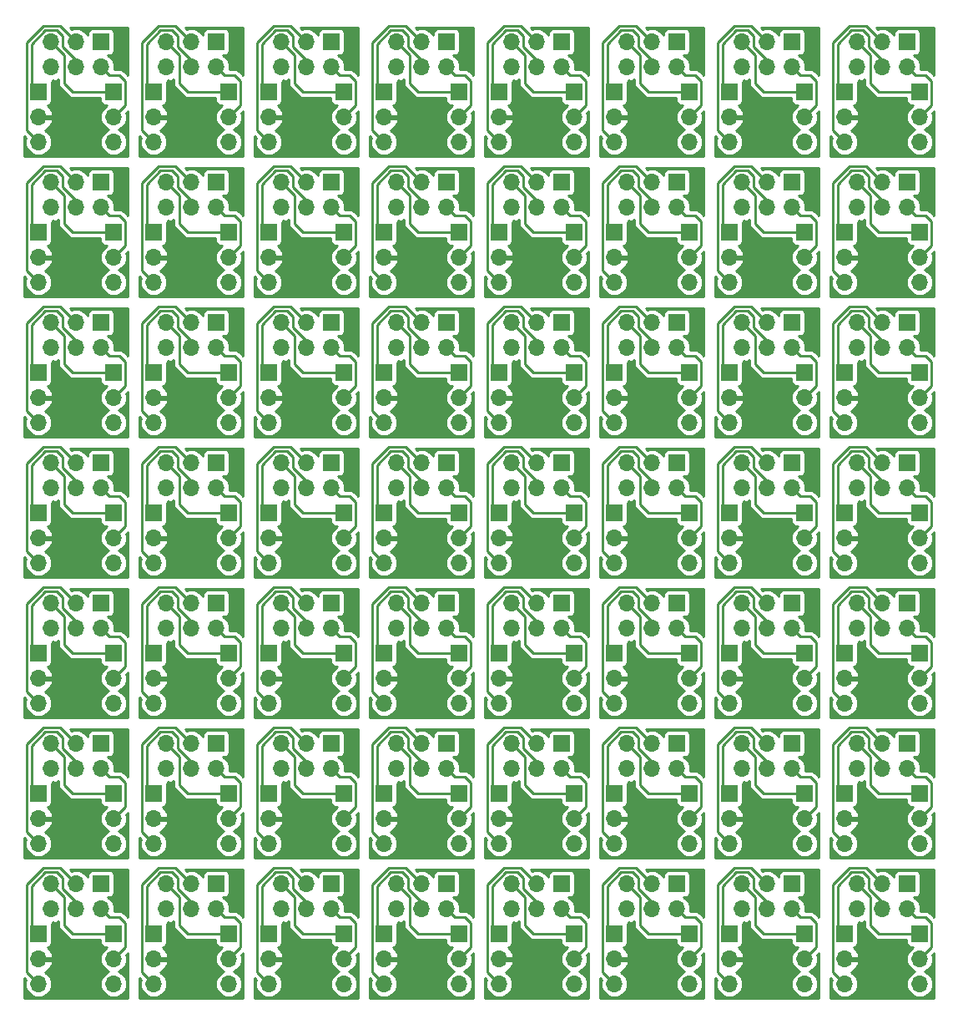
<source format=gbr>
G04 #@! TF.GenerationSoftware,KiCad,Pcbnew,(5.1.4)-1*
G04 #@! TF.CreationDate,2020-04-16T14:11:21+01:00*
G04 #@! TF.ProjectId,sot23Breakout,736f7432-3342-4726-9561-6b6f75742e6b,rev?*
G04 #@! TF.SameCoordinates,Original*
G04 #@! TF.FileFunction,Copper,L2,Bot*
G04 #@! TF.FilePolarity,Positive*
%FSLAX46Y46*%
G04 Gerber Fmt 4.6, Leading zero omitted, Abs format (unit mm)*
G04 Created by KiCad (PCBNEW (5.1.4)-1) date 2020-04-16 14:11:21*
%MOMM*%
%LPD*%
G04 APERTURE LIST*
%ADD10R,1.700000X1.700000*%
%ADD11O,1.700000X1.700000*%
%ADD12C,0.800000*%
%ADD13C,0.250000*%
%ADD14C,0.254000*%
G04 APERTURE END LIST*
D10*
X90424000Y-78740000D03*
D11*
X90424000Y-81280000D03*
X87884000Y-78740000D03*
X87884000Y-81280000D03*
X85344000Y-78740000D03*
X85344000Y-81280000D03*
D10*
X60706000Y-83820000D03*
D11*
X60706000Y-86360000D03*
X60706000Y-88900000D03*
X61976000Y-81280000D03*
X61976000Y-78740000D03*
X64516000Y-81280000D03*
X64516000Y-78740000D03*
X67056000Y-81280000D03*
D10*
X67056000Y-78740000D03*
X102108000Y-78740000D03*
D11*
X102108000Y-81280000D03*
X99568000Y-78740000D03*
X99568000Y-81280000D03*
X97028000Y-78740000D03*
X97028000Y-81280000D03*
X95758000Y-88900000D03*
X95758000Y-86360000D03*
D10*
X95758000Y-83820000D03*
D11*
X84074000Y-88900000D03*
X84074000Y-86360000D03*
D10*
X84074000Y-83820000D03*
X78740000Y-78740000D03*
D11*
X78740000Y-81280000D03*
X76200000Y-78740000D03*
X76200000Y-81280000D03*
X73660000Y-78740000D03*
X73660000Y-81280000D03*
X72390000Y-88900000D03*
X72390000Y-86360000D03*
D10*
X72390000Y-83820000D03*
X115062000Y-83820000D03*
D11*
X115062000Y-86360000D03*
X115062000Y-88900000D03*
X68326000Y-88900000D03*
X68326000Y-86360000D03*
D10*
X68326000Y-83820000D03*
X80010000Y-83820000D03*
D11*
X80010000Y-86360000D03*
X80010000Y-88900000D03*
D10*
X103378000Y-83820000D03*
D11*
X103378000Y-86360000D03*
X103378000Y-88900000D03*
D10*
X91694000Y-83820000D03*
D11*
X91694000Y-86360000D03*
X91694000Y-88900000D03*
X50292000Y-81280000D03*
X50292000Y-78740000D03*
X52832000Y-81280000D03*
X52832000Y-78740000D03*
X55372000Y-81280000D03*
D10*
X55372000Y-78740000D03*
X49022000Y-83820000D03*
D11*
X49022000Y-86360000D03*
X49022000Y-88900000D03*
D10*
X113792000Y-78740000D03*
D11*
X113792000Y-81280000D03*
X111252000Y-78740000D03*
X111252000Y-81280000D03*
X108712000Y-78740000D03*
X108712000Y-81280000D03*
X107442000Y-88900000D03*
X107442000Y-86360000D03*
D10*
X107442000Y-83820000D03*
D11*
X56642000Y-88900000D03*
X56642000Y-86360000D03*
D10*
X56642000Y-83820000D03*
X33274000Y-83820000D03*
D11*
X33274000Y-86360000D03*
X33274000Y-88900000D03*
D10*
X32004000Y-78740000D03*
D11*
X32004000Y-81280000D03*
X29464000Y-78740000D03*
X29464000Y-81280000D03*
X26924000Y-78740000D03*
X26924000Y-81280000D03*
X44958000Y-88900000D03*
X44958000Y-86360000D03*
D10*
X44958000Y-83820000D03*
D11*
X38608000Y-81280000D03*
X38608000Y-78740000D03*
X41148000Y-81280000D03*
X41148000Y-78740000D03*
X43688000Y-81280000D03*
D10*
X43688000Y-78740000D03*
D11*
X25654000Y-88900000D03*
X25654000Y-86360000D03*
D10*
X25654000Y-83820000D03*
X37338000Y-83820000D03*
D11*
X37338000Y-86360000D03*
X37338000Y-88900000D03*
X103378000Y-103124000D03*
X103378000Y-100584000D03*
D10*
X103378000Y-98044000D03*
D11*
X91694000Y-103124000D03*
X91694000Y-100584000D03*
D10*
X91694000Y-98044000D03*
D11*
X108712000Y-95504000D03*
X108712000Y-92964000D03*
X111252000Y-95504000D03*
X111252000Y-92964000D03*
X113792000Y-95504000D03*
D10*
X113792000Y-92964000D03*
D11*
X26924000Y-95504000D03*
X26924000Y-92964000D03*
X29464000Y-95504000D03*
X29464000Y-92964000D03*
X32004000Y-95504000D03*
D10*
X32004000Y-92964000D03*
X44958000Y-98044000D03*
D11*
X44958000Y-100584000D03*
X44958000Y-103124000D03*
D10*
X25654000Y-98044000D03*
D11*
X25654000Y-100584000D03*
X25654000Y-103124000D03*
X115062000Y-103124000D03*
X115062000Y-100584000D03*
D10*
X115062000Y-98044000D03*
X107442000Y-98044000D03*
D11*
X107442000Y-100584000D03*
X107442000Y-103124000D03*
D10*
X68326000Y-98044000D03*
D11*
X68326000Y-100584000D03*
X68326000Y-103124000D03*
X49022000Y-103124000D03*
X49022000Y-100584000D03*
D10*
X49022000Y-98044000D03*
X56642000Y-98044000D03*
D11*
X56642000Y-100584000D03*
X56642000Y-103124000D03*
X80010000Y-103124000D03*
X80010000Y-100584000D03*
D10*
X80010000Y-98044000D03*
X55372000Y-92964000D03*
D11*
X55372000Y-95504000D03*
X52832000Y-92964000D03*
X52832000Y-95504000D03*
X50292000Y-92964000D03*
X50292000Y-95504000D03*
X33274000Y-103124000D03*
X33274000Y-100584000D03*
D10*
X33274000Y-98044000D03*
X43688000Y-92964000D03*
D11*
X43688000Y-95504000D03*
X41148000Y-92964000D03*
X41148000Y-95504000D03*
X38608000Y-92964000D03*
X38608000Y-95504000D03*
X37338000Y-103124000D03*
X37338000Y-100584000D03*
D10*
X37338000Y-98044000D03*
X90424000Y-107188000D03*
D11*
X90424000Y-109728000D03*
X87884000Y-107188000D03*
X87884000Y-109728000D03*
X85344000Y-107188000D03*
X85344000Y-109728000D03*
D10*
X60706000Y-112268000D03*
D11*
X60706000Y-114808000D03*
X60706000Y-117348000D03*
X61976000Y-109728000D03*
X61976000Y-107188000D03*
X64516000Y-109728000D03*
X64516000Y-107188000D03*
X67056000Y-109728000D03*
D10*
X67056000Y-107188000D03*
X102108000Y-107188000D03*
D11*
X102108000Y-109728000D03*
X99568000Y-107188000D03*
X99568000Y-109728000D03*
X97028000Y-107188000D03*
X97028000Y-109728000D03*
X95758000Y-117348000D03*
X95758000Y-114808000D03*
D10*
X95758000Y-112268000D03*
D11*
X84074000Y-117348000D03*
X84074000Y-114808000D03*
D10*
X84074000Y-112268000D03*
X78740000Y-107188000D03*
D11*
X78740000Y-109728000D03*
X76200000Y-107188000D03*
X76200000Y-109728000D03*
X73660000Y-107188000D03*
X73660000Y-109728000D03*
X72390000Y-117348000D03*
X72390000Y-114808000D03*
D10*
X72390000Y-112268000D03*
X115062000Y-112268000D03*
D11*
X115062000Y-114808000D03*
X115062000Y-117348000D03*
X68326000Y-117348000D03*
X68326000Y-114808000D03*
D10*
X68326000Y-112268000D03*
X80010000Y-112268000D03*
D11*
X80010000Y-114808000D03*
X80010000Y-117348000D03*
D10*
X103378000Y-112268000D03*
D11*
X103378000Y-114808000D03*
X103378000Y-117348000D03*
D10*
X91694000Y-112268000D03*
D11*
X91694000Y-114808000D03*
X91694000Y-117348000D03*
D10*
X84074000Y-98044000D03*
D11*
X84074000Y-100584000D03*
X84074000Y-103124000D03*
X85344000Y-95504000D03*
X85344000Y-92964000D03*
X87884000Y-95504000D03*
X87884000Y-92964000D03*
X90424000Y-95504000D03*
D10*
X90424000Y-92964000D03*
X67056000Y-92964000D03*
D11*
X67056000Y-95504000D03*
X64516000Y-92964000D03*
X64516000Y-95504000D03*
X61976000Y-92964000D03*
X61976000Y-95504000D03*
D10*
X95758000Y-98044000D03*
D11*
X95758000Y-100584000D03*
X95758000Y-103124000D03*
D10*
X72390000Y-98044000D03*
D11*
X72390000Y-100584000D03*
X72390000Y-103124000D03*
X60706000Y-103124000D03*
X60706000Y-100584000D03*
D10*
X60706000Y-98044000D03*
D11*
X73660000Y-95504000D03*
X73660000Y-92964000D03*
X76200000Y-95504000D03*
X76200000Y-92964000D03*
X78740000Y-95504000D03*
D10*
X78740000Y-92964000D03*
D11*
X97028000Y-95504000D03*
X97028000Y-92964000D03*
X99568000Y-95504000D03*
X99568000Y-92964000D03*
X102108000Y-95504000D03*
D10*
X102108000Y-92964000D03*
D11*
X50292000Y-109728000D03*
X50292000Y-107188000D03*
X52832000Y-109728000D03*
X52832000Y-107188000D03*
X55372000Y-109728000D03*
D10*
X55372000Y-107188000D03*
X49022000Y-112268000D03*
D11*
X49022000Y-114808000D03*
X49022000Y-117348000D03*
D10*
X113792000Y-107188000D03*
D11*
X113792000Y-109728000D03*
X111252000Y-107188000D03*
X111252000Y-109728000D03*
X108712000Y-107188000D03*
X108712000Y-109728000D03*
X107442000Y-117348000D03*
X107442000Y-114808000D03*
D10*
X107442000Y-112268000D03*
D11*
X56642000Y-117348000D03*
X56642000Y-114808000D03*
D10*
X56642000Y-112268000D03*
X33274000Y-112268000D03*
D11*
X33274000Y-114808000D03*
X33274000Y-117348000D03*
D10*
X32004000Y-107188000D03*
D11*
X32004000Y-109728000D03*
X29464000Y-107188000D03*
X29464000Y-109728000D03*
X26924000Y-107188000D03*
X26924000Y-109728000D03*
X44958000Y-117348000D03*
X44958000Y-114808000D03*
D10*
X44958000Y-112268000D03*
D11*
X38608000Y-109728000D03*
X38608000Y-107188000D03*
X41148000Y-109728000D03*
X41148000Y-107188000D03*
X43688000Y-109728000D03*
D10*
X43688000Y-107188000D03*
D11*
X25654000Y-117348000D03*
X25654000Y-114808000D03*
D10*
X25654000Y-112268000D03*
X37338000Y-112268000D03*
D11*
X37338000Y-114808000D03*
X37338000Y-117348000D03*
X103378000Y-131572000D03*
X103378000Y-129032000D03*
D10*
X103378000Y-126492000D03*
D11*
X91694000Y-131572000D03*
X91694000Y-129032000D03*
D10*
X91694000Y-126492000D03*
D11*
X108712000Y-123952000D03*
X108712000Y-121412000D03*
X111252000Y-123952000D03*
X111252000Y-121412000D03*
X113792000Y-123952000D03*
D10*
X113792000Y-121412000D03*
D11*
X26924000Y-123952000D03*
X26924000Y-121412000D03*
X29464000Y-123952000D03*
X29464000Y-121412000D03*
X32004000Y-123952000D03*
D10*
X32004000Y-121412000D03*
X44958000Y-126492000D03*
D11*
X44958000Y-129032000D03*
X44958000Y-131572000D03*
D10*
X25654000Y-126492000D03*
D11*
X25654000Y-129032000D03*
X25654000Y-131572000D03*
X115062000Y-131572000D03*
X115062000Y-129032000D03*
D10*
X115062000Y-126492000D03*
X107442000Y-126492000D03*
D11*
X107442000Y-129032000D03*
X107442000Y-131572000D03*
D10*
X68326000Y-126492000D03*
D11*
X68326000Y-129032000D03*
X68326000Y-131572000D03*
X49022000Y-131572000D03*
X49022000Y-129032000D03*
D10*
X49022000Y-126492000D03*
X56642000Y-126492000D03*
D11*
X56642000Y-129032000D03*
X56642000Y-131572000D03*
X80010000Y-131572000D03*
X80010000Y-129032000D03*
D10*
X80010000Y-126492000D03*
X55372000Y-121412000D03*
D11*
X55372000Y-123952000D03*
X52832000Y-121412000D03*
X52832000Y-123952000D03*
X50292000Y-121412000D03*
X50292000Y-123952000D03*
X33274000Y-131572000D03*
X33274000Y-129032000D03*
D10*
X33274000Y-126492000D03*
X43688000Y-121412000D03*
D11*
X43688000Y-123952000D03*
X41148000Y-121412000D03*
X41148000Y-123952000D03*
X38608000Y-121412000D03*
X38608000Y-123952000D03*
X37338000Y-131572000D03*
X37338000Y-129032000D03*
D10*
X37338000Y-126492000D03*
X90424000Y-135636000D03*
D11*
X90424000Y-138176000D03*
X87884000Y-135636000D03*
X87884000Y-138176000D03*
X85344000Y-135636000D03*
X85344000Y-138176000D03*
D10*
X60706000Y-140716000D03*
D11*
X60706000Y-143256000D03*
X60706000Y-145796000D03*
X61976000Y-138176000D03*
X61976000Y-135636000D03*
X64516000Y-138176000D03*
X64516000Y-135636000D03*
X67056000Y-138176000D03*
D10*
X67056000Y-135636000D03*
X102108000Y-135636000D03*
D11*
X102108000Y-138176000D03*
X99568000Y-135636000D03*
X99568000Y-138176000D03*
X97028000Y-135636000D03*
X97028000Y-138176000D03*
X95758000Y-145796000D03*
X95758000Y-143256000D03*
D10*
X95758000Y-140716000D03*
D11*
X84074000Y-145796000D03*
X84074000Y-143256000D03*
D10*
X84074000Y-140716000D03*
X78740000Y-135636000D03*
D11*
X78740000Y-138176000D03*
X76200000Y-135636000D03*
X76200000Y-138176000D03*
X73660000Y-135636000D03*
X73660000Y-138176000D03*
X72390000Y-145796000D03*
X72390000Y-143256000D03*
D10*
X72390000Y-140716000D03*
X115062000Y-140716000D03*
D11*
X115062000Y-143256000D03*
X115062000Y-145796000D03*
X68326000Y-145796000D03*
X68326000Y-143256000D03*
D10*
X68326000Y-140716000D03*
X80010000Y-140716000D03*
D11*
X80010000Y-143256000D03*
X80010000Y-145796000D03*
D10*
X103378000Y-140716000D03*
D11*
X103378000Y-143256000D03*
X103378000Y-145796000D03*
D10*
X91694000Y-140716000D03*
D11*
X91694000Y-143256000D03*
X91694000Y-145796000D03*
D10*
X84074000Y-126492000D03*
D11*
X84074000Y-129032000D03*
X84074000Y-131572000D03*
X85344000Y-123952000D03*
X85344000Y-121412000D03*
X87884000Y-123952000D03*
X87884000Y-121412000D03*
X90424000Y-123952000D03*
D10*
X90424000Y-121412000D03*
X67056000Y-121412000D03*
D11*
X67056000Y-123952000D03*
X64516000Y-121412000D03*
X64516000Y-123952000D03*
X61976000Y-121412000D03*
X61976000Y-123952000D03*
D10*
X95758000Y-126492000D03*
D11*
X95758000Y-129032000D03*
X95758000Y-131572000D03*
D10*
X72390000Y-126492000D03*
D11*
X72390000Y-129032000D03*
X72390000Y-131572000D03*
X60706000Y-131572000D03*
X60706000Y-129032000D03*
D10*
X60706000Y-126492000D03*
D11*
X73660000Y-123952000D03*
X73660000Y-121412000D03*
X76200000Y-123952000D03*
X76200000Y-121412000D03*
X78740000Y-123952000D03*
D10*
X78740000Y-121412000D03*
D11*
X97028000Y-123952000D03*
X97028000Y-121412000D03*
X99568000Y-123952000D03*
X99568000Y-121412000D03*
X102108000Y-123952000D03*
D10*
X102108000Y-121412000D03*
D11*
X50292000Y-138176000D03*
X50292000Y-135636000D03*
X52832000Y-138176000D03*
X52832000Y-135636000D03*
X55372000Y-138176000D03*
D10*
X55372000Y-135636000D03*
X49022000Y-140716000D03*
D11*
X49022000Y-143256000D03*
X49022000Y-145796000D03*
D10*
X113792000Y-135636000D03*
D11*
X113792000Y-138176000D03*
X111252000Y-135636000D03*
X111252000Y-138176000D03*
X108712000Y-135636000D03*
X108712000Y-138176000D03*
X107442000Y-145796000D03*
X107442000Y-143256000D03*
D10*
X107442000Y-140716000D03*
D11*
X56642000Y-145796000D03*
X56642000Y-143256000D03*
D10*
X56642000Y-140716000D03*
X33274000Y-140716000D03*
D11*
X33274000Y-143256000D03*
X33274000Y-145796000D03*
D10*
X32004000Y-135636000D03*
D11*
X32004000Y-138176000D03*
X29464000Y-135636000D03*
X29464000Y-138176000D03*
X26924000Y-135636000D03*
X26924000Y-138176000D03*
X44958000Y-145796000D03*
X44958000Y-143256000D03*
D10*
X44958000Y-140716000D03*
D11*
X38608000Y-138176000D03*
X38608000Y-135636000D03*
X41148000Y-138176000D03*
X41148000Y-135636000D03*
X43688000Y-138176000D03*
D10*
X43688000Y-135636000D03*
D11*
X25654000Y-145796000D03*
X25654000Y-143256000D03*
D10*
X25654000Y-140716000D03*
X37338000Y-140716000D03*
D11*
X37338000Y-143256000D03*
X37338000Y-145796000D03*
D10*
X90424000Y-149860000D03*
D11*
X90424000Y-152400000D03*
X87884000Y-149860000D03*
X87884000Y-152400000D03*
X85344000Y-149860000D03*
X85344000Y-152400000D03*
D10*
X60706000Y-154940000D03*
D11*
X60706000Y-157480000D03*
X60706000Y-160020000D03*
X61976000Y-152400000D03*
X61976000Y-149860000D03*
X64516000Y-152400000D03*
X64516000Y-149860000D03*
X67056000Y-152400000D03*
D10*
X67056000Y-149860000D03*
X102108000Y-149860000D03*
D11*
X102108000Y-152400000D03*
X99568000Y-149860000D03*
X99568000Y-152400000D03*
X97028000Y-149860000D03*
X97028000Y-152400000D03*
X95758000Y-160020000D03*
X95758000Y-157480000D03*
D10*
X95758000Y-154940000D03*
D11*
X84074000Y-160020000D03*
X84074000Y-157480000D03*
D10*
X84074000Y-154940000D03*
X78740000Y-149860000D03*
D11*
X78740000Y-152400000D03*
X76200000Y-149860000D03*
X76200000Y-152400000D03*
X73660000Y-149860000D03*
X73660000Y-152400000D03*
X72390000Y-160020000D03*
X72390000Y-157480000D03*
D10*
X72390000Y-154940000D03*
X115062000Y-154940000D03*
D11*
X115062000Y-157480000D03*
X115062000Y-160020000D03*
X68326000Y-160020000D03*
X68326000Y-157480000D03*
D10*
X68326000Y-154940000D03*
X80010000Y-154940000D03*
D11*
X80010000Y-157480000D03*
X80010000Y-160020000D03*
D10*
X103378000Y-154940000D03*
D11*
X103378000Y-157480000D03*
X103378000Y-160020000D03*
D10*
X91694000Y-154940000D03*
D11*
X91694000Y-157480000D03*
X91694000Y-160020000D03*
X50292000Y-152400000D03*
X50292000Y-149860000D03*
X52832000Y-152400000D03*
X52832000Y-149860000D03*
X55372000Y-152400000D03*
D10*
X55372000Y-149860000D03*
X49022000Y-154940000D03*
D11*
X49022000Y-157480000D03*
X49022000Y-160020000D03*
D10*
X113792000Y-149860000D03*
D11*
X113792000Y-152400000D03*
X111252000Y-149860000D03*
X111252000Y-152400000D03*
X108712000Y-149860000D03*
X108712000Y-152400000D03*
X107442000Y-160020000D03*
X107442000Y-157480000D03*
D10*
X107442000Y-154940000D03*
D11*
X56642000Y-160020000D03*
X56642000Y-157480000D03*
D10*
X56642000Y-154940000D03*
X33274000Y-154940000D03*
D11*
X33274000Y-157480000D03*
X33274000Y-160020000D03*
D10*
X32004000Y-149860000D03*
D11*
X32004000Y-152400000D03*
X29464000Y-149860000D03*
X29464000Y-152400000D03*
X26924000Y-149860000D03*
X26924000Y-152400000D03*
X44958000Y-160020000D03*
X44958000Y-157480000D03*
D10*
X44958000Y-154940000D03*
D11*
X38608000Y-152400000D03*
X38608000Y-149860000D03*
X41148000Y-152400000D03*
X41148000Y-149860000D03*
X43688000Y-152400000D03*
D10*
X43688000Y-149860000D03*
D11*
X25654000Y-160020000D03*
X25654000Y-157480000D03*
D10*
X25654000Y-154940000D03*
X37338000Y-154940000D03*
D11*
X37338000Y-157480000D03*
X37338000Y-160020000D03*
X108712000Y-166624000D03*
X108712000Y-164084000D03*
X111252000Y-166624000D03*
X111252000Y-164084000D03*
X113792000Y-166624000D03*
D10*
X113792000Y-164084000D03*
X107442000Y-169164000D03*
D11*
X107442000Y-171704000D03*
X107442000Y-174244000D03*
X97028000Y-166624000D03*
X97028000Y-164084000D03*
X99568000Y-166624000D03*
X99568000Y-164084000D03*
X102108000Y-166624000D03*
D10*
X102108000Y-164084000D03*
X95758000Y-169164000D03*
D11*
X95758000Y-171704000D03*
X95758000Y-174244000D03*
X103378000Y-174244000D03*
X103378000Y-171704000D03*
D10*
X103378000Y-169164000D03*
D11*
X115062000Y-174244000D03*
X115062000Y-171704000D03*
D10*
X115062000Y-169164000D03*
D11*
X85344000Y-166624000D03*
X85344000Y-164084000D03*
X87884000Y-166624000D03*
X87884000Y-164084000D03*
X90424000Y-166624000D03*
D10*
X90424000Y-164084000D03*
X84074000Y-169164000D03*
D11*
X84074000Y-171704000D03*
X84074000Y-174244000D03*
X91694000Y-174244000D03*
X91694000Y-171704000D03*
D10*
X91694000Y-169164000D03*
X68326000Y-169164000D03*
D11*
X68326000Y-171704000D03*
X68326000Y-174244000D03*
D10*
X67056000Y-164084000D03*
D11*
X67056000Y-166624000D03*
X64516000Y-164084000D03*
X64516000Y-166624000D03*
X61976000Y-164084000D03*
X61976000Y-166624000D03*
X80010000Y-174244000D03*
X80010000Y-171704000D03*
D10*
X80010000Y-169164000D03*
D11*
X73660000Y-166624000D03*
X73660000Y-164084000D03*
X76200000Y-166624000D03*
X76200000Y-164084000D03*
X78740000Y-166624000D03*
D10*
X78740000Y-164084000D03*
D11*
X60706000Y-174244000D03*
X60706000Y-171704000D03*
D10*
X60706000Y-169164000D03*
X72390000Y-169164000D03*
D11*
X72390000Y-171704000D03*
X72390000Y-174244000D03*
D10*
X56642000Y-169164000D03*
D11*
X56642000Y-171704000D03*
X56642000Y-174244000D03*
D10*
X55372000Y-164084000D03*
D11*
X55372000Y-166624000D03*
X52832000Y-164084000D03*
X52832000Y-166624000D03*
X50292000Y-164084000D03*
X50292000Y-166624000D03*
X49022000Y-174244000D03*
X49022000Y-171704000D03*
D10*
X49022000Y-169164000D03*
X44958000Y-169164000D03*
D11*
X44958000Y-171704000D03*
X44958000Y-174244000D03*
D10*
X43688000Y-164084000D03*
D11*
X43688000Y-166624000D03*
X41148000Y-164084000D03*
X41148000Y-166624000D03*
X38608000Y-164084000D03*
X38608000Y-166624000D03*
X37338000Y-174244000D03*
X37338000Y-171704000D03*
D10*
X37338000Y-169164000D03*
X25654000Y-169164000D03*
D11*
X25654000Y-171704000D03*
X25654000Y-174244000D03*
X33274000Y-174244000D03*
X33274000Y-171704000D03*
D10*
X33274000Y-169164000D03*
D11*
X26924000Y-166624000D03*
X26924000Y-164084000D03*
X29464000Y-166624000D03*
X29464000Y-164084000D03*
X32004000Y-166624000D03*
D10*
X32004000Y-164084000D03*
D12*
X34290000Y-165354000D03*
X29464000Y-175006000D03*
X45974000Y-165354000D03*
X41148000Y-175006000D03*
X57658000Y-165354000D03*
X52832000Y-175006000D03*
X69342000Y-165354000D03*
X64516000Y-175006000D03*
X87884000Y-175006000D03*
X81026000Y-165354000D03*
X92710000Y-165354000D03*
X76200000Y-175006000D03*
X104394000Y-165354000D03*
X99568000Y-175006000D03*
X111252000Y-175006000D03*
X116078000Y-165354000D03*
X34290000Y-151130000D03*
X29464000Y-160782000D03*
X52832000Y-160782000D03*
X45974000Y-151130000D03*
X69342000Y-151130000D03*
X64516000Y-160782000D03*
X81026000Y-151130000D03*
X57658000Y-151130000D03*
X76200000Y-160782000D03*
X41148000Y-160782000D03*
X87884000Y-160782000D03*
X92710000Y-151130000D03*
X116078000Y-151130000D03*
X99568000Y-160782000D03*
X111252000Y-160782000D03*
X104394000Y-151130000D03*
X34290000Y-136906000D03*
X29464000Y-146558000D03*
X52832000Y-146558000D03*
X45974000Y-136906000D03*
X69342000Y-136906000D03*
X64516000Y-146558000D03*
X81026000Y-136906000D03*
X57658000Y-136906000D03*
X76200000Y-146558000D03*
X41148000Y-146558000D03*
X87884000Y-146558000D03*
X92710000Y-136906000D03*
X92710000Y-122682000D03*
X41148000Y-132334000D03*
X87884000Y-132334000D03*
X52832000Y-132334000D03*
X45974000Y-122682000D03*
X34290000Y-122682000D03*
X64516000Y-132334000D03*
X81026000Y-122682000D03*
X57658000Y-122682000D03*
X29464000Y-132334000D03*
X69342000Y-122682000D03*
X76200000Y-132334000D03*
X116078000Y-122682000D03*
X99568000Y-132334000D03*
X111252000Y-132334000D03*
X104394000Y-122682000D03*
X116078000Y-136906000D03*
X99568000Y-146558000D03*
X111252000Y-146558000D03*
X104394000Y-136906000D03*
X34290000Y-108458000D03*
X29464000Y-118110000D03*
X52832000Y-118110000D03*
X45974000Y-108458000D03*
X69342000Y-108458000D03*
X64516000Y-118110000D03*
X81026000Y-108458000D03*
X57658000Y-108458000D03*
X76200000Y-118110000D03*
X41148000Y-118110000D03*
X87884000Y-118110000D03*
X92710000Y-108458000D03*
X92710000Y-94234000D03*
X41148000Y-103886000D03*
X87884000Y-103886000D03*
X52832000Y-103886000D03*
X45974000Y-94234000D03*
X34290000Y-94234000D03*
X64516000Y-103886000D03*
X81026000Y-94234000D03*
X57658000Y-94234000D03*
X29464000Y-103886000D03*
X69342000Y-94234000D03*
X76200000Y-103886000D03*
X116078000Y-94234000D03*
X99568000Y-103886000D03*
X111252000Y-103886000D03*
X104394000Y-94234000D03*
X116078000Y-108458000D03*
X99568000Y-118110000D03*
X111252000Y-118110000D03*
X104394000Y-108458000D03*
X34290000Y-80010000D03*
X29464000Y-89662000D03*
X52832000Y-89662000D03*
X45974000Y-80010000D03*
X69342000Y-80010000D03*
X64516000Y-89662000D03*
X81026000Y-80010000D03*
X57658000Y-80010000D03*
X76200000Y-89662000D03*
X41148000Y-89662000D03*
X87884000Y-89662000D03*
X92710000Y-80010000D03*
X116078000Y-80010000D03*
X99568000Y-89662000D03*
X111252000Y-89662000D03*
X104394000Y-80010000D03*
D13*
X24478999Y-164153589D02*
X24478999Y-173068999D01*
X27838990Y-162458990D02*
X26173598Y-162458990D01*
X29464000Y-164084000D02*
X28663002Y-164084000D01*
X26173598Y-162458990D02*
X24478999Y-164153589D01*
X29464000Y-164084000D02*
X27838990Y-162458990D01*
X24804001Y-173394001D02*
X25654000Y-174244000D01*
X24478999Y-173068999D02*
X24804001Y-173394001D01*
X24929009Y-168439009D02*
X25654000Y-169164000D01*
X29464000Y-165987590D02*
X28099001Y-164622591D01*
X24929009Y-164339989D02*
X24929009Y-168439009D01*
X29464000Y-166624000D02*
X29464000Y-165987590D01*
X26359999Y-162908999D02*
X24929009Y-164339989D01*
X28099001Y-164622591D02*
X28099001Y-163519999D01*
X28099001Y-163519999D02*
X27488001Y-162908999D01*
X27488001Y-162908999D02*
X26359999Y-162908999D01*
X32174000Y-169164000D02*
X33274000Y-169164000D01*
X29152998Y-169164000D02*
X32174000Y-169164000D01*
X28288999Y-165448999D02*
X28288999Y-168300001D01*
X26924000Y-164084000D02*
X28288999Y-165448999D01*
X28288999Y-168300001D02*
X29152998Y-169164000D01*
X34449001Y-170528999D02*
X34123999Y-170854001D01*
X34123999Y-170854001D02*
X33274000Y-171704000D01*
X32004000Y-166624000D02*
X32853999Y-167473999D01*
X32853999Y-167473999D02*
X33869001Y-167473999D01*
X34449001Y-168053999D02*
X34449001Y-170528999D01*
X33869001Y-167473999D02*
X34449001Y-168053999D01*
X39522990Y-162458990D02*
X37857598Y-162458990D01*
X41148000Y-164084000D02*
X40347002Y-164084000D01*
X37857598Y-162458990D02*
X36162999Y-164153589D01*
X36162999Y-164153589D02*
X36162999Y-173068999D01*
X41148000Y-164084000D02*
X39522990Y-162458990D01*
X36613009Y-164339989D02*
X36613009Y-168439009D01*
X46133001Y-170528999D02*
X45807999Y-170854001D01*
X40836998Y-169164000D02*
X43858000Y-169164000D01*
X38043999Y-162908999D02*
X36613009Y-164339989D01*
X43688000Y-166624000D02*
X44537999Y-167473999D01*
X43858000Y-169164000D02*
X44958000Y-169164000D01*
X41148000Y-165987590D02*
X39783001Y-164622591D01*
X36613009Y-168439009D02*
X37338000Y-169164000D01*
X41148000Y-166624000D02*
X41148000Y-165987590D01*
X39783001Y-164622591D02*
X39783001Y-163519999D01*
X39972999Y-165448999D02*
X39972999Y-168300001D01*
X38608000Y-164084000D02*
X39972999Y-165448999D01*
X46133001Y-168053999D02*
X46133001Y-170528999D01*
X45553001Y-167473999D02*
X46133001Y-168053999D01*
X45807999Y-170854001D02*
X44958000Y-171704000D01*
X36162999Y-173068999D02*
X36488001Y-173394001D01*
X44537999Y-167473999D02*
X45553001Y-167473999D01*
X39172001Y-162908999D02*
X38043999Y-162908999D01*
X39972999Y-168300001D02*
X40836998Y-169164000D01*
X39783001Y-163519999D02*
X39172001Y-162908999D01*
X36488001Y-173394001D02*
X37338000Y-174244000D01*
X51206990Y-162458990D02*
X49541598Y-162458990D01*
X52832000Y-164084000D02*
X52031002Y-164084000D01*
X49541598Y-162458990D02*
X47846999Y-164153589D01*
X47846999Y-164153589D02*
X47846999Y-173068999D01*
X52832000Y-164084000D02*
X51206990Y-162458990D01*
X48297009Y-164339989D02*
X48297009Y-168439009D01*
X57817001Y-170528999D02*
X57491999Y-170854001D01*
X52520998Y-169164000D02*
X55542000Y-169164000D01*
X49727999Y-162908999D02*
X48297009Y-164339989D01*
X55372000Y-166624000D02*
X56221999Y-167473999D01*
X55542000Y-169164000D02*
X56642000Y-169164000D01*
X52832000Y-165987590D02*
X51467001Y-164622591D01*
X48297009Y-168439009D02*
X49022000Y-169164000D01*
X52832000Y-166624000D02*
X52832000Y-165987590D01*
X51467001Y-164622591D02*
X51467001Y-163519999D01*
X51656999Y-165448999D02*
X51656999Y-168300001D01*
X50292000Y-164084000D02*
X51656999Y-165448999D01*
X57817001Y-168053999D02*
X57817001Y-170528999D01*
X57237001Y-167473999D02*
X57817001Y-168053999D01*
X57491999Y-170854001D02*
X56642000Y-171704000D01*
X47846999Y-173068999D02*
X48172001Y-173394001D01*
X56221999Y-167473999D02*
X57237001Y-167473999D01*
X50856001Y-162908999D02*
X49727999Y-162908999D01*
X51656999Y-168300001D02*
X52520998Y-169164000D01*
X51467001Y-163519999D02*
X50856001Y-162908999D01*
X48172001Y-173394001D02*
X49022000Y-174244000D01*
X85344000Y-164084000D02*
X86708999Y-165448999D01*
X62890990Y-162458990D02*
X61225598Y-162458990D01*
X64516000Y-164084000D02*
X63715002Y-164084000D01*
X61225598Y-162458990D02*
X59530999Y-164153589D01*
X59530999Y-164153589D02*
X59530999Y-173068999D01*
X64516000Y-164084000D02*
X62890990Y-162458990D01*
X59981009Y-164339989D02*
X59981009Y-168439009D01*
X69501001Y-170528999D02*
X69175999Y-170854001D01*
X64204998Y-169164000D02*
X67226000Y-169164000D01*
X61411999Y-162908999D02*
X59981009Y-164339989D01*
X67056000Y-166624000D02*
X67905999Y-167473999D01*
X67226000Y-169164000D02*
X68326000Y-169164000D01*
X64516000Y-165987590D02*
X63151001Y-164622591D01*
X59981009Y-168439009D02*
X60706000Y-169164000D01*
X64516000Y-166624000D02*
X64516000Y-165987590D01*
X63151001Y-164622591D02*
X63151001Y-163519999D01*
X63340999Y-165448999D02*
X63340999Y-168300001D01*
X61976000Y-164084000D02*
X63340999Y-165448999D01*
X69501001Y-168053999D02*
X69501001Y-170528999D01*
X68921001Y-167473999D02*
X69501001Y-168053999D01*
X69175999Y-170854001D02*
X68326000Y-171704000D01*
X59530999Y-173068999D02*
X59856001Y-173394001D01*
X67905999Y-167473999D02*
X68921001Y-167473999D01*
X62540001Y-162908999D02*
X61411999Y-162908999D01*
X63340999Y-168300001D02*
X64204998Y-169164000D01*
X63151001Y-163519999D02*
X62540001Y-162908999D01*
X59856001Y-173394001D02*
X60706000Y-174244000D01*
X92543999Y-170854001D02*
X91694000Y-171704000D01*
X82898999Y-173068999D02*
X83224001Y-173394001D01*
X91273999Y-167473999D02*
X92289001Y-167473999D01*
X92289001Y-167473999D02*
X92869001Y-168053999D01*
X86519001Y-163519999D02*
X85908001Y-162908999D01*
X86708999Y-168300001D02*
X87572998Y-169164000D01*
X92869001Y-168053999D02*
X92869001Y-170528999D01*
X85908001Y-162908999D02*
X84779999Y-162908999D01*
X83224001Y-173394001D02*
X84074000Y-174244000D01*
X76200000Y-166624000D02*
X76200000Y-165987590D01*
X78740000Y-166624000D02*
X79589999Y-167473999D01*
X71665009Y-168439009D02*
X72390000Y-169164000D01*
X74224001Y-162908999D02*
X73095999Y-162908999D01*
X71214999Y-164153589D02*
X71214999Y-173068999D01*
X71665009Y-164339989D02*
X71665009Y-168439009D01*
X80859999Y-170854001D02*
X80010000Y-171704000D01*
X71540001Y-173394001D02*
X72390000Y-174244000D01*
X76200000Y-164084000D02*
X75399002Y-164084000D01*
X73660000Y-164084000D02*
X75024999Y-165448999D01*
X80605001Y-167473999D02*
X81185001Y-168053999D01*
X71214999Y-173068999D02*
X71540001Y-173394001D01*
X75024999Y-168300001D02*
X75888998Y-169164000D01*
X72909598Y-162458990D02*
X71214999Y-164153589D01*
X74835001Y-164622591D02*
X74835001Y-163519999D01*
X74835001Y-163519999D02*
X74224001Y-162908999D01*
X81185001Y-170528999D02*
X80859999Y-170854001D01*
X73095999Y-162908999D02*
X71665009Y-164339989D01*
X81185001Y-168053999D02*
X81185001Y-170528999D01*
X76200000Y-164084000D02*
X74574990Y-162458990D01*
X78910000Y-169164000D02*
X80010000Y-169164000D01*
X74574990Y-162458990D02*
X72909598Y-162458990D01*
X75024999Y-165448999D02*
X75024999Y-168300001D01*
X75888998Y-169164000D02*
X78910000Y-169164000D01*
X79589999Y-167473999D02*
X80605001Y-167473999D01*
X76200000Y-165987590D02*
X74835001Y-164622591D01*
X84593598Y-162458990D02*
X82898999Y-164153589D01*
X84779999Y-162908999D02*
X83349009Y-164339989D01*
X86519001Y-164622591D02*
X86519001Y-163519999D01*
X92869001Y-170528999D02*
X92543999Y-170854001D01*
X83349009Y-168439009D02*
X84074000Y-169164000D01*
X87884000Y-164084000D02*
X86258990Y-162458990D01*
X87884000Y-164084000D02*
X87083002Y-164084000D01*
X90594000Y-169164000D02*
X91694000Y-169164000D01*
X83349009Y-164339989D02*
X83349009Y-168439009D01*
X82898999Y-164153589D02*
X82898999Y-173068999D01*
X87572998Y-169164000D02*
X90594000Y-169164000D01*
X90424000Y-166624000D02*
X91273999Y-167473999D01*
X87884000Y-166624000D02*
X87884000Y-165987590D01*
X86258990Y-162458990D02*
X84593598Y-162458990D01*
X87884000Y-165987590D02*
X86519001Y-164622591D01*
X86708999Y-165448999D02*
X86708999Y-168300001D01*
X108712000Y-164084000D02*
X110076999Y-165448999D01*
X106592001Y-173394001D02*
X107442000Y-174244000D01*
X103973001Y-167473999D02*
X104553001Y-168053999D01*
X94582999Y-173068999D02*
X94908001Y-173394001D01*
X94582999Y-164153589D02*
X94582999Y-173068999D01*
X96277598Y-162458990D02*
X94582999Y-164153589D01*
X98203001Y-164622591D02*
X98203001Y-163519999D01*
X98203001Y-163519999D02*
X97592001Y-162908999D01*
X102108000Y-166624000D02*
X102957999Y-167473999D01*
X97592001Y-162908999D02*
X96463999Y-162908999D01*
X104553001Y-170528999D02*
X104227999Y-170854001D01*
X99568000Y-166624000D02*
X99568000Y-165987590D01*
X95033009Y-164339989D02*
X95033009Y-168439009D01*
X95033009Y-168439009D02*
X95758000Y-169164000D01*
X94908001Y-173394001D02*
X95758000Y-174244000D01*
X104227999Y-170854001D02*
X103378000Y-171704000D01*
X99568000Y-164084000D02*
X98767002Y-164084000D01*
X97028000Y-164084000D02*
X98392999Y-165448999D01*
X98392999Y-168300001D02*
X99256998Y-169164000D01*
X106266999Y-164153589D02*
X106266999Y-173068999D01*
X102957999Y-167473999D02*
X103973001Y-167473999D01*
X113962000Y-169164000D02*
X115062000Y-169164000D01*
X97942990Y-162458990D02*
X96277598Y-162458990D01*
X107961598Y-162458990D02*
X106266999Y-164153589D01*
X108147999Y-162908999D02*
X106717009Y-164339989D01*
X109887001Y-164622591D02*
X109887001Y-163519999D01*
X98392999Y-165448999D02*
X98392999Y-168300001D01*
X106717009Y-168439009D02*
X107442000Y-169164000D01*
X116237001Y-170528999D02*
X115911999Y-170854001D01*
X111252000Y-164084000D02*
X109626990Y-162458990D01*
X106717009Y-164339989D02*
X106717009Y-168439009D01*
X102278000Y-169164000D02*
X103378000Y-169164000D01*
X104553001Y-168053999D02*
X104553001Y-170528999D01*
X96463999Y-162908999D02*
X95033009Y-164339989D01*
X111252000Y-164084000D02*
X110451002Y-164084000D01*
X99568000Y-164084000D02*
X97942990Y-162458990D01*
X99256998Y-169164000D02*
X102278000Y-169164000D01*
X99568000Y-165987590D02*
X98203001Y-164622591D01*
X113792000Y-166624000D02*
X114641999Y-167473999D01*
X110076999Y-165448999D02*
X110076999Y-168300001D01*
X110940998Y-169164000D02*
X113962000Y-169164000D01*
X111252000Y-165987590D02*
X109887001Y-164622591D01*
X109626990Y-162458990D02*
X107961598Y-162458990D01*
X111252000Y-166624000D02*
X111252000Y-165987590D01*
X115657001Y-167473999D02*
X116237001Y-168053999D01*
X109887001Y-163519999D02*
X109276001Y-162908999D01*
X115911999Y-170854001D02*
X115062000Y-171704000D01*
X110076999Y-168300001D02*
X110940998Y-169164000D01*
X116237001Y-168053999D02*
X116237001Y-170528999D01*
X109276001Y-162908999D02*
X108147999Y-162908999D01*
X106266999Y-173068999D02*
X106592001Y-173394001D01*
X114641999Y-167473999D02*
X115657001Y-167473999D01*
X109276001Y-148684999D02*
X108147999Y-148684999D01*
X106266999Y-158844999D02*
X106592001Y-159170001D01*
X114641999Y-153249999D02*
X115657001Y-153249999D01*
X63151001Y-150398591D02*
X63151001Y-149295999D01*
X63340999Y-151224999D02*
X63340999Y-154076001D01*
X59981009Y-154215009D02*
X60706000Y-154940000D01*
X61976000Y-149860000D02*
X63340999Y-151224999D01*
X67226000Y-154940000D02*
X68326000Y-154940000D01*
X64516000Y-151763590D02*
X63151001Y-150398591D01*
X64516000Y-152400000D02*
X64516000Y-151763590D01*
X50292000Y-149860000D02*
X51656999Y-151224999D01*
X61411999Y-148684999D02*
X59981009Y-150115989D01*
X64516000Y-149860000D02*
X62890990Y-148234990D01*
X64204998Y-154940000D02*
X67226000Y-154940000D01*
X67056000Y-152400000D02*
X67905999Y-153249999D01*
X61225598Y-148234990D02*
X59530999Y-149929589D01*
X59981009Y-150115989D02*
X59981009Y-154215009D01*
X69501001Y-156304999D02*
X69175999Y-156630001D01*
X64516000Y-149860000D02*
X63715002Y-149860000D01*
X59530999Y-149929589D02*
X59530999Y-158844999D01*
X108712000Y-149860000D02*
X110076999Y-151224999D01*
X85344000Y-149860000D02*
X86708999Y-151224999D01*
X27838990Y-148234990D02*
X26173598Y-148234990D01*
X29464000Y-149860000D02*
X28663002Y-149860000D01*
X26173598Y-148234990D02*
X24478999Y-149929589D01*
X24478999Y-149929589D02*
X24478999Y-158844999D01*
X29464000Y-149860000D02*
X27838990Y-148234990D01*
X24929009Y-150115989D02*
X24929009Y-154215009D01*
X34449001Y-156304999D02*
X34123999Y-156630001D01*
X29152998Y-154940000D02*
X32174000Y-154940000D01*
X26359999Y-148684999D02*
X24929009Y-150115989D01*
X32004000Y-152400000D02*
X32853999Y-153249999D01*
X32174000Y-154940000D02*
X33274000Y-154940000D01*
X29464000Y-151763590D02*
X28099001Y-150398591D01*
X24929009Y-154215009D02*
X25654000Y-154940000D01*
X29464000Y-152400000D02*
X29464000Y-151763590D01*
X28099001Y-150398591D02*
X28099001Y-149295999D01*
X28288999Y-151224999D02*
X28288999Y-154076001D01*
X26924000Y-149860000D02*
X28288999Y-151224999D01*
X34449001Y-153829999D02*
X34449001Y-156304999D01*
X33869001Y-153249999D02*
X34449001Y-153829999D01*
X34123999Y-156630001D02*
X33274000Y-157480000D01*
X24478999Y-158844999D02*
X24804001Y-159170001D01*
X32853999Y-153249999D02*
X33869001Y-153249999D01*
X27488001Y-148684999D02*
X26359999Y-148684999D01*
X28288999Y-154076001D02*
X29152998Y-154940000D01*
X28099001Y-149295999D02*
X27488001Y-148684999D01*
X24804001Y-159170001D02*
X25654000Y-160020000D01*
X57491999Y-156630001D02*
X56642000Y-157480000D01*
X47846999Y-158844999D02*
X48172001Y-159170001D01*
X56221999Y-153249999D02*
X57237001Y-153249999D01*
X57237001Y-153249999D02*
X57817001Y-153829999D01*
X51467001Y-149295999D02*
X50856001Y-148684999D01*
X51656999Y-154076001D02*
X52520998Y-154940000D01*
X57817001Y-153829999D02*
X57817001Y-156304999D01*
X50856001Y-148684999D02*
X49727999Y-148684999D01*
X48172001Y-159170001D02*
X49022000Y-160020000D01*
X110076999Y-151224999D02*
X110076999Y-154076001D01*
X115657001Y-153249999D02*
X116237001Y-153829999D01*
X109626990Y-148234990D02*
X107961598Y-148234990D01*
X109887001Y-149295999D02*
X109276001Y-148684999D01*
X111252000Y-152400000D02*
X111252000Y-151763590D01*
X115911999Y-156630001D02*
X115062000Y-157480000D01*
X110076999Y-154076001D02*
X110940998Y-154940000D01*
X113792000Y-152400000D02*
X114641999Y-153249999D01*
X111252000Y-151763590D02*
X109887001Y-150398591D01*
X116237001Y-153829999D02*
X116237001Y-156304999D01*
X111252000Y-149860000D02*
X110451002Y-149860000D01*
X99568000Y-149860000D02*
X97942990Y-148234990D01*
X99256998Y-154940000D02*
X102278000Y-154940000D01*
X99568000Y-151763590D02*
X98203001Y-150398591D01*
X110940998Y-154940000D02*
X113962000Y-154940000D01*
X41148000Y-152400000D02*
X41148000Y-151763590D01*
X43688000Y-152400000D02*
X44537999Y-153249999D01*
X36613009Y-154215009D02*
X37338000Y-154940000D01*
X39172001Y-148684999D02*
X38043999Y-148684999D01*
X36162999Y-149929589D02*
X36162999Y-158844999D01*
X36613009Y-150115989D02*
X36613009Y-154215009D01*
X45807999Y-156630001D02*
X44958000Y-157480000D01*
X36488001Y-159170001D02*
X37338000Y-160020000D01*
X41148000Y-149860000D02*
X40347002Y-149860000D01*
X38608000Y-149860000D02*
X39972999Y-151224999D01*
X45553001Y-153249999D02*
X46133001Y-153829999D01*
X36162999Y-158844999D02*
X36488001Y-159170001D01*
X39972999Y-154076001D02*
X40836998Y-154940000D01*
X37857598Y-148234990D02*
X36162999Y-149929589D01*
X39783001Y-150398591D02*
X39783001Y-149295999D01*
X39783001Y-149295999D02*
X39172001Y-148684999D01*
X46133001Y-156304999D02*
X45807999Y-156630001D01*
X38043999Y-148684999D02*
X36613009Y-150115989D01*
X46133001Y-153829999D02*
X46133001Y-156304999D01*
X41148000Y-149860000D02*
X39522990Y-148234990D01*
X43858000Y-154940000D02*
X44958000Y-154940000D01*
X39522990Y-148234990D02*
X37857598Y-148234990D01*
X39972999Y-151224999D02*
X39972999Y-154076001D01*
X40836998Y-154940000D02*
X43858000Y-154940000D01*
X44537999Y-153249999D02*
X45553001Y-153249999D01*
X41148000Y-151763590D02*
X39783001Y-150398591D01*
X83224001Y-159170001D02*
X84074000Y-160020000D01*
X80605001Y-153249999D02*
X81185001Y-153829999D01*
X71214999Y-158844999D02*
X71540001Y-159170001D01*
X71214999Y-149929589D02*
X71214999Y-158844999D01*
X72909598Y-148234990D02*
X71214999Y-149929589D01*
X74835001Y-150398591D02*
X74835001Y-149295999D01*
X74835001Y-149295999D02*
X74224001Y-148684999D01*
X78740000Y-152400000D02*
X79589999Y-153249999D01*
X74224001Y-148684999D02*
X73095999Y-148684999D01*
X81185001Y-156304999D02*
X80859999Y-156630001D01*
X76200000Y-152400000D02*
X76200000Y-151763590D01*
X71665009Y-150115989D02*
X71665009Y-154215009D01*
X71665009Y-154215009D02*
X72390000Y-154940000D01*
X71540001Y-159170001D02*
X72390000Y-160020000D01*
X80859999Y-156630001D02*
X80010000Y-157480000D01*
X76200000Y-149860000D02*
X75399002Y-149860000D01*
X73660000Y-149860000D02*
X75024999Y-151224999D01*
X75024999Y-154076001D02*
X75888998Y-154940000D01*
X49541598Y-148234990D02*
X47846999Y-149929589D01*
X49727999Y-148684999D02*
X48297009Y-150115989D01*
X51467001Y-150398591D02*
X51467001Y-149295999D01*
X57817001Y-156304999D02*
X57491999Y-156630001D01*
X48297009Y-154215009D02*
X49022000Y-154940000D01*
X52832000Y-149860000D02*
X51206990Y-148234990D01*
X52832000Y-149860000D02*
X52031002Y-149860000D01*
X55542000Y-154940000D02*
X56642000Y-154940000D01*
X48297009Y-150115989D02*
X48297009Y-154215009D01*
X47846999Y-149929589D02*
X47846999Y-158844999D01*
X52520998Y-154940000D02*
X55542000Y-154940000D01*
X55372000Y-152400000D02*
X56221999Y-153249999D01*
X52832000Y-152400000D02*
X52832000Y-151763590D01*
X51206990Y-148234990D02*
X49541598Y-148234990D01*
X52832000Y-151763590D02*
X51467001Y-150398591D01*
X51656999Y-151224999D02*
X51656999Y-154076001D01*
X62890990Y-148234990D02*
X61225598Y-148234990D01*
X102108000Y-152400000D02*
X102957999Y-153249999D01*
X98203001Y-150398591D02*
X98203001Y-149295999D01*
X98203001Y-149295999D02*
X97592001Y-148684999D01*
X95033009Y-154215009D02*
X95758000Y-154940000D01*
X96277598Y-148234990D02*
X94582999Y-149929589D01*
X104553001Y-156304999D02*
X104227999Y-156630001D01*
X99568000Y-152400000D02*
X99568000Y-151763590D01*
X95033009Y-150115989D02*
X95033009Y-154215009D01*
X97592001Y-148684999D02*
X96463999Y-148684999D01*
X99568000Y-149860000D02*
X98767002Y-149860000D01*
X97028000Y-149860000D02*
X98392999Y-151224999D01*
X94908001Y-159170001D02*
X95758000Y-160020000D01*
X98392999Y-154076001D02*
X99256998Y-154940000D01*
X94582999Y-149929589D02*
X94582999Y-158844999D01*
X94582999Y-158844999D02*
X94908001Y-159170001D01*
X104227999Y-156630001D02*
X103378000Y-157480000D01*
X106592001Y-159170001D02*
X107442000Y-160020000D01*
X103973001Y-153249999D02*
X104553001Y-153829999D01*
X82898999Y-149929589D02*
X82898999Y-158844999D01*
X79589999Y-153249999D02*
X80605001Y-153249999D01*
X90594000Y-154940000D02*
X91694000Y-154940000D01*
X74574990Y-148234990D02*
X72909598Y-148234990D01*
X84593598Y-148234990D02*
X82898999Y-149929589D01*
X84779999Y-148684999D02*
X83349009Y-150115989D01*
X86519001Y-150398591D02*
X86519001Y-149295999D01*
X75024999Y-151224999D02*
X75024999Y-154076001D01*
X83349009Y-154215009D02*
X84074000Y-154940000D01*
X92869001Y-156304999D02*
X92543999Y-156630001D01*
X87884000Y-149860000D02*
X86258990Y-148234990D01*
X83349009Y-150115989D02*
X83349009Y-154215009D01*
X78910000Y-154940000D02*
X80010000Y-154940000D01*
X81185001Y-153829999D02*
X81185001Y-156304999D01*
X73095999Y-148684999D02*
X71665009Y-150115989D01*
X87884000Y-149860000D02*
X87083002Y-149860000D01*
X76200000Y-149860000D02*
X74574990Y-148234990D01*
X75888998Y-154940000D02*
X78910000Y-154940000D01*
X76200000Y-151763590D02*
X74835001Y-150398591D01*
X90424000Y-152400000D02*
X91273999Y-153249999D01*
X86708999Y-151224999D02*
X86708999Y-154076001D01*
X87572998Y-154940000D02*
X90594000Y-154940000D01*
X87884000Y-151763590D02*
X86519001Y-150398591D01*
X86258990Y-148234990D02*
X84593598Y-148234990D01*
X87884000Y-152400000D02*
X87884000Y-151763590D01*
X63340999Y-154076001D02*
X64204998Y-154940000D01*
X63151001Y-149295999D02*
X62540001Y-148684999D01*
X92289001Y-153249999D02*
X92869001Y-153829999D01*
X86519001Y-149295999D02*
X85908001Y-148684999D01*
X59856001Y-159170001D02*
X60706000Y-160020000D01*
X59530999Y-158844999D02*
X59856001Y-159170001D01*
X68921001Y-153249999D02*
X69501001Y-153829999D01*
X92543999Y-156630001D02*
X91694000Y-157480000D01*
X62540001Y-148684999D02*
X61411999Y-148684999D01*
X86708999Y-154076001D02*
X87572998Y-154940000D01*
X92869001Y-153829999D02*
X92869001Y-156304999D01*
X85908001Y-148684999D02*
X84779999Y-148684999D01*
X82898999Y-158844999D02*
X83224001Y-159170001D01*
X69501001Y-153829999D02*
X69501001Y-156304999D01*
X69175999Y-156630001D02*
X68326000Y-157480000D01*
X67905999Y-153249999D02*
X68921001Y-153249999D01*
X91273999Y-153249999D02*
X92289001Y-153249999D01*
X96463999Y-148684999D02*
X95033009Y-150115989D01*
X102957999Y-153249999D02*
X103973001Y-153249999D01*
X116237001Y-156304999D02*
X115911999Y-156630001D01*
X97942990Y-148234990D02*
X96277598Y-148234990D01*
X109887001Y-150398591D02*
X109887001Y-149295999D01*
X106266999Y-149929589D02*
X106266999Y-158844999D01*
X111252000Y-149860000D02*
X109626990Y-148234990D01*
X106717009Y-150115989D02*
X106717009Y-154215009D01*
X104553001Y-153829999D02*
X104553001Y-156304999D01*
X98392999Y-151224999D02*
X98392999Y-154076001D01*
X113962000Y-154940000D02*
X115062000Y-154940000D01*
X108147999Y-148684999D02*
X106717009Y-150115989D01*
X106717009Y-154215009D02*
X107442000Y-154940000D01*
X102278000Y-154940000D02*
X103378000Y-154940000D01*
X107961598Y-148234990D02*
X106266999Y-149929589D01*
X109276001Y-134460999D02*
X108147999Y-134460999D01*
X106266999Y-144620999D02*
X106592001Y-144946001D01*
X114641999Y-139025999D02*
X115657001Y-139025999D01*
X63151001Y-136174591D02*
X63151001Y-135071999D01*
X63340999Y-137000999D02*
X63340999Y-139852001D01*
X59981009Y-139991009D02*
X60706000Y-140716000D01*
X61976000Y-135636000D02*
X63340999Y-137000999D01*
X67226000Y-140716000D02*
X68326000Y-140716000D01*
X64516000Y-137539590D02*
X63151001Y-136174591D01*
X64516000Y-138176000D02*
X64516000Y-137539590D01*
X50292000Y-135636000D02*
X51656999Y-137000999D01*
X61411999Y-134460999D02*
X59981009Y-135891989D01*
X64516000Y-135636000D02*
X62890990Y-134010990D01*
X64204998Y-140716000D02*
X67226000Y-140716000D01*
X67056000Y-138176000D02*
X67905999Y-139025999D01*
X61225598Y-134010990D02*
X59530999Y-135705589D01*
X59981009Y-135891989D02*
X59981009Y-139991009D01*
X69501001Y-142080999D02*
X69175999Y-142406001D01*
X64516000Y-135636000D02*
X63715002Y-135636000D01*
X59530999Y-135705589D02*
X59530999Y-144620999D01*
X108712000Y-135636000D02*
X110076999Y-137000999D01*
X85344000Y-135636000D02*
X86708999Y-137000999D01*
X27838990Y-134010990D02*
X26173598Y-134010990D01*
X29464000Y-135636000D02*
X28663002Y-135636000D01*
X26173598Y-134010990D02*
X24478999Y-135705589D01*
X24478999Y-135705589D02*
X24478999Y-144620999D01*
X29464000Y-135636000D02*
X27838990Y-134010990D01*
X24929009Y-135891989D02*
X24929009Y-139991009D01*
X34449001Y-142080999D02*
X34123999Y-142406001D01*
X29152998Y-140716000D02*
X32174000Y-140716000D01*
X26359999Y-134460999D02*
X24929009Y-135891989D01*
X32004000Y-138176000D02*
X32853999Y-139025999D01*
X32174000Y-140716000D02*
X33274000Y-140716000D01*
X29464000Y-137539590D02*
X28099001Y-136174591D01*
X24929009Y-139991009D02*
X25654000Y-140716000D01*
X29464000Y-138176000D02*
X29464000Y-137539590D01*
X28099001Y-136174591D02*
X28099001Y-135071999D01*
X28288999Y-137000999D02*
X28288999Y-139852001D01*
X26924000Y-135636000D02*
X28288999Y-137000999D01*
X34449001Y-139605999D02*
X34449001Y-142080999D01*
X33869001Y-139025999D02*
X34449001Y-139605999D01*
X34123999Y-142406001D02*
X33274000Y-143256000D01*
X24478999Y-144620999D02*
X24804001Y-144946001D01*
X32853999Y-139025999D02*
X33869001Y-139025999D01*
X27488001Y-134460999D02*
X26359999Y-134460999D01*
X28288999Y-139852001D02*
X29152998Y-140716000D01*
X28099001Y-135071999D02*
X27488001Y-134460999D01*
X24804001Y-144946001D02*
X25654000Y-145796000D01*
X57491999Y-142406001D02*
X56642000Y-143256000D01*
X47846999Y-144620999D02*
X48172001Y-144946001D01*
X56221999Y-139025999D02*
X57237001Y-139025999D01*
X57237001Y-139025999D02*
X57817001Y-139605999D01*
X51467001Y-135071999D02*
X50856001Y-134460999D01*
X51656999Y-139852001D02*
X52520998Y-140716000D01*
X57817001Y-139605999D02*
X57817001Y-142080999D01*
X50856001Y-134460999D02*
X49727999Y-134460999D01*
X48172001Y-144946001D02*
X49022000Y-145796000D01*
X110076999Y-137000999D02*
X110076999Y-139852001D01*
X115657001Y-139025999D02*
X116237001Y-139605999D01*
X109626990Y-134010990D02*
X107961598Y-134010990D01*
X109887001Y-135071999D02*
X109276001Y-134460999D01*
X111252000Y-138176000D02*
X111252000Y-137539590D01*
X115911999Y-142406001D02*
X115062000Y-143256000D01*
X110076999Y-139852001D02*
X110940998Y-140716000D01*
X113792000Y-138176000D02*
X114641999Y-139025999D01*
X111252000Y-137539590D02*
X109887001Y-136174591D01*
X116237001Y-139605999D02*
X116237001Y-142080999D01*
X111252000Y-135636000D02*
X110451002Y-135636000D01*
X99568000Y-135636000D02*
X97942990Y-134010990D01*
X99256998Y-140716000D02*
X102278000Y-140716000D01*
X99568000Y-137539590D02*
X98203001Y-136174591D01*
X110940998Y-140716000D02*
X113962000Y-140716000D01*
X41148000Y-138176000D02*
X41148000Y-137539590D01*
X43688000Y-138176000D02*
X44537999Y-139025999D01*
X36613009Y-139991009D02*
X37338000Y-140716000D01*
X39172001Y-134460999D02*
X38043999Y-134460999D01*
X36162999Y-135705589D02*
X36162999Y-144620999D01*
X36613009Y-135891989D02*
X36613009Y-139991009D01*
X45807999Y-142406001D02*
X44958000Y-143256000D01*
X36488001Y-144946001D02*
X37338000Y-145796000D01*
X41148000Y-135636000D02*
X40347002Y-135636000D01*
X38608000Y-135636000D02*
X39972999Y-137000999D01*
X45553001Y-139025999D02*
X46133001Y-139605999D01*
X36162999Y-144620999D02*
X36488001Y-144946001D01*
X39972999Y-139852001D02*
X40836998Y-140716000D01*
X37857598Y-134010990D02*
X36162999Y-135705589D01*
X39783001Y-136174591D02*
X39783001Y-135071999D01*
X39783001Y-135071999D02*
X39172001Y-134460999D01*
X46133001Y-142080999D02*
X45807999Y-142406001D01*
X38043999Y-134460999D02*
X36613009Y-135891989D01*
X46133001Y-139605999D02*
X46133001Y-142080999D01*
X41148000Y-135636000D02*
X39522990Y-134010990D01*
X43858000Y-140716000D02*
X44958000Y-140716000D01*
X39522990Y-134010990D02*
X37857598Y-134010990D01*
X39972999Y-137000999D02*
X39972999Y-139852001D01*
X40836998Y-140716000D02*
X43858000Y-140716000D01*
X44537999Y-139025999D02*
X45553001Y-139025999D01*
X41148000Y-137539590D02*
X39783001Y-136174591D01*
X83224001Y-144946001D02*
X84074000Y-145796000D01*
X80605001Y-139025999D02*
X81185001Y-139605999D01*
X71214999Y-144620999D02*
X71540001Y-144946001D01*
X71214999Y-135705589D02*
X71214999Y-144620999D01*
X72909598Y-134010990D02*
X71214999Y-135705589D01*
X74835001Y-136174591D02*
X74835001Y-135071999D01*
X74835001Y-135071999D02*
X74224001Y-134460999D01*
X78740000Y-138176000D02*
X79589999Y-139025999D01*
X74224001Y-134460999D02*
X73095999Y-134460999D01*
X81185001Y-142080999D02*
X80859999Y-142406001D01*
X76200000Y-138176000D02*
X76200000Y-137539590D01*
X71665009Y-135891989D02*
X71665009Y-139991009D01*
X71665009Y-139991009D02*
X72390000Y-140716000D01*
X71540001Y-144946001D02*
X72390000Y-145796000D01*
X80859999Y-142406001D02*
X80010000Y-143256000D01*
X76200000Y-135636000D02*
X75399002Y-135636000D01*
X73660000Y-135636000D02*
X75024999Y-137000999D01*
X75024999Y-139852001D02*
X75888998Y-140716000D01*
X49541598Y-134010990D02*
X47846999Y-135705589D01*
X49727999Y-134460999D02*
X48297009Y-135891989D01*
X51467001Y-136174591D02*
X51467001Y-135071999D01*
X57817001Y-142080999D02*
X57491999Y-142406001D01*
X48297009Y-139991009D02*
X49022000Y-140716000D01*
X52832000Y-135636000D02*
X51206990Y-134010990D01*
X52832000Y-135636000D02*
X52031002Y-135636000D01*
X55542000Y-140716000D02*
X56642000Y-140716000D01*
X48297009Y-135891989D02*
X48297009Y-139991009D01*
X47846999Y-135705589D02*
X47846999Y-144620999D01*
X52520998Y-140716000D02*
X55542000Y-140716000D01*
X55372000Y-138176000D02*
X56221999Y-139025999D01*
X52832000Y-138176000D02*
X52832000Y-137539590D01*
X51206990Y-134010990D02*
X49541598Y-134010990D01*
X52832000Y-137539590D02*
X51467001Y-136174591D01*
X51656999Y-137000999D02*
X51656999Y-139852001D01*
X62890990Y-134010990D02*
X61225598Y-134010990D01*
X67226000Y-126492000D02*
X68326000Y-126492000D01*
X64516000Y-123315590D02*
X63151001Y-121950591D01*
X61976000Y-121412000D02*
X63340999Y-122776999D01*
X59981009Y-125767009D02*
X60706000Y-126492000D01*
X64516000Y-123952000D02*
X64516000Y-123315590D01*
X106266999Y-130396999D02*
X106592001Y-130722001D01*
X109276001Y-120236999D02*
X108147999Y-120236999D01*
X114641999Y-124801999D02*
X115657001Y-124801999D01*
X63340999Y-122776999D02*
X63340999Y-125628001D01*
X63151001Y-121950591D02*
X63151001Y-120847999D01*
X50292000Y-121412000D02*
X51656999Y-122776999D01*
X36162999Y-130396999D02*
X36488001Y-130722001D01*
X36613009Y-121667989D02*
X36613009Y-125767009D01*
X39783001Y-121950591D02*
X39783001Y-120847999D01*
X41148000Y-121412000D02*
X39522990Y-119786990D01*
X43858000Y-126492000D02*
X44958000Y-126492000D01*
X39972999Y-122776999D02*
X39972999Y-125628001D01*
X39172001Y-120236999D02*
X38043999Y-120236999D01*
X43688000Y-123952000D02*
X44537999Y-124801999D01*
X38043999Y-120236999D02*
X36613009Y-121667989D01*
X44537999Y-124801999D02*
X45553001Y-124801999D01*
X111252000Y-121412000D02*
X110451002Y-121412000D01*
X45553001Y-124801999D02*
X46133001Y-125381999D01*
X83224001Y-130722001D02*
X84074000Y-131572000D01*
X99568000Y-123315590D02*
X98203001Y-121950591D01*
X71214999Y-121481589D02*
X71214999Y-130396999D01*
X40836998Y-126492000D02*
X43858000Y-126492000D01*
X39972999Y-125628001D02*
X40836998Y-126492000D01*
X72909598Y-119786990D02*
X71214999Y-121481589D01*
X74835001Y-121950591D02*
X74835001Y-120847999D01*
X36488001Y-130722001D02*
X37338000Y-131572000D01*
X78740000Y-123952000D02*
X79589999Y-124801999D01*
X80605001Y-124801999D02*
X81185001Y-125381999D01*
X110940998Y-126492000D02*
X113962000Y-126492000D01*
X39522990Y-119786990D02*
X37857598Y-119786990D01*
X46133001Y-127856999D02*
X45807999Y-128182001D01*
X41148000Y-123315590D02*
X39783001Y-121950591D01*
X41148000Y-121412000D02*
X40347002Y-121412000D01*
X71214999Y-130396999D02*
X71540001Y-130722001D01*
X74224001Y-120236999D02*
X73095999Y-120236999D01*
X116237001Y-125381999D02*
X116237001Y-127856999D01*
X38608000Y-121412000D02*
X39972999Y-122776999D01*
X99568000Y-121412000D02*
X97942990Y-119786990D01*
X36162999Y-121481589D02*
X36162999Y-130396999D01*
X45807999Y-128182001D02*
X44958000Y-129032000D01*
X37857598Y-119786990D02*
X36162999Y-121481589D01*
X39783001Y-120847999D02*
X39172001Y-120236999D01*
X46133001Y-125381999D02*
X46133001Y-127856999D01*
X36613009Y-125767009D02*
X37338000Y-126492000D01*
X41148000Y-123952000D02*
X41148000Y-123315590D01*
X99256998Y-126492000D02*
X102278000Y-126492000D01*
X74835001Y-120847999D02*
X74224001Y-120236999D01*
X51206990Y-119786990D02*
X49541598Y-119786990D01*
X49541598Y-119786990D02*
X47846999Y-121481589D01*
X71665009Y-125767009D02*
X72390000Y-126492000D01*
X80859999Y-128182001D02*
X80010000Y-129032000D01*
X73660000Y-121412000D02*
X75024999Y-122776999D01*
X52520998Y-126492000D02*
X55542000Y-126492000D01*
X81185001Y-127856999D02*
X80859999Y-128182001D01*
X71665009Y-121667989D02*
X71665009Y-125767009D01*
X47846999Y-121481589D02*
X47846999Y-130396999D01*
X71540001Y-130722001D02*
X72390000Y-131572000D01*
X75024999Y-125628001D02*
X75888998Y-126492000D01*
X51467001Y-121950591D02*
X51467001Y-120847999D01*
X48297009Y-121667989D02*
X48297009Y-125767009D01*
X52832000Y-123315590D02*
X51467001Y-121950591D01*
X51656999Y-122776999D02*
X51656999Y-125628001D01*
X48297009Y-125767009D02*
X49022000Y-126492000D01*
X76200000Y-121412000D02*
X75399002Y-121412000D01*
X55372000Y-123952000D02*
X56221999Y-124801999D01*
X52832000Y-123952000D02*
X52832000Y-123315590D01*
X62890990Y-119786990D02*
X61225598Y-119786990D01*
X49727999Y-120236999D02*
X48297009Y-121667989D01*
X55542000Y-126492000D02*
X56642000Y-126492000D01*
X76200000Y-123952000D02*
X76200000Y-123315590D01*
X52832000Y-121412000D02*
X52031002Y-121412000D01*
X57817001Y-127856999D02*
X57491999Y-128182001D01*
X52832000Y-121412000D02*
X51206990Y-119786990D01*
X102108000Y-138176000D02*
X102957999Y-139025999D01*
X98203001Y-136174591D02*
X98203001Y-135071999D01*
X98203001Y-135071999D02*
X97592001Y-134460999D01*
X95033009Y-139991009D02*
X95758000Y-140716000D01*
X96277598Y-134010990D02*
X94582999Y-135705589D01*
X104553001Y-142080999D02*
X104227999Y-142406001D01*
X99568000Y-138176000D02*
X99568000Y-137539590D01*
X95033009Y-135891989D02*
X95033009Y-139991009D01*
X97592001Y-134460999D02*
X96463999Y-134460999D01*
X99568000Y-135636000D02*
X98767002Y-135636000D01*
X97028000Y-135636000D02*
X98392999Y-137000999D01*
X94908001Y-144946001D02*
X95758000Y-145796000D01*
X98392999Y-139852001D02*
X99256998Y-140716000D01*
X94582999Y-135705589D02*
X94582999Y-144620999D01*
X94582999Y-144620999D02*
X94908001Y-144946001D01*
X104227999Y-142406001D02*
X103378000Y-143256000D01*
X106592001Y-144946001D02*
X107442000Y-145796000D01*
X103973001Y-139025999D02*
X104553001Y-139605999D01*
X82898999Y-135705589D02*
X82898999Y-144620999D01*
X79589999Y-139025999D02*
X80605001Y-139025999D01*
X90594000Y-140716000D02*
X91694000Y-140716000D01*
X74574990Y-134010990D02*
X72909598Y-134010990D01*
X84593598Y-134010990D02*
X82898999Y-135705589D01*
X84779999Y-134460999D02*
X83349009Y-135891989D01*
X86519001Y-136174591D02*
X86519001Y-135071999D01*
X75024999Y-137000999D02*
X75024999Y-139852001D01*
X83349009Y-139991009D02*
X84074000Y-140716000D01*
X92869001Y-142080999D02*
X92543999Y-142406001D01*
X87884000Y-135636000D02*
X86258990Y-134010990D01*
X83349009Y-135891989D02*
X83349009Y-139991009D01*
X78910000Y-140716000D02*
X80010000Y-140716000D01*
X81185001Y-139605999D02*
X81185001Y-142080999D01*
X73095999Y-134460999D02*
X71665009Y-135891989D01*
X87884000Y-135636000D02*
X87083002Y-135636000D01*
X76200000Y-135636000D02*
X74574990Y-134010990D01*
X75888998Y-140716000D02*
X78910000Y-140716000D01*
X76200000Y-137539590D02*
X74835001Y-136174591D01*
X90424000Y-138176000D02*
X91273999Y-139025999D01*
X86708999Y-137000999D02*
X86708999Y-139852001D01*
X87572998Y-140716000D02*
X90594000Y-140716000D01*
X87884000Y-137539590D02*
X86519001Y-136174591D01*
X86258990Y-134010990D02*
X84593598Y-134010990D01*
X87884000Y-138176000D02*
X87884000Y-137539590D01*
X110076999Y-122776999D02*
X110076999Y-125628001D01*
X26924000Y-121412000D02*
X28288999Y-122776999D01*
X24804001Y-130722001D02*
X25654000Y-131572000D01*
X28099001Y-120847999D02*
X27488001Y-120236999D01*
X27488001Y-120236999D02*
X26359999Y-120236999D01*
X29464000Y-123315590D02*
X28099001Y-121950591D01*
X115911999Y-128182001D02*
X115062000Y-129032000D01*
X33869001Y-124801999D02*
X34449001Y-125381999D01*
X32853999Y-124801999D02*
X33869001Y-124801999D01*
X109626990Y-119786990D02*
X107961598Y-119786990D01*
X24478999Y-130396999D02*
X24804001Y-130722001D01*
X28099001Y-121950591D02*
X28099001Y-120847999D01*
X34449001Y-125381999D02*
X34449001Y-127856999D01*
X47846999Y-130396999D02*
X48172001Y-130722001D01*
X51467001Y-120847999D02*
X50856001Y-120236999D01*
X29464000Y-123952000D02*
X29464000Y-123315590D01*
X51656999Y-125628001D02*
X52520998Y-126492000D01*
X48172001Y-130722001D02*
X49022000Y-131572000D01*
X115657001Y-124801999D02*
X116237001Y-125381999D01*
X109887001Y-120847999D02*
X109276001Y-120236999D01*
X110076999Y-125628001D02*
X110940998Y-126492000D01*
X111252000Y-123952000D02*
X111252000Y-123315590D01*
X113792000Y-123952000D02*
X114641999Y-124801999D01*
X111252000Y-123315590D02*
X109887001Y-121950591D01*
X32004000Y-123952000D02*
X32853999Y-124801999D01*
X32174000Y-126492000D02*
X33274000Y-126492000D01*
X57817001Y-125381999D02*
X57817001Y-127856999D01*
X50856001Y-120236999D02*
X49727999Y-120236999D01*
X56221999Y-124801999D02*
X57237001Y-124801999D01*
X24929009Y-125767009D02*
X25654000Y-126492000D01*
X28288999Y-125628001D02*
X29152998Y-126492000D01*
X34123999Y-128182001D02*
X33274000Y-129032000D01*
X57237001Y-124801999D02*
X57817001Y-125381999D01*
X26359999Y-120236999D02*
X24929009Y-121667989D01*
X28288999Y-122776999D02*
X28288999Y-125628001D01*
X57491999Y-128182001D02*
X56642000Y-129032000D01*
X64516000Y-121412000D02*
X63715002Y-121412000D01*
X24478999Y-121481589D02*
X24478999Y-130396999D01*
X61411999Y-120236999D02*
X59981009Y-121667989D01*
X24929009Y-121667989D02*
X24929009Y-125767009D01*
X34449001Y-127856999D02*
X34123999Y-128182001D01*
X64204998Y-126492000D02*
X67226000Y-126492000D01*
X26173598Y-119786990D02*
X24478999Y-121481589D01*
X29464000Y-121412000D02*
X28663002Y-121412000D01*
X29152998Y-126492000D02*
X32174000Y-126492000D01*
X67056000Y-123952000D02*
X67905999Y-124801999D01*
X61225598Y-119786990D02*
X59530999Y-121481589D01*
X108712000Y-121412000D02*
X110076999Y-122776999D01*
X29464000Y-121412000D02*
X27838990Y-119786990D01*
X64516000Y-121412000D02*
X62890990Y-119786990D01*
X85344000Y-121412000D02*
X86708999Y-122776999D01*
X27838990Y-119786990D02*
X26173598Y-119786990D01*
X59981009Y-121667989D02*
X59981009Y-125767009D01*
X59530999Y-121481589D02*
X59530999Y-130396999D01*
X69501001Y-127856999D02*
X69175999Y-128182001D01*
X63340999Y-139852001D02*
X64204998Y-140716000D01*
X63151001Y-135071999D02*
X62540001Y-134460999D01*
X92289001Y-139025999D02*
X92869001Y-139605999D01*
X86519001Y-135071999D02*
X85908001Y-134460999D01*
X59856001Y-144946001D02*
X60706000Y-145796000D01*
X59530999Y-144620999D02*
X59856001Y-144946001D01*
X68921001Y-139025999D02*
X69501001Y-139605999D01*
X92543999Y-142406001D02*
X91694000Y-143256000D01*
X62540001Y-134460999D02*
X61411999Y-134460999D01*
X86708999Y-139852001D02*
X87572998Y-140716000D01*
X92869001Y-139605999D02*
X92869001Y-142080999D01*
X85908001Y-134460999D02*
X84779999Y-134460999D01*
X82898999Y-144620999D02*
X83224001Y-144946001D01*
X69501001Y-139605999D02*
X69501001Y-142080999D01*
X69175999Y-142406001D02*
X68326000Y-143256000D01*
X67905999Y-139025999D02*
X68921001Y-139025999D01*
X91273999Y-139025999D02*
X92289001Y-139025999D01*
X96463999Y-134460999D02*
X95033009Y-135891989D01*
X102957999Y-139025999D02*
X103973001Y-139025999D01*
X116237001Y-142080999D02*
X115911999Y-142406001D01*
X97942990Y-134010990D02*
X96277598Y-134010990D01*
X109887001Y-136174591D02*
X109887001Y-135071999D01*
X106266999Y-135705589D02*
X106266999Y-144620999D01*
X111252000Y-135636000D02*
X109626990Y-134010990D01*
X106717009Y-135891989D02*
X106717009Y-139991009D01*
X104553001Y-139605999D02*
X104553001Y-142080999D01*
X98392999Y-137000999D02*
X98392999Y-139852001D01*
X113962000Y-140716000D02*
X115062000Y-140716000D01*
X108147999Y-134460999D02*
X106717009Y-135891989D01*
X106717009Y-139991009D02*
X107442000Y-140716000D01*
X102278000Y-140716000D02*
X103378000Y-140716000D01*
X107961598Y-134010990D02*
X106266999Y-135705589D01*
X97592001Y-120236999D02*
X96463999Y-120236999D01*
X83349009Y-125767009D02*
X84074000Y-126492000D01*
X96277598Y-119786990D02*
X94582999Y-121481589D01*
X78910000Y-126492000D02*
X80010000Y-126492000D01*
X87884000Y-121412000D02*
X87083002Y-121412000D01*
X75888998Y-126492000D02*
X78910000Y-126492000D01*
X76200000Y-123315590D02*
X74835001Y-121950591D01*
X94908001Y-130722001D02*
X95758000Y-131572000D01*
X104553001Y-127856999D02*
X104227999Y-128182001D01*
X90424000Y-123952000D02*
X91273999Y-124801999D01*
X99568000Y-121412000D02*
X98767002Y-121412000D01*
X92869001Y-127856999D02*
X92543999Y-128182001D01*
X86708999Y-122776999D02*
X86708999Y-125628001D01*
X73095999Y-120236999D02*
X71665009Y-121667989D01*
X87572998Y-126492000D02*
X90594000Y-126492000D01*
X99568000Y-123952000D02*
X99568000Y-123315590D01*
X82898999Y-121481589D02*
X82898999Y-130396999D01*
X86519001Y-121950591D02*
X86519001Y-120847999D01*
X87884000Y-121412000D02*
X86258990Y-119786990D01*
X83349009Y-121667989D02*
X83349009Y-125767009D01*
X76200000Y-121412000D02*
X74574990Y-119786990D01*
X79589999Y-124801999D02*
X80605001Y-124801999D01*
X87884000Y-123315590D02*
X86519001Y-121950591D01*
X95033009Y-121667989D02*
X95033009Y-125767009D01*
X84779999Y-120236999D02*
X83349009Y-121667989D01*
X81185001Y-125381999D02*
X81185001Y-127856999D01*
X95033009Y-125767009D02*
X95758000Y-126492000D01*
X98392999Y-125628001D02*
X99256998Y-126492000D01*
X94582999Y-130396999D02*
X94908001Y-130722001D01*
X104227999Y-128182001D02*
X103378000Y-129032000D01*
X94582999Y-121481589D02*
X94582999Y-130396999D01*
X98203001Y-121950591D02*
X98203001Y-120847999D01*
X103973001Y-124801999D02*
X104553001Y-125381999D01*
X74574990Y-119786990D02*
X72909598Y-119786990D01*
X97028000Y-121412000D02*
X98392999Y-122776999D01*
X106592001Y-130722001D02*
X107442000Y-131572000D01*
X90594000Y-126492000D02*
X91694000Y-126492000D01*
X75024999Y-122776999D02*
X75024999Y-125628001D01*
X98203001Y-120847999D02*
X97592001Y-120236999D01*
X102108000Y-123952000D02*
X102957999Y-124801999D01*
X84593598Y-119786990D02*
X82898999Y-121481589D01*
X92543999Y-128182001D02*
X91694000Y-129032000D01*
X102957999Y-124801999D02*
X103973001Y-124801999D01*
X116237001Y-127856999D02*
X115911999Y-128182001D01*
X96463999Y-120236999D02*
X95033009Y-121667989D01*
X109887001Y-121950591D02*
X109887001Y-120847999D01*
X106266999Y-121481589D02*
X106266999Y-130396999D01*
X111252000Y-121412000D02*
X109626990Y-119786990D01*
X69175999Y-128182001D02*
X68326000Y-129032000D01*
X106717009Y-121667989D02*
X106717009Y-125767009D01*
X104553001Y-125381999D02*
X104553001Y-127856999D01*
X62540001Y-120236999D02*
X61411999Y-120236999D01*
X97942990Y-119786990D02*
X96277598Y-119786990D01*
X63340999Y-125628001D02*
X64204998Y-126492000D01*
X67905999Y-124801999D02*
X68921001Y-124801999D01*
X59530999Y-130396999D02*
X59856001Y-130722001D01*
X86519001Y-120847999D02*
X85908001Y-120236999D01*
X92869001Y-125381999D02*
X92869001Y-127856999D01*
X85908001Y-120236999D02*
X84779999Y-120236999D01*
X87884000Y-123952000D02*
X87884000Y-123315590D01*
X63151001Y-120847999D02*
X62540001Y-120236999D01*
X68921001Y-124801999D02*
X69501001Y-125381999D01*
X59856001Y-130722001D02*
X60706000Y-131572000D01*
X92289001Y-124801999D02*
X92869001Y-125381999D01*
X82898999Y-130396999D02*
X83224001Y-130722001D01*
X86258990Y-119786990D02*
X84593598Y-119786990D01*
X69501001Y-125381999D02*
X69501001Y-127856999D01*
X91273999Y-124801999D02*
X92289001Y-124801999D01*
X86708999Y-125628001D02*
X87572998Y-126492000D01*
X102278000Y-126492000D02*
X103378000Y-126492000D01*
X108147999Y-120236999D02*
X106717009Y-121667989D01*
X106717009Y-125767009D02*
X107442000Y-126492000D01*
X98392999Y-122776999D02*
X98392999Y-125628001D01*
X107961598Y-119786990D02*
X106266999Y-121481589D01*
X113962000Y-126492000D02*
X115062000Y-126492000D01*
X109276001Y-106012999D02*
X108147999Y-106012999D01*
X106266999Y-116172999D02*
X106592001Y-116498001D01*
X114641999Y-110577999D02*
X115657001Y-110577999D01*
X63151001Y-107726591D02*
X63151001Y-106623999D01*
X63340999Y-108552999D02*
X63340999Y-111404001D01*
X59981009Y-111543009D02*
X60706000Y-112268000D01*
X61976000Y-107188000D02*
X63340999Y-108552999D01*
X67226000Y-112268000D02*
X68326000Y-112268000D01*
X64516000Y-109091590D02*
X63151001Y-107726591D01*
X64516000Y-109728000D02*
X64516000Y-109091590D01*
X50292000Y-107188000D02*
X51656999Y-108552999D01*
X61411999Y-106012999D02*
X59981009Y-107443989D01*
X64516000Y-107188000D02*
X62890990Y-105562990D01*
X64204998Y-112268000D02*
X67226000Y-112268000D01*
X67056000Y-109728000D02*
X67905999Y-110577999D01*
X61225598Y-105562990D02*
X59530999Y-107257589D01*
X59981009Y-107443989D02*
X59981009Y-111543009D01*
X69501001Y-113632999D02*
X69175999Y-113958001D01*
X64516000Y-107188000D02*
X63715002Y-107188000D01*
X59530999Y-107257589D02*
X59530999Y-116172999D01*
X108712000Y-107188000D02*
X110076999Y-108552999D01*
X85344000Y-107188000D02*
X86708999Y-108552999D01*
X27838990Y-105562990D02*
X26173598Y-105562990D01*
X29464000Y-107188000D02*
X28663002Y-107188000D01*
X26173598Y-105562990D02*
X24478999Y-107257589D01*
X24478999Y-107257589D02*
X24478999Y-116172999D01*
X29464000Y-107188000D02*
X27838990Y-105562990D01*
X24929009Y-107443989D02*
X24929009Y-111543009D01*
X34449001Y-113632999D02*
X34123999Y-113958001D01*
X29152998Y-112268000D02*
X32174000Y-112268000D01*
X26359999Y-106012999D02*
X24929009Y-107443989D01*
X32004000Y-109728000D02*
X32853999Y-110577999D01*
X32174000Y-112268000D02*
X33274000Y-112268000D01*
X29464000Y-109091590D02*
X28099001Y-107726591D01*
X24929009Y-111543009D02*
X25654000Y-112268000D01*
X29464000Y-109728000D02*
X29464000Y-109091590D01*
X28099001Y-107726591D02*
X28099001Y-106623999D01*
X28288999Y-108552999D02*
X28288999Y-111404001D01*
X26924000Y-107188000D02*
X28288999Y-108552999D01*
X34449001Y-111157999D02*
X34449001Y-113632999D01*
X33869001Y-110577999D02*
X34449001Y-111157999D01*
X34123999Y-113958001D02*
X33274000Y-114808000D01*
X24478999Y-116172999D02*
X24804001Y-116498001D01*
X32853999Y-110577999D02*
X33869001Y-110577999D01*
X27488001Y-106012999D02*
X26359999Y-106012999D01*
X28288999Y-111404001D02*
X29152998Y-112268000D01*
X28099001Y-106623999D02*
X27488001Y-106012999D01*
X24804001Y-116498001D02*
X25654000Y-117348000D01*
X57491999Y-113958001D02*
X56642000Y-114808000D01*
X47846999Y-116172999D02*
X48172001Y-116498001D01*
X56221999Y-110577999D02*
X57237001Y-110577999D01*
X57237001Y-110577999D02*
X57817001Y-111157999D01*
X51467001Y-106623999D02*
X50856001Y-106012999D01*
X51656999Y-111404001D02*
X52520998Y-112268000D01*
X57817001Y-111157999D02*
X57817001Y-113632999D01*
X50856001Y-106012999D02*
X49727999Y-106012999D01*
X48172001Y-116498001D02*
X49022000Y-117348000D01*
X110076999Y-108552999D02*
X110076999Y-111404001D01*
X115657001Y-110577999D02*
X116237001Y-111157999D01*
X109626990Y-105562990D02*
X107961598Y-105562990D01*
X109887001Y-106623999D02*
X109276001Y-106012999D01*
X111252000Y-109728000D02*
X111252000Y-109091590D01*
X115911999Y-113958001D02*
X115062000Y-114808000D01*
X110076999Y-111404001D02*
X110940998Y-112268000D01*
X113792000Y-109728000D02*
X114641999Y-110577999D01*
X111252000Y-109091590D02*
X109887001Y-107726591D01*
X116237001Y-111157999D02*
X116237001Y-113632999D01*
X111252000Y-107188000D02*
X110451002Y-107188000D01*
X99568000Y-107188000D02*
X97942990Y-105562990D01*
X99256998Y-112268000D02*
X102278000Y-112268000D01*
X99568000Y-109091590D02*
X98203001Y-107726591D01*
X110940998Y-112268000D02*
X113962000Y-112268000D01*
X41148000Y-109728000D02*
X41148000Y-109091590D01*
X43688000Y-109728000D02*
X44537999Y-110577999D01*
X36613009Y-111543009D02*
X37338000Y-112268000D01*
X39172001Y-106012999D02*
X38043999Y-106012999D01*
X36162999Y-107257589D02*
X36162999Y-116172999D01*
X36613009Y-107443989D02*
X36613009Y-111543009D01*
X45807999Y-113958001D02*
X44958000Y-114808000D01*
X36488001Y-116498001D02*
X37338000Y-117348000D01*
X41148000Y-107188000D02*
X40347002Y-107188000D01*
X38608000Y-107188000D02*
X39972999Y-108552999D01*
X45553001Y-110577999D02*
X46133001Y-111157999D01*
X36162999Y-116172999D02*
X36488001Y-116498001D01*
X39972999Y-111404001D02*
X40836998Y-112268000D01*
X37857598Y-105562990D02*
X36162999Y-107257589D01*
X39783001Y-107726591D02*
X39783001Y-106623999D01*
X39783001Y-106623999D02*
X39172001Y-106012999D01*
X46133001Y-113632999D02*
X45807999Y-113958001D01*
X38043999Y-106012999D02*
X36613009Y-107443989D01*
X46133001Y-111157999D02*
X46133001Y-113632999D01*
X41148000Y-107188000D02*
X39522990Y-105562990D01*
X43858000Y-112268000D02*
X44958000Y-112268000D01*
X39522990Y-105562990D02*
X37857598Y-105562990D01*
X39972999Y-108552999D02*
X39972999Y-111404001D01*
X40836998Y-112268000D02*
X43858000Y-112268000D01*
X44537999Y-110577999D02*
X45553001Y-110577999D01*
X41148000Y-109091590D02*
X39783001Y-107726591D01*
X83224001Y-116498001D02*
X84074000Y-117348000D01*
X80605001Y-110577999D02*
X81185001Y-111157999D01*
X71214999Y-116172999D02*
X71540001Y-116498001D01*
X71214999Y-107257589D02*
X71214999Y-116172999D01*
X72909598Y-105562990D02*
X71214999Y-107257589D01*
X74835001Y-107726591D02*
X74835001Y-106623999D01*
X74835001Y-106623999D02*
X74224001Y-106012999D01*
X78740000Y-109728000D02*
X79589999Y-110577999D01*
X74224001Y-106012999D02*
X73095999Y-106012999D01*
X81185001Y-113632999D02*
X80859999Y-113958001D01*
X76200000Y-109728000D02*
X76200000Y-109091590D01*
X71665009Y-107443989D02*
X71665009Y-111543009D01*
X71665009Y-111543009D02*
X72390000Y-112268000D01*
X71540001Y-116498001D02*
X72390000Y-117348000D01*
X80859999Y-113958001D02*
X80010000Y-114808000D01*
X76200000Y-107188000D02*
X75399002Y-107188000D01*
X73660000Y-107188000D02*
X75024999Y-108552999D01*
X75024999Y-111404001D02*
X75888998Y-112268000D01*
X49541598Y-105562990D02*
X47846999Y-107257589D01*
X49727999Y-106012999D02*
X48297009Y-107443989D01*
X51467001Y-107726591D02*
X51467001Y-106623999D01*
X57817001Y-113632999D02*
X57491999Y-113958001D01*
X48297009Y-111543009D02*
X49022000Y-112268000D01*
X52832000Y-107188000D02*
X51206990Y-105562990D01*
X52832000Y-107188000D02*
X52031002Y-107188000D01*
X55542000Y-112268000D02*
X56642000Y-112268000D01*
X48297009Y-107443989D02*
X48297009Y-111543009D01*
X47846999Y-107257589D02*
X47846999Y-116172999D01*
X52520998Y-112268000D02*
X55542000Y-112268000D01*
X55372000Y-109728000D02*
X56221999Y-110577999D01*
X52832000Y-109728000D02*
X52832000Y-109091590D01*
X51206990Y-105562990D02*
X49541598Y-105562990D01*
X52832000Y-109091590D02*
X51467001Y-107726591D01*
X51656999Y-108552999D02*
X51656999Y-111404001D01*
X62890990Y-105562990D02*
X61225598Y-105562990D01*
X67226000Y-98044000D02*
X68326000Y-98044000D01*
X64516000Y-94867590D02*
X63151001Y-93502591D01*
X61976000Y-92964000D02*
X63340999Y-94328999D01*
X59981009Y-97319009D02*
X60706000Y-98044000D01*
X64516000Y-95504000D02*
X64516000Y-94867590D01*
X106266999Y-101948999D02*
X106592001Y-102274001D01*
X109276001Y-91788999D02*
X108147999Y-91788999D01*
X114641999Y-96353999D02*
X115657001Y-96353999D01*
X63340999Y-94328999D02*
X63340999Y-97180001D01*
X63151001Y-93502591D02*
X63151001Y-92399999D01*
X50292000Y-92964000D02*
X51656999Y-94328999D01*
X36162999Y-101948999D02*
X36488001Y-102274001D01*
X36613009Y-93219989D02*
X36613009Y-97319009D01*
X39783001Y-93502591D02*
X39783001Y-92399999D01*
X41148000Y-92964000D02*
X39522990Y-91338990D01*
X43858000Y-98044000D02*
X44958000Y-98044000D01*
X39972999Y-94328999D02*
X39972999Y-97180001D01*
X39172001Y-91788999D02*
X38043999Y-91788999D01*
X43688000Y-95504000D02*
X44537999Y-96353999D01*
X38043999Y-91788999D02*
X36613009Y-93219989D01*
X44537999Y-96353999D02*
X45553001Y-96353999D01*
X111252000Y-92964000D02*
X110451002Y-92964000D01*
X45553001Y-96353999D02*
X46133001Y-96933999D01*
X83224001Y-102274001D02*
X84074000Y-103124000D01*
X99568000Y-94867590D02*
X98203001Y-93502591D01*
X71214999Y-93033589D02*
X71214999Y-101948999D01*
X40836998Y-98044000D02*
X43858000Y-98044000D01*
X39972999Y-97180001D02*
X40836998Y-98044000D01*
X72909598Y-91338990D02*
X71214999Y-93033589D01*
X74835001Y-93502591D02*
X74835001Y-92399999D01*
X36488001Y-102274001D02*
X37338000Y-103124000D01*
X78740000Y-95504000D02*
X79589999Y-96353999D01*
X80605001Y-96353999D02*
X81185001Y-96933999D01*
X110940998Y-98044000D02*
X113962000Y-98044000D01*
X39522990Y-91338990D02*
X37857598Y-91338990D01*
X46133001Y-99408999D02*
X45807999Y-99734001D01*
X41148000Y-94867590D02*
X39783001Y-93502591D01*
X41148000Y-92964000D02*
X40347002Y-92964000D01*
X71214999Y-101948999D02*
X71540001Y-102274001D01*
X74224001Y-91788999D02*
X73095999Y-91788999D01*
X116237001Y-96933999D02*
X116237001Y-99408999D01*
X38608000Y-92964000D02*
X39972999Y-94328999D01*
X99568000Y-92964000D02*
X97942990Y-91338990D01*
X36162999Y-93033589D02*
X36162999Y-101948999D01*
X45807999Y-99734001D02*
X44958000Y-100584000D01*
X37857598Y-91338990D02*
X36162999Y-93033589D01*
X39783001Y-92399999D02*
X39172001Y-91788999D01*
X46133001Y-96933999D02*
X46133001Y-99408999D01*
X36613009Y-97319009D02*
X37338000Y-98044000D01*
X41148000Y-95504000D02*
X41148000Y-94867590D01*
X99256998Y-98044000D02*
X102278000Y-98044000D01*
X74835001Y-92399999D02*
X74224001Y-91788999D01*
X51206990Y-91338990D02*
X49541598Y-91338990D01*
X49541598Y-91338990D02*
X47846999Y-93033589D01*
X71665009Y-97319009D02*
X72390000Y-98044000D01*
X80859999Y-99734001D02*
X80010000Y-100584000D01*
X73660000Y-92964000D02*
X75024999Y-94328999D01*
X52520998Y-98044000D02*
X55542000Y-98044000D01*
X81185001Y-99408999D02*
X80859999Y-99734001D01*
X71665009Y-93219989D02*
X71665009Y-97319009D01*
X47846999Y-93033589D02*
X47846999Y-101948999D01*
X71540001Y-102274001D02*
X72390000Y-103124000D01*
X75024999Y-97180001D02*
X75888998Y-98044000D01*
X51467001Y-93502591D02*
X51467001Y-92399999D01*
X48297009Y-93219989D02*
X48297009Y-97319009D01*
X52832000Y-94867590D02*
X51467001Y-93502591D01*
X51656999Y-94328999D02*
X51656999Y-97180001D01*
X48297009Y-97319009D02*
X49022000Y-98044000D01*
X76200000Y-92964000D02*
X75399002Y-92964000D01*
X55372000Y-95504000D02*
X56221999Y-96353999D01*
X52832000Y-95504000D02*
X52832000Y-94867590D01*
X62890990Y-91338990D02*
X61225598Y-91338990D01*
X49727999Y-91788999D02*
X48297009Y-93219989D01*
X55542000Y-98044000D02*
X56642000Y-98044000D01*
X76200000Y-95504000D02*
X76200000Y-94867590D01*
X52832000Y-92964000D02*
X52031002Y-92964000D01*
X57817001Y-99408999D02*
X57491999Y-99734001D01*
X52832000Y-92964000D02*
X51206990Y-91338990D01*
X102108000Y-109728000D02*
X102957999Y-110577999D01*
X98203001Y-107726591D02*
X98203001Y-106623999D01*
X98203001Y-106623999D02*
X97592001Y-106012999D01*
X95033009Y-111543009D02*
X95758000Y-112268000D01*
X96277598Y-105562990D02*
X94582999Y-107257589D01*
X104553001Y-113632999D02*
X104227999Y-113958001D01*
X99568000Y-109728000D02*
X99568000Y-109091590D01*
X95033009Y-107443989D02*
X95033009Y-111543009D01*
X97592001Y-106012999D02*
X96463999Y-106012999D01*
X99568000Y-107188000D02*
X98767002Y-107188000D01*
X97028000Y-107188000D02*
X98392999Y-108552999D01*
X94908001Y-116498001D02*
X95758000Y-117348000D01*
X98392999Y-111404001D02*
X99256998Y-112268000D01*
X94582999Y-107257589D02*
X94582999Y-116172999D01*
X94582999Y-116172999D02*
X94908001Y-116498001D01*
X104227999Y-113958001D02*
X103378000Y-114808000D01*
X106592001Y-116498001D02*
X107442000Y-117348000D01*
X103973001Y-110577999D02*
X104553001Y-111157999D01*
X82898999Y-107257589D02*
X82898999Y-116172999D01*
X79589999Y-110577999D02*
X80605001Y-110577999D01*
X90594000Y-112268000D02*
X91694000Y-112268000D01*
X74574990Y-105562990D02*
X72909598Y-105562990D01*
X84593598Y-105562990D02*
X82898999Y-107257589D01*
X84779999Y-106012999D02*
X83349009Y-107443989D01*
X86519001Y-107726591D02*
X86519001Y-106623999D01*
X75024999Y-108552999D02*
X75024999Y-111404001D01*
X83349009Y-111543009D02*
X84074000Y-112268000D01*
X92869001Y-113632999D02*
X92543999Y-113958001D01*
X87884000Y-107188000D02*
X86258990Y-105562990D01*
X83349009Y-107443989D02*
X83349009Y-111543009D01*
X78910000Y-112268000D02*
X80010000Y-112268000D01*
X81185001Y-111157999D02*
X81185001Y-113632999D01*
X73095999Y-106012999D02*
X71665009Y-107443989D01*
X87884000Y-107188000D02*
X87083002Y-107188000D01*
X76200000Y-107188000D02*
X74574990Y-105562990D01*
X75888998Y-112268000D02*
X78910000Y-112268000D01*
X76200000Y-109091590D02*
X74835001Y-107726591D01*
X90424000Y-109728000D02*
X91273999Y-110577999D01*
X86708999Y-108552999D02*
X86708999Y-111404001D01*
X87572998Y-112268000D02*
X90594000Y-112268000D01*
X87884000Y-109091590D02*
X86519001Y-107726591D01*
X86258990Y-105562990D02*
X84593598Y-105562990D01*
X87884000Y-109728000D02*
X87884000Y-109091590D01*
X110076999Y-94328999D02*
X110076999Y-97180001D01*
X26924000Y-92964000D02*
X28288999Y-94328999D01*
X24804001Y-102274001D02*
X25654000Y-103124000D01*
X28099001Y-92399999D02*
X27488001Y-91788999D01*
X27488001Y-91788999D02*
X26359999Y-91788999D01*
X29464000Y-94867590D02*
X28099001Y-93502591D01*
X115911999Y-99734001D02*
X115062000Y-100584000D01*
X33869001Y-96353999D02*
X34449001Y-96933999D01*
X32853999Y-96353999D02*
X33869001Y-96353999D01*
X109626990Y-91338990D02*
X107961598Y-91338990D01*
X24478999Y-101948999D02*
X24804001Y-102274001D01*
X28099001Y-93502591D02*
X28099001Y-92399999D01*
X34449001Y-96933999D02*
X34449001Y-99408999D01*
X47846999Y-101948999D02*
X48172001Y-102274001D01*
X51467001Y-92399999D02*
X50856001Y-91788999D01*
X29464000Y-95504000D02*
X29464000Y-94867590D01*
X51656999Y-97180001D02*
X52520998Y-98044000D01*
X48172001Y-102274001D02*
X49022000Y-103124000D01*
X115657001Y-96353999D02*
X116237001Y-96933999D01*
X109887001Y-92399999D02*
X109276001Y-91788999D01*
X110076999Y-97180001D02*
X110940998Y-98044000D01*
X111252000Y-95504000D02*
X111252000Y-94867590D01*
X113792000Y-95504000D02*
X114641999Y-96353999D01*
X111252000Y-94867590D02*
X109887001Y-93502591D01*
X32004000Y-95504000D02*
X32853999Y-96353999D01*
X32174000Y-98044000D02*
X33274000Y-98044000D01*
X57817001Y-96933999D02*
X57817001Y-99408999D01*
X50856001Y-91788999D02*
X49727999Y-91788999D01*
X56221999Y-96353999D02*
X57237001Y-96353999D01*
X24929009Y-97319009D02*
X25654000Y-98044000D01*
X28288999Y-97180001D02*
X29152998Y-98044000D01*
X34123999Y-99734001D02*
X33274000Y-100584000D01*
X57237001Y-96353999D02*
X57817001Y-96933999D01*
X26359999Y-91788999D02*
X24929009Y-93219989D01*
X28288999Y-94328999D02*
X28288999Y-97180001D01*
X57491999Y-99734001D02*
X56642000Y-100584000D01*
X64516000Y-92964000D02*
X63715002Y-92964000D01*
X24478999Y-93033589D02*
X24478999Y-101948999D01*
X61411999Y-91788999D02*
X59981009Y-93219989D01*
X24929009Y-93219989D02*
X24929009Y-97319009D01*
X34449001Y-99408999D02*
X34123999Y-99734001D01*
X64204998Y-98044000D02*
X67226000Y-98044000D01*
X26173598Y-91338990D02*
X24478999Y-93033589D01*
X29464000Y-92964000D02*
X28663002Y-92964000D01*
X29152998Y-98044000D02*
X32174000Y-98044000D01*
X67056000Y-95504000D02*
X67905999Y-96353999D01*
X61225598Y-91338990D02*
X59530999Y-93033589D01*
X108712000Y-92964000D02*
X110076999Y-94328999D01*
X29464000Y-92964000D02*
X27838990Y-91338990D01*
X64516000Y-92964000D02*
X62890990Y-91338990D01*
X85344000Y-92964000D02*
X86708999Y-94328999D01*
X27838990Y-91338990D02*
X26173598Y-91338990D01*
X59981009Y-93219989D02*
X59981009Y-97319009D01*
X59530999Y-93033589D02*
X59530999Y-101948999D01*
X69501001Y-99408999D02*
X69175999Y-99734001D01*
X63340999Y-111404001D02*
X64204998Y-112268000D01*
X63151001Y-106623999D02*
X62540001Y-106012999D01*
X92289001Y-110577999D02*
X92869001Y-111157999D01*
X86519001Y-106623999D02*
X85908001Y-106012999D01*
X59856001Y-116498001D02*
X60706000Y-117348000D01*
X59530999Y-116172999D02*
X59856001Y-116498001D01*
X68921001Y-110577999D02*
X69501001Y-111157999D01*
X92543999Y-113958001D02*
X91694000Y-114808000D01*
X62540001Y-106012999D02*
X61411999Y-106012999D01*
X86708999Y-111404001D02*
X87572998Y-112268000D01*
X92869001Y-111157999D02*
X92869001Y-113632999D01*
X85908001Y-106012999D02*
X84779999Y-106012999D01*
X82898999Y-116172999D02*
X83224001Y-116498001D01*
X69501001Y-111157999D02*
X69501001Y-113632999D01*
X69175999Y-113958001D02*
X68326000Y-114808000D01*
X67905999Y-110577999D02*
X68921001Y-110577999D01*
X91273999Y-110577999D02*
X92289001Y-110577999D01*
X96463999Y-106012999D02*
X95033009Y-107443989D01*
X102957999Y-110577999D02*
X103973001Y-110577999D01*
X116237001Y-113632999D02*
X115911999Y-113958001D01*
X97942990Y-105562990D02*
X96277598Y-105562990D01*
X109887001Y-107726591D02*
X109887001Y-106623999D01*
X106266999Y-107257589D02*
X106266999Y-116172999D01*
X111252000Y-107188000D02*
X109626990Y-105562990D01*
X106717009Y-107443989D02*
X106717009Y-111543009D01*
X104553001Y-111157999D02*
X104553001Y-113632999D01*
X98392999Y-108552999D02*
X98392999Y-111404001D01*
X113962000Y-112268000D02*
X115062000Y-112268000D01*
X108147999Y-106012999D02*
X106717009Y-107443989D01*
X106717009Y-111543009D02*
X107442000Y-112268000D01*
X102278000Y-112268000D02*
X103378000Y-112268000D01*
X107961598Y-105562990D02*
X106266999Y-107257589D01*
X97592001Y-91788999D02*
X96463999Y-91788999D01*
X83349009Y-97319009D02*
X84074000Y-98044000D01*
X96277598Y-91338990D02*
X94582999Y-93033589D01*
X78910000Y-98044000D02*
X80010000Y-98044000D01*
X87884000Y-92964000D02*
X87083002Y-92964000D01*
X75888998Y-98044000D02*
X78910000Y-98044000D01*
X76200000Y-94867590D02*
X74835001Y-93502591D01*
X94908001Y-102274001D02*
X95758000Y-103124000D01*
X104553001Y-99408999D02*
X104227999Y-99734001D01*
X90424000Y-95504000D02*
X91273999Y-96353999D01*
X99568000Y-92964000D02*
X98767002Y-92964000D01*
X92869001Y-99408999D02*
X92543999Y-99734001D01*
X86708999Y-94328999D02*
X86708999Y-97180001D01*
X73095999Y-91788999D02*
X71665009Y-93219989D01*
X87572998Y-98044000D02*
X90594000Y-98044000D01*
X99568000Y-95504000D02*
X99568000Y-94867590D01*
X82898999Y-93033589D02*
X82898999Y-101948999D01*
X86519001Y-93502591D02*
X86519001Y-92399999D01*
X87884000Y-92964000D02*
X86258990Y-91338990D01*
X83349009Y-93219989D02*
X83349009Y-97319009D01*
X76200000Y-92964000D02*
X74574990Y-91338990D01*
X79589999Y-96353999D02*
X80605001Y-96353999D01*
X87884000Y-94867590D02*
X86519001Y-93502591D01*
X95033009Y-93219989D02*
X95033009Y-97319009D01*
X84779999Y-91788999D02*
X83349009Y-93219989D01*
X81185001Y-96933999D02*
X81185001Y-99408999D01*
X95033009Y-97319009D02*
X95758000Y-98044000D01*
X98392999Y-97180001D02*
X99256998Y-98044000D01*
X94582999Y-101948999D02*
X94908001Y-102274001D01*
X104227999Y-99734001D02*
X103378000Y-100584000D01*
X94582999Y-93033589D02*
X94582999Y-101948999D01*
X98203001Y-93502591D02*
X98203001Y-92399999D01*
X103973001Y-96353999D02*
X104553001Y-96933999D01*
X74574990Y-91338990D02*
X72909598Y-91338990D01*
X97028000Y-92964000D02*
X98392999Y-94328999D01*
X106592001Y-102274001D02*
X107442000Y-103124000D01*
X90594000Y-98044000D02*
X91694000Y-98044000D01*
X75024999Y-94328999D02*
X75024999Y-97180001D01*
X98203001Y-92399999D02*
X97592001Y-91788999D01*
X102108000Y-95504000D02*
X102957999Y-96353999D01*
X84593598Y-91338990D02*
X82898999Y-93033589D01*
X92543999Y-99734001D02*
X91694000Y-100584000D01*
X102957999Y-96353999D02*
X103973001Y-96353999D01*
X116237001Y-99408999D02*
X115911999Y-99734001D01*
X96463999Y-91788999D02*
X95033009Y-93219989D01*
X109887001Y-93502591D02*
X109887001Y-92399999D01*
X106266999Y-93033589D02*
X106266999Y-101948999D01*
X111252000Y-92964000D02*
X109626990Y-91338990D01*
X69175999Y-99734001D02*
X68326000Y-100584000D01*
X106717009Y-93219989D02*
X106717009Y-97319009D01*
X104553001Y-96933999D02*
X104553001Y-99408999D01*
X62540001Y-91788999D02*
X61411999Y-91788999D01*
X97942990Y-91338990D02*
X96277598Y-91338990D01*
X63340999Y-97180001D02*
X64204998Y-98044000D01*
X67905999Y-96353999D02*
X68921001Y-96353999D01*
X59530999Y-101948999D02*
X59856001Y-102274001D01*
X86519001Y-92399999D02*
X85908001Y-91788999D01*
X92869001Y-96933999D02*
X92869001Y-99408999D01*
X85908001Y-91788999D02*
X84779999Y-91788999D01*
X87884000Y-95504000D02*
X87884000Y-94867590D01*
X63151001Y-92399999D02*
X62540001Y-91788999D01*
X68921001Y-96353999D02*
X69501001Y-96933999D01*
X59856001Y-102274001D02*
X60706000Y-103124000D01*
X92289001Y-96353999D02*
X92869001Y-96933999D01*
X82898999Y-101948999D02*
X83224001Y-102274001D01*
X86258990Y-91338990D02*
X84593598Y-91338990D01*
X69501001Y-96933999D02*
X69501001Y-99408999D01*
X91273999Y-96353999D02*
X92289001Y-96353999D01*
X86708999Y-97180001D02*
X87572998Y-98044000D01*
X102278000Y-98044000D02*
X103378000Y-98044000D01*
X108147999Y-91788999D02*
X106717009Y-93219989D01*
X106717009Y-97319009D02*
X107442000Y-98044000D01*
X98392999Y-94328999D02*
X98392999Y-97180001D01*
X107961598Y-91338990D02*
X106266999Y-93033589D01*
X113962000Y-98044000D02*
X115062000Y-98044000D01*
X109276001Y-77564999D02*
X108147999Y-77564999D01*
X106266999Y-87724999D02*
X106592001Y-88050001D01*
X114641999Y-82129999D02*
X115657001Y-82129999D01*
X63151001Y-79278591D02*
X63151001Y-78175999D01*
X63340999Y-80104999D02*
X63340999Y-82956001D01*
X59981009Y-83095009D02*
X60706000Y-83820000D01*
X61976000Y-78740000D02*
X63340999Y-80104999D01*
X67226000Y-83820000D02*
X68326000Y-83820000D01*
X64516000Y-80643590D02*
X63151001Y-79278591D01*
X64516000Y-81280000D02*
X64516000Y-80643590D01*
X50292000Y-78740000D02*
X51656999Y-80104999D01*
X61411999Y-77564999D02*
X59981009Y-78995989D01*
X64516000Y-78740000D02*
X62890990Y-77114990D01*
X64204998Y-83820000D02*
X67226000Y-83820000D01*
X67056000Y-81280000D02*
X67905999Y-82129999D01*
X61225598Y-77114990D02*
X59530999Y-78809589D01*
X59981009Y-78995989D02*
X59981009Y-83095009D01*
X69501001Y-85184999D02*
X69175999Y-85510001D01*
X64516000Y-78740000D02*
X63715002Y-78740000D01*
X59530999Y-78809589D02*
X59530999Y-87724999D01*
X108712000Y-78740000D02*
X110076999Y-80104999D01*
X85344000Y-78740000D02*
X86708999Y-80104999D01*
X27838990Y-77114990D02*
X26173598Y-77114990D01*
X29464000Y-78740000D02*
X28663002Y-78740000D01*
X26173598Y-77114990D02*
X24478999Y-78809589D01*
X24478999Y-78809589D02*
X24478999Y-87724999D01*
X29464000Y-78740000D02*
X27838990Y-77114990D01*
X24929009Y-78995989D02*
X24929009Y-83095009D01*
X34449001Y-85184999D02*
X34123999Y-85510001D01*
X29152998Y-83820000D02*
X32174000Y-83820000D01*
X26359999Y-77564999D02*
X24929009Y-78995989D01*
X32004000Y-81280000D02*
X32853999Y-82129999D01*
X32174000Y-83820000D02*
X33274000Y-83820000D01*
X29464000Y-80643590D02*
X28099001Y-79278591D01*
X24929009Y-83095009D02*
X25654000Y-83820000D01*
X29464000Y-81280000D02*
X29464000Y-80643590D01*
X28099001Y-79278591D02*
X28099001Y-78175999D01*
X28288999Y-80104999D02*
X28288999Y-82956001D01*
X26924000Y-78740000D02*
X28288999Y-80104999D01*
X34449001Y-82709999D02*
X34449001Y-85184999D01*
X33869001Y-82129999D02*
X34449001Y-82709999D01*
X34123999Y-85510001D02*
X33274000Y-86360000D01*
X24478999Y-87724999D02*
X24804001Y-88050001D01*
X32853999Y-82129999D02*
X33869001Y-82129999D01*
X27488001Y-77564999D02*
X26359999Y-77564999D01*
X28288999Y-82956001D02*
X29152998Y-83820000D01*
X28099001Y-78175999D02*
X27488001Y-77564999D01*
X24804001Y-88050001D02*
X25654000Y-88900000D01*
X57491999Y-85510001D02*
X56642000Y-86360000D01*
X47846999Y-87724999D02*
X48172001Y-88050001D01*
X56221999Y-82129999D02*
X57237001Y-82129999D01*
X57237001Y-82129999D02*
X57817001Y-82709999D01*
X51467001Y-78175999D02*
X50856001Y-77564999D01*
X51656999Y-82956001D02*
X52520998Y-83820000D01*
X57817001Y-82709999D02*
X57817001Y-85184999D01*
X50856001Y-77564999D02*
X49727999Y-77564999D01*
X48172001Y-88050001D02*
X49022000Y-88900000D01*
X110076999Y-80104999D02*
X110076999Y-82956001D01*
X115657001Y-82129999D02*
X116237001Y-82709999D01*
X109626990Y-77114990D02*
X107961598Y-77114990D01*
X109887001Y-78175999D02*
X109276001Y-77564999D01*
X111252000Y-81280000D02*
X111252000Y-80643590D01*
X115911999Y-85510001D02*
X115062000Y-86360000D01*
X110076999Y-82956001D02*
X110940998Y-83820000D01*
X113792000Y-81280000D02*
X114641999Y-82129999D01*
X111252000Y-80643590D02*
X109887001Y-79278591D01*
X116237001Y-82709999D02*
X116237001Y-85184999D01*
X111252000Y-78740000D02*
X110451002Y-78740000D01*
X99568000Y-78740000D02*
X97942990Y-77114990D01*
X99256998Y-83820000D02*
X102278000Y-83820000D01*
X99568000Y-80643590D02*
X98203001Y-79278591D01*
X110940998Y-83820000D02*
X113962000Y-83820000D01*
X41148000Y-81280000D02*
X41148000Y-80643590D01*
X43688000Y-81280000D02*
X44537999Y-82129999D01*
X36613009Y-83095009D02*
X37338000Y-83820000D01*
X39172001Y-77564999D02*
X38043999Y-77564999D01*
X36162999Y-78809589D02*
X36162999Y-87724999D01*
X36613009Y-78995989D02*
X36613009Y-83095009D01*
X45807999Y-85510001D02*
X44958000Y-86360000D01*
X36488001Y-88050001D02*
X37338000Y-88900000D01*
X41148000Y-78740000D02*
X40347002Y-78740000D01*
X38608000Y-78740000D02*
X39972999Y-80104999D01*
X45553001Y-82129999D02*
X46133001Y-82709999D01*
X36162999Y-87724999D02*
X36488001Y-88050001D01*
X39972999Y-82956001D02*
X40836998Y-83820000D01*
X37857598Y-77114990D02*
X36162999Y-78809589D01*
X39783001Y-79278591D02*
X39783001Y-78175999D01*
X39783001Y-78175999D02*
X39172001Y-77564999D01*
X46133001Y-85184999D02*
X45807999Y-85510001D01*
X38043999Y-77564999D02*
X36613009Y-78995989D01*
X46133001Y-82709999D02*
X46133001Y-85184999D01*
X41148000Y-78740000D02*
X39522990Y-77114990D01*
X43858000Y-83820000D02*
X44958000Y-83820000D01*
X39522990Y-77114990D02*
X37857598Y-77114990D01*
X39972999Y-80104999D02*
X39972999Y-82956001D01*
X40836998Y-83820000D02*
X43858000Y-83820000D01*
X44537999Y-82129999D02*
X45553001Y-82129999D01*
X41148000Y-80643590D02*
X39783001Y-79278591D01*
X83224001Y-88050001D02*
X84074000Y-88900000D01*
X80605001Y-82129999D02*
X81185001Y-82709999D01*
X71214999Y-87724999D02*
X71540001Y-88050001D01*
X71214999Y-78809589D02*
X71214999Y-87724999D01*
X72909598Y-77114990D02*
X71214999Y-78809589D01*
X74835001Y-79278591D02*
X74835001Y-78175999D01*
X74835001Y-78175999D02*
X74224001Y-77564999D01*
X78740000Y-81280000D02*
X79589999Y-82129999D01*
X74224001Y-77564999D02*
X73095999Y-77564999D01*
X81185001Y-85184999D02*
X80859999Y-85510001D01*
X76200000Y-81280000D02*
X76200000Y-80643590D01*
X71665009Y-78995989D02*
X71665009Y-83095009D01*
X71665009Y-83095009D02*
X72390000Y-83820000D01*
X71540001Y-88050001D02*
X72390000Y-88900000D01*
X80859999Y-85510001D02*
X80010000Y-86360000D01*
X76200000Y-78740000D02*
X75399002Y-78740000D01*
X73660000Y-78740000D02*
X75024999Y-80104999D01*
X75024999Y-82956001D02*
X75888998Y-83820000D01*
X49541598Y-77114990D02*
X47846999Y-78809589D01*
X49727999Y-77564999D02*
X48297009Y-78995989D01*
X51467001Y-79278591D02*
X51467001Y-78175999D01*
X57817001Y-85184999D02*
X57491999Y-85510001D01*
X48297009Y-83095009D02*
X49022000Y-83820000D01*
X52832000Y-78740000D02*
X51206990Y-77114990D01*
X52832000Y-78740000D02*
X52031002Y-78740000D01*
X55542000Y-83820000D02*
X56642000Y-83820000D01*
X48297009Y-78995989D02*
X48297009Y-83095009D01*
X47846999Y-78809589D02*
X47846999Y-87724999D01*
X52520998Y-83820000D02*
X55542000Y-83820000D01*
X55372000Y-81280000D02*
X56221999Y-82129999D01*
X52832000Y-81280000D02*
X52832000Y-80643590D01*
X51206990Y-77114990D02*
X49541598Y-77114990D01*
X52832000Y-80643590D02*
X51467001Y-79278591D01*
X51656999Y-80104999D02*
X51656999Y-82956001D01*
X62890990Y-77114990D02*
X61225598Y-77114990D01*
X102108000Y-81280000D02*
X102957999Y-82129999D01*
X98203001Y-79278591D02*
X98203001Y-78175999D01*
X98203001Y-78175999D02*
X97592001Y-77564999D01*
X95033009Y-83095009D02*
X95758000Y-83820000D01*
X96277598Y-77114990D02*
X94582999Y-78809589D01*
X104553001Y-85184999D02*
X104227999Y-85510001D01*
X99568000Y-81280000D02*
X99568000Y-80643590D01*
X95033009Y-78995989D02*
X95033009Y-83095009D01*
X97592001Y-77564999D02*
X96463999Y-77564999D01*
X99568000Y-78740000D02*
X98767002Y-78740000D01*
X97028000Y-78740000D02*
X98392999Y-80104999D01*
X94908001Y-88050001D02*
X95758000Y-88900000D01*
X98392999Y-82956001D02*
X99256998Y-83820000D01*
X94582999Y-78809589D02*
X94582999Y-87724999D01*
X94582999Y-87724999D02*
X94908001Y-88050001D01*
X104227999Y-85510001D02*
X103378000Y-86360000D01*
X106592001Y-88050001D02*
X107442000Y-88900000D01*
X103973001Y-82129999D02*
X104553001Y-82709999D01*
X82898999Y-78809589D02*
X82898999Y-87724999D01*
X79589999Y-82129999D02*
X80605001Y-82129999D01*
X90594000Y-83820000D02*
X91694000Y-83820000D01*
X74574990Y-77114990D02*
X72909598Y-77114990D01*
X84593598Y-77114990D02*
X82898999Y-78809589D01*
X84779999Y-77564999D02*
X83349009Y-78995989D01*
X86519001Y-79278591D02*
X86519001Y-78175999D01*
X75024999Y-80104999D02*
X75024999Y-82956001D01*
X83349009Y-83095009D02*
X84074000Y-83820000D01*
X92869001Y-85184999D02*
X92543999Y-85510001D01*
X87884000Y-78740000D02*
X86258990Y-77114990D01*
X83349009Y-78995989D02*
X83349009Y-83095009D01*
X78910000Y-83820000D02*
X80010000Y-83820000D01*
X81185001Y-82709999D02*
X81185001Y-85184999D01*
X73095999Y-77564999D02*
X71665009Y-78995989D01*
X87884000Y-78740000D02*
X87083002Y-78740000D01*
X76200000Y-78740000D02*
X74574990Y-77114990D01*
X75888998Y-83820000D02*
X78910000Y-83820000D01*
X76200000Y-80643590D02*
X74835001Y-79278591D01*
X90424000Y-81280000D02*
X91273999Y-82129999D01*
X86708999Y-80104999D02*
X86708999Y-82956001D01*
X87572998Y-83820000D02*
X90594000Y-83820000D01*
X87884000Y-80643590D02*
X86519001Y-79278591D01*
X86258990Y-77114990D02*
X84593598Y-77114990D01*
X87884000Y-81280000D02*
X87884000Y-80643590D01*
X63340999Y-82956001D02*
X64204998Y-83820000D01*
X63151001Y-78175999D02*
X62540001Y-77564999D01*
X92289001Y-82129999D02*
X92869001Y-82709999D01*
X86519001Y-78175999D02*
X85908001Y-77564999D01*
X59856001Y-88050001D02*
X60706000Y-88900000D01*
X59530999Y-87724999D02*
X59856001Y-88050001D01*
X68921001Y-82129999D02*
X69501001Y-82709999D01*
X92543999Y-85510001D02*
X91694000Y-86360000D01*
X62540001Y-77564999D02*
X61411999Y-77564999D01*
X86708999Y-82956001D02*
X87572998Y-83820000D01*
X92869001Y-82709999D02*
X92869001Y-85184999D01*
X85908001Y-77564999D02*
X84779999Y-77564999D01*
X82898999Y-87724999D02*
X83224001Y-88050001D01*
X69501001Y-82709999D02*
X69501001Y-85184999D01*
X69175999Y-85510001D02*
X68326000Y-86360000D01*
X67905999Y-82129999D02*
X68921001Y-82129999D01*
X91273999Y-82129999D02*
X92289001Y-82129999D01*
X96463999Y-77564999D02*
X95033009Y-78995989D01*
X102957999Y-82129999D02*
X103973001Y-82129999D01*
X116237001Y-85184999D02*
X115911999Y-85510001D01*
X97942990Y-77114990D02*
X96277598Y-77114990D01*
X109887001Y-79278591D02*
X109887001Y-78175999D01*
X106266999Y-78809589D02*
X106266999Y-87724999D01*
X111252000Y-78740000D02*
X109626990Y-77114990D01*
X106717009Y-78995989D02*
X106717009Y-83095009D01*
X104553001Y-82709999D02*
X104553001Y-85184999D01*
X98392999Y-80104999D02*
X98392999Y-82956001D01*
X113962000Y-83820000D02*
X115062000Y-83820000D01*
X108147999Y-77564999D02*
X106717009Y-78995989D01*
X106717009Y-83095009D02*
X107442000Y-83820000D01*
X102278000Y-83820000D02*
X103378000Y-83820000D01*
X107961598Y-77114990D02*
X106266999Y-78809589D01*
D14*
G36*
X27656000Y-168268903D02*
G01*
X27652937Y-168300001D01*
X27665159Y-168424090D01*
X27701355Y-168543411D01*
X27760133Y-168653377D01*
X27790239Y-168690061D01*
X27839236Y-168749765D01*
X27863381Y-168769580D01*
X28683418Y-169589618D01*
X28703234Y-169613764D01*
X28799621Y-169692866D01*
X28909588Y-169751645D01*
X29028908Y-169787840D01*
X29121910Y-169797000D01*
X29121911Y-169797000D01*
X29152997Y-169800062D01*
X29184083Y-169797000D01*
X31913543Y-169797000D01*
X31913543Y-170014000D01*
X31923351Y-170113585D01*
X31952399Y-170209343D01*
X31999571Y-170297595D01*
X32063052Y-170374948D01*
X32140405Y-170438429D01*
X32228657Y-170485601D01*
X32324415Y-170514649D01*
X32424000Y-170524457D01*
X32599972Y-170524457D01*
X32515886Y-170569402D01*
X32309103Y-170739103D01*
X32139402Y-170945886D01*
X32013302Y-171181802D01*
X31935650Y-171437786D01*
X31909430Y-171704000D01*
X31935650Y-171970214D01*
X32013302Y-172226198D01*
X32139402Y-172462114D01*
X32309103Y-172668897D01*
X32515886Y-172838598D01*
X32751802Y-172964698D01*
X32782467Y-172974000D01*
X32751802Y-172983302D01*
X32515886Y-173109402D01*
X32309103Y-173279103D01*
X32139402Y-173485886D01*
X32013302Y-173721802D01*
X31935650Y-173977786D01*
X31909430Y-174244000D01*
X31935650Y-174510214D01*
X32013302Y-174766198D01*
X32139402Y-175002114D01*
X32309103Y-175208897D01*
X32515886Y-175378598D01*
X32751802Y-175504698D01*
X33007786Y-175582350D01*
X33207294Y-175602000D01*
X33340706Y-175602000D01*
X33540214Y-175582350D01*
X33796198Y-175504698D01*
X34032114Y-175378598D01*
X34238897Y-175208897D01*
X34408598Y-175002114D01*
X34534698Y-174766198D01*
X34612350Y-174510214D01*
X34638570Y-174244000D01*
X34612350Y-173977786D01*
X34534698Y-173721802D01*
X34408598Y-173485886D01*
X34238897Y-173279103D01*
X34032114Y-173109402D01*
X33796198Y-172983302D01*
X33765533Y-172974000D01*
X33796198Y-172964698D01*
X34032114Y-172838598D01*
X34238897Y-172668897D01*
X34408598Y-172462114D01*
X34534698Y-172226198D01*
X34612350Y-171970214D01*
X34638570Y-171704000D01*
X34612350Y-171437786D01*
X34571169Y-171302029D01*
X34593580Y-171279618D01*
X34593585Y-171279612D01*
X34738001Y-171135196D01*
X34738000Y-175708000D01*
X24190000Y-175708000D01*
X24190000Y-173675197D01*
X24334416Y-173819612D01*
X24334420Y-173819617D01*
X24356832Y-173842029D01*
X24315650Y-173977786D01*
X24289430Y-174244000D01*
X24315650Y-174510214D01*
X24393302Y-174766198D01*
X24519402Y-175002114D01*
X24689103Y-175208897D01*
X24895886Y-175378598D01*
X25131802Y-175504698D01*
X25387786Y-175582350D01*
X25587294Y-175602000D01*
X25720706Y-175602000D01*
X25920214Y-175582350D01*
X26176198Y-175504698D01*
X26412114Y-175378598D01*
X26618897Y-175208897D01*
X26788598Y-175002114D01*
X26914698Y-174766198D01*
X26992350Y-174510214D01*
X27018570Y-174244000D01*
X26992350Y-173977786D01*
X26914698Y-173721802D01*
X26788598Y-173485886D01*
X26618897Y-173279103D01*
X26412114Y-173109402D01*
X26291060Y-173044697D01*
X26535355Y-172899178D01*
X26751588Y-172704269D01*
X26925641Y-172470920D01*
X27050825Y-172208099D01*
X27095476Y-172060890D01*
X26974155Y-171831000D01*
X25781000Y-171831000D01*
X25781000Y-171851000D01*
X25527000Y-171851000D01*
X25527000Y-171831000D01*
X25507000Y-171831000D01*
X25507000Y-171577000D01*
X25527000Y-171577000D01*
X25527000Y-171557000D01*
X25781000Y-171557000D01*
X25781000Y-171577000D01*
X26974155Y-171577000D01*
X27095476Y-171347110D01*
X27050825Y-171199901D01*
X26925641Y-170937080D01*
X26751588Y-170703731D01*
X26547903Y-170520133D01*
X26603585Y-170514649D01*
X26699343Y-170485601D01*
X26787595Y-170438429D01*
X26864948Y-170374948D01*
X26928429Y-170297595D01*
X26975601Y-170209343D01*
X27004649Y-170113585D01*
X27014457Y-170014000D01*
X27014457Y-168314000D01*
X27004649Y-168214415D01*
X26975601Y-168118657D01*
X26970439Y-168109000D01*
X27051002Y-168109000D01*
X27051002Y-167944156D01*
X27280890Y-168065476D01*
X27428099Y-168020825D01*
X27656000Y-167912274D01*
X27656000Y-168268903D01*
X27656000Y-168268903D01*
G37*
X27656000Y-168268903D02*
X27652937Y-168300001D01*
X27665159Y-168424090D01*
X27701355Y-168543411D01*
X27760133Y-168653377D01*
X27790239Y-168690061D01*
X27839236Y-168749765D01*
X27863381Y-168769580D01*
X28683418Y-169589618D01*
X28703234Y-169613764D01*
X28799621Y-169692866D01*
X28909588Y-169751645D01*
X29028908Y-169787840D01*
X29121910Y-169797000D01*
X29121911Y-169797000D01*
X29152997Y-169800062D01*
X29184083Y-169797000D01*
X31913543Y-169797000D01*
X31913543Y-170014000D01*
X31923351Y-170113585D01*
X31952399Y-170209343D01*
X31999571Y-170297595D01*
X32063052Y-170374948D01*
X32140405Y-170438429D01*
X32228657Y-170485601D01*
X32324415Y-170514649D01*
X32424000Y-170524457D01*
X32599972Y-170524457D01*
X32515886Y-170569402D01*
X32309103Y-170739103D01*
X32139402Y-170945886D01*
X32013302Y-171181802D01*
X31935650Y-171437786D01*
X31909430Y-171704000D01*
X31935650Y-171970214D01*
X32013302Y-172226198D01*
X32139402Y-172462114D01*
X32309103Y-172668897D01*
X32515886Y-172838598D01*
X32751802Y-172964698D01*
X32782467Y-172974000D01*
X32751802Y-172983302D01*
X32515886Y-173109402D01*
X32309103Y-173279103D01*
X32139402Y-173485886D01*
X32013302Y-173721802D01*
X31935650Y-173977786D01*
X31909430Y-174244000D01*
X31935650Y-174510214D01*
X32013302Y-174766198D01*
X32139402Y-175002114D01*
X32309103Y-175208897D01*
X32515886Y-175378598D01*
X32751802Y-175504698D01*
X33007786Y-175582350D01*
X33207294Y-175602000D01*
X33340706Y-175602000D01*
X33540214Y-175582350D01*
X33796198Y-175504698D01*
X34032114Y-175378598D01*
X34238897Y-175208897D01*
X34408598Y-175002114D01*
X34534698Y-174766198D01*
X34612350Y-174510214D01*
X34638570Y-174244000D01*
X34612350Y-173977786D01*
X34534698Y-173721802D01*
X34408598Y-173485886D01*
X34238897Y-173279103D01*
X34032114Y-173109402D01*
X33796198Y-172983302D01*
X33765533Y-172974000D01*
X33796198Y-172964698D01*
X34032114Y-172838598D01*
X34238897Y-172668897D01*
X34408598Y-172462114D01*
X34534698Y-172226198D01*
X34612350Y-171970214D01*
X34638570Y-171704000D01*
X34612350Y-171437786D01*
X34571169Y-171302029D01*
X34593580Y-171279618D01*
X34593585Y-171279612D01*
X34738001Y-171135196D01*
X34738000Y-175708000D01*
X24190000Y-175708000D01*
X24190000Y-173675197D01*
X24334416Y-173819612D01*
X24334420Y-173819617D01*
X24356832Y-173842029D01*
X24315650Y-173977786D01*
X24289430Y-174244000D01*
X24315650Y-174510214D01*
X24393302Y-174766198D01*
X24519402Y-175002114D01*
X24689103Y-175208897D01*
X24895886Y-175378598D01*
X25131802Y-175504698D01*
X25387786Y-175582350D01*
X25587294Y-175602000D01*
X25720706Y-175602000D01*
X25920214Y-175582350D01*
X26176198Y-175504698D01*
X26412114Y-175378598D01*
X26618897Y-175208897D01*
X26788598Y-175002114D01*
X26914698Y-174766198D01*
X26992350Y-174510214D01*
X27018570Y-174244000D01*
X26992350Y-173977786D01*
X26914698Y-173721802D01*
X26788598Y-173485886D01*
X26618897Y-173279103D01*
X26412114Y-173109402D01*
X26291060Y-173044697D01*
X26535355Y-172899178D01*
X26751588Y-172704269D01*
X26925641Y-172470920D01*
X27050825Y-172208099D01*
X27095476Y-172060890D01*
X26974155Y-171831000D01*
X25781000Y-171831000D01*
X25781000Y-171851000D01*
X25527000Y-171851000D01*
X25527000Y-171831000D01*
X25507000Y-171831000D01*
X25507000Y-171577000D01*
X25527000Y-171577000D01*
X25527000Y-171557000D01*
X25781000Y-171557000D01*
X25781000Y-171577000D01*
X26974155Y-171577000D01*
X27095476Y-171347110D01*
X27050825Y-171199901D01*
X26925641Y-170937080D01*
X26751588Y-170703731D01*
X26547903Y-170520133D01*
X26603585Y-170514649D01*
X26699343Y-170485601D01*
X26787595Y-170438429D01*
X26864948Y-170374948D01*
X26928429Y-170297595D01*
X26975601Y-170209343D01*
X27004649Y-170113585D01*
X27014457Y-170014000D01*
X27014457Y-168314000D01*
X27004649Y-168214415D01*
X26975601Y-168118657D01*
X26970439Y-168109000D01*
X27051002Y-168109000D01*
X27051002Y-167944156D01*
X27280890Y-168065476D01*
X27428099Y-168020825D01*
X27656000Y-167912274D01*
X27656000Y-168268903D01*
G36*
X34738001Y-167447802D02*
G01*
X34338585Y-167048386D01*
X34318765Y-167024235D01*
X34222378Y-166945133D01*
X34112411Y-166886354D01*
X33993091Y-166850159D01*
X33900089Y-166840999D01*
X33869001Y-166837937D01*
X33837913Y-166840999D01*
X33347197Y-166840999D01*
X33368570Y-166624000D01*
X33342350Y-166357786D01*
X33264698Y-166101802D01*
X33138598Y-165865886D01*
X32968897Y-165659103D01*
X32762114Y-165489402D01*
X32678028Y-165444457D01*
X32854000Y-165444457D01*
X32953585Y-165434649D01*
X33049343Y-165405601D01*
X33137595Y-165358429D01*
X33214948Y-165294948D01*
X33278429Y-165217595D01*
X33325601Y-165129343D01*
X33354649Y-165033585D01*
X33364457Y-164934000D01*
X33364457Y-163234000D01*
X33354649Y-163134415D01*
X33325601Y-163038657D01*
X33278429Y-162950405D01*
X33214948Y-162873052D01*
X33137595Y-162809571D01*
X33049343Y-162762399D01*
X32953585Y-162733351D01*
X32854000Y-162723543D01*
X31154000Y-162723543D01*
X31054415Y-162733351D01*
X30958657Y-162762399D01*
X30870405Y-162809571D01*
X30793052Y-162873052D01*
X30729571Y-162950405D01*
X30682399Y-163038657D01*
X30653351Y-163134415D01*
X30643543Y-163234000D01*
X30643543Y-163409972D01*
X30598598Y-163325886D01*
X30428897Y-163119103D01*
X30222114Y-162949402D01*
X29986198Y-162823302D01*
X29730214Y-162745650D01*
X29530706Y-162726000D01*
X29397294Y-162726000D01*
X29197786Y-162745650D01*
X29062029Y-162786831D01*
X28895197Y-162620000D01*
X34738000Y-162620000D01*
X34738001Y-167447802D01*
X34738001Y-167447802D01*
G37*
X34738001Y-167447802D02*
X34338585Y-167048386D01*
X34318765Y-167024235D01*
X34222378Y-166945133D01*
X34112411Y-166886354D01*
X33993091Y-166850159D01*
X33900089Y-166840999D01*
X33869001Y-166837937D01*
X33837913Y-166840999D01*
X33347197Y-166840999D01*
X33368570Y-166624000D01*
X33342350Y-166357786D01*
X33264698Y-166101802D01*
X33138598Y-165865886D01*
X32968897Y-165659103D01*
X32762114Y-165489402D01*
X32678028Y-165444457D01*
X32854000Y-165444457D01*
X32953585Y-165434649D01*
X33049343Y-165405601D01*
X33137595Y-165358429D01*
X33214948Y-165294948D01*
X33278429Y-165217595D01*
X33325601Y-165129343D01*
X33354649Y-165033585D01*
X33364457Y-164934000D01*
X33364457Y-163234000D01*
X33354649Y-163134415D01*
X33325601Y-163038657D01*
X33278429Y-162950405D01*
X33214948Y-162873052D01*
X33137595Y-162809571D01*
X33049343Y-162762399D01*
X32953585Y-162733351D01*
X32854000Y-162723543D01*
X31154000Y-162723543D01*
X31054415Y-162733351D01*
X30958657Y-162762399D01*
X30870405Y-162809571D01*
X30793052Y-162873052D01*
X30729571Y-162950405D01*
X30682399Y-163038657D01*
X30653351Y-163134415D01*
X30643543Y-163234000D01*
X30643543Y-163409972D01*
X30598598Y-163325886D01*
X30428897Y-163119103D01*
X30222114Y-162949402D01*
X29986198Y-162823302D01*
X29730214Y-162745650D01*
X29530706Y-162726000D01*
X29397294Y-162726000D01*
X29197786Y-162745650D01*
X29062029Y-162786831D01*
X28895197Y-162620000D01*
X34738000Y-162620000D01*
X34738001Y-167447802D01*
G36*
X27051000Y-166497000D02*
G01*
X27071000Y-166497000D01*
X27071000Y-166751000D01*
X27051000Y-166751000D01*
X27051000Y-166771000D01*
X26797000Y-166771000D01*
X26797000Y-166751000D01*
X26777000Y-166751000D01*
X26777000Y-166497000D01*
X26797000Y-166497000D01*
X26797000Y-166477000D01*
X27051000Y-166477000D01*
X27051000Y-166497000D01*
X27051000Y-166497000D01*
G37*
X27051000Y-166497000D02*
X27071000Y-166497000D01*
X27071000Y-166751000D01*
X27051000Y-166751000D01*
X27051000Y-166771000D01*
X26797000Y-166771000D01*
X26797000Y-166751000D01*
X26777000Y-166751000D01*
X26777000Y-166497000D01*
X26797000Y-166497000D01*
X26797000Y-166477000D01*
X27051000Y-166477000D01*
X27051000Y-166497000D01*
G36*
X39340000Y-168268903D02*
G01*
X39336937Y-168300001D01*
X39349159Y-168424090D01*
X39385355Y-168543411D01*
X39444133Y-168653377D01*
X39474239Y-168690061D01*
X39523236Y-168749765D01*
X39547381Y-168769580D01*
X40367418Y-169589618D01*
X40387234Y-169613764D01*
X40483621Y-169692866D01*
X40593588Y-169751645D01*
X40712908Y-169787840D01*
X40805910Y-169797000D01*
X40805911Y-169797000D01*
X40836997Y-169800062D01*
X40868083Y-169797000D01*
X43597543Y-169797000D01*
X43597543Y-170014000D01*
X43607351Y-170113585D01*
X43636399Y-170209343D01*
X43683571Y-170297595D01*
X43747052Y-170374948D01*
X43824405Y-170438429D01*
X43912657Y-170485601D01*
X44008415Y-170514649D01*
X44108000Y-170524457D01*
X44283972Y-170524457D01*
X44199886Y-170569402D01*
X43993103Y-170739103D01*
X43823402Y-170945886D01*
X43697302Y-171181802D01*
X43619650Y-171437786D01*
X43593430Y-171704000D01*
X43619650Y-171970214D01*
X43697302Y-172226198D01*
X43823402Y-172462114D01*
X43993103Y-172668897D01*
X44199886Y-172838598D01*
X44435802Y-172964698D01*
X44466467Y-172974000D01*
X44435802Y-172983302D01*
X44199886Y-173109402D01*
X43993103Y-173279103D01*
X43823402Y-173485886D01*
X43697302Y-173721802D01*
X43619650Y-173977786D01*
X43593430Y-174244000D01*
X43619650Y-174510214D01*
X43697302Y-174766198D01*
X43823402Y-175002114D01*
X43993103Y-175208897D01*
X44199886Y-175378598D01*
X44435802Y-175504698D01*
X44691786Y-175582350D01*
X44891294Y-175602000D01*
X45024706Y-175602000D01*
X45224214Y-175582350D01*
X45480198Y-175504698D01*
X45716114Y-175378598D01*
X45922897Y-175208897D01*
X46092598Y-175002114D01*
X46218698Y-174766198D01*
X46296350Y-174510214D01*
X46322570Y-174244000D01*
X46296350Y-173977786D01*
X46218698Y-173721802D01*
X46092598Y-173485886D01*
X45922897Y-173279103D01*
X45716114Y-173109402D01*
X45480198Y-172983302D01*
X45449533Y-172974000D01*
X45480198Y-172964698D01*
X45716114Y-172838598D01*
X45922897Y-172668897D01*
X46092598Y-172462114D01*
X46218698Y-172226198D01*
X46296350Y-171970214D01*
X46322570Y-171704000D01*
X46296350Y-171437786D01*
X46255169Y-171302029D01*
X46277580Y-171279618D01*
X46277585Y-171279612D01*
X46422001Y-171135196D01*
X46422000Y-175708000D01*
X35874000Y-175708000D01*
X35874000Y-173675197D01*
X36018416Y-173819612D01*
X36018420Y-173819617D01*
X36040832Y-173842029D01*
X35999650Y-173977786D01*
X35973430Y-174244000D01*
X35999650Y-174510214D01*
X36077302Y-174766198D01*
X36203402Y-175002114D01*
X36373103Y-175208897D01*
X36579886Y-175378598D01*
X36815802Y-175504698D01*
X37071786Y-175582350D01*
X37271294Y-175602000D01*
X37404706Y-175602000D01*
X37604214Y-175582350D01*
X37860198Y-175504698D01*
X38096114Y-175378598D01*
X38302897Y-175208897D01*
X38472598Y-175002114D01*
X38598698Y-174766198D01*
X38676350Y-174510214D01*
X38702570Y-174244000D01*
X38676350Y-173977786D01*
X38598698Y-173721802D01*
X38472598Y-173485886D01*
X38302897Y-173279103D01*
X38096114Y-173109402D01*
X37975060Y-173044697D01*
X38219355Y-172899178D01*
X38435588Y-172704269D01*
X38609641Y-172470920D01*
X38734825Y-172208099D01*
X38779476Y-172060890D01*
X38658155Y-171831000D01*
X37465000Y-171831000D01*
X37465000Y-171851000D01*
X37211000Y-171851000D01*
X37211000Y-171831000D01*
X37191000Y-171831000D01*
X37191000Y-171577000D01*
X37211000Y-171577000D01*
X37211000Y-171557000D01*
X37465000Y-171557000D01*
X37465000Y-171577000D01*
X38658155Y-171577000D01*
X38779476Y-171347110D01*
X38734825Y-171199901D01*
X38609641Y-170937080D01*
X38435588Y-170703731D01*
X38231903Y-170520133D01*
X38287585Y-170514649D01*
X38383343Y-170485601D01*
X38471595Y-170438429D01*
X38548948Y-170374948D01*
X38612429Y-170297595D01*
X38659601Y-170209343D01*
X38688649Y-170113585D01*
X38698457Y-170014000D01*
X38698457Y-168314000D01*
X38688649Y-168214415D01*
X38659601Y-168118657D01*
X38654439Y-168109000D01*
X38735002Y-168109000D01*
X38735002Y-167944156D01*
X38964890Y-168065476D01*
X39112099Y-168020825D01*
X39340000Y-167912274D01*
X39340000Y-168268903D01*
X39340000Y-168268903D01*
G37*
X39340000Y-168268903D02*
X39336937Y-168300001D01*
X39349159Y-168424090D01*
X39385355Y-168543411D01*
X39444133Y-168653377D01*
X39474239Y-168690061D01*
X39523236Y-168749765D01*
X39547381Y-168769580D01*
X40367418Y-169589618D01*
X40387234Y-169613764D01*
X40483621Y-169692866D01*
X40593588Y-169751645D01*
X40712908Y-169787840D01*
X40805910Y-169797000D01*
X40805911Y-169797000D01*
X40836997Y-169800062D01*
X40868083Y-169797000D01*
X43597543Y-169797000D01*
X43597543Y-170014000D01*
X43607351Y-170113585D01*
X43636399Y-170209343D01*
X43683571Y-170297595D01*
X43747052Y-170374948D01*
X43824405Y-170438429D01*
X43912657Y-170485601D01*
X44008415Y-170514649D01*
X44108000Y-170524457D01*
X44283972Y-170524457D01*
X44199886Y-170569402D01*
X43993103Y-170739103D01*
X43823402Y-170945886D01*
X43697302Y-171181802D01*
X43619650Y-171437786D01*
X43593430Y-171704000D01*
X43619650Y-171970214D01*
X43697302Y-172226198D01*
X43823402Y-172462114D01*
X43993103Y-172668897D01*
X44199886Y-172838598D01*
X44435802Y-172964698D01*
X44466467Y-172974000D01*
X44435802Y-172983302D01*
X44199886Y-173109402D01*
X43993103Y-173279103D01*
X43823402Y-173485886D01*
X43697302Y-173721802D01*
X43619650Y-173977786D01*
X43593430Y-174244000D01*
X43619650Y-174510214D01*
X43697302Y-174766198D01*
X43823402Y-175002114D01*
X43993103Y-175208897D01*
X44199886Y-175378598D01*
X44435802Y-175504698D01*
X44691786Y-175582350D01*
X44891294Y-175602000D01*
X45024706Y-175602000D01*
X45224214Y-175582350D01*
X45480198Y-175504698D01*
X45716114Y-175378598D01*
X45922897Y-175208897D01*
X46092598Y-175002114D01*
X46218698Y-174766198D01*
X46296350Y-174510214D01*
X46322570Y-174244000D01*
X46296350Y-173977786D01*
X46218698Y-173721802D01*
X46092598Y-173485886D01*
X45922897Y-173279103D01*
X45716114Y-173109402D01*
X45480198Y-172983302D01*
X45449533Y-172974000D01*
X45480198Y-172964698D01*
X45716114Y-172838598D01*
X45922897Y-172668897D01*
X46092598Y-172462114D01*
X46218698Y-172226198D01*
X46296350Y-171970214D01*
X46322570Y-171704000D01*
X46296350Y-171437786D01*
X46255169Y-171302029D01*
X46277580Y-171279618D01*
X46277585Y-171279612D01*
X46422001Y-171135196D01*
X46422000Y-175708000D01*
X35874000Y-175708000D01*
X35874000Y-173675197D01*
X36018416Y-173819612D01*
X36018420Y-173819617D01*
X36040832Y-173842029D01*
X35999650Y-173977786D01*
X35973430Y-174244000D01*
X35999650Y-174510214D01*
X36077302Y-174766198D01*
X36203402Y-175002114D01*
X36373103Y-175208897D01*
X36579886Y-175378598D01*
X36815802Y-175504698D01*
X37071786Y-175582350D01*
X37271294Y-175602000D01*
X37404706Y-175602000D01*
X37604214Y-175582350D01*
X37860198Y-175504698D01*
X38096114Y-175378598D01*
X38302897Y-175208897D01*
X38472598Y-175002114D01*
X38598698Y-174766198D01*
X38676350Y-174510214D01*
X38702570Y-174244000D01*
X38676350Y-173977786D01*
X38598698Y-173721802D01*
X38472598Y-173485886D01*
X38302897Y-173279103D01*
X38096114Y-173109402D01*
X37975060Y-173044697D01*
X38219355Y-172899178D01*
X38435588Y-172704269D01*
X38609641Y-172470920D01*
X38734825Y-172208099D01*
X38779476Y-172060890D01*
X38658155Y-171831000D01*
X37465000Y-171831000D01*
X37465000Y-171851000D01*
X37211000Y-171851000D01*
X37211000Y-171831000D01*
X37191000Y-171831000D01*
X37191000Y-171577000D01*
X37211000Y-171577000D01*
X37211000Y-171557000D01*
X37465000Y-171557000D01*
X37465000Y-171577000D01*
X38658155Y-171577000D01*
X38779476Y-171347110D01*
X38734825Y-171199901D01*
X38609641Y-170937080D01*
X38435588Y-170703731D01*
X38231903Y-170520133D01*
X38287585Y-170514649D01*
X38383343Y-170485601D01*
X38471595Y-170438429D01*
X38548948Y-170374948D01*
X38612429Y-170297595D01*
X38659601Y-170209343D01*
X38688649Y-170113585D01*
X38698457Y-170014000D01*
X38698457Y-168314000D01*
X38688649Y-168214415D01*
X38659601Y-168118657D01*
X38654439Y-168109000D01*
X38735002Y-168109000D01*
X38735002Y-167944156D01*
X38964890Y-168065476D01*
X39112099Y-168020825D01*
X39340000Y-167912274D01*
X39340000Y-168268903D01*
G36*
X46422001Y-167447802D02*
G01*
X46022585Y-167048386D01*
X46002765Y-167024235D01*
X45906378Y-166945133D01*
X45796411Y-166886354D01*
X45677091Y-166850159D01*
X45584089Y-166840999D01*
X45553001Y-166837937D01*
X45521913Y-166840999D01*
X45031197Y-166840999D01*
X45052570Y-166624000D01*
X45026350Y-166357786D01*
X44948698Y-166101802D01*
X44822598Y-165865886D01*
X44652897Y-165659103D01*
X44446114Y-165489402D01*
X44362028Y-165444457D01*
X44538000Y-165444457D01*
X44637585Y-165434649D01*
X44733343Y-165405601D01*
X44821595Y-165358429D01*
X44898948Y-165294948D01*
X44962429Y-165217595D01*
X45009601Y-165129343D01*
X45038649Y-165033585D01*
X45048457Y-164934000D01*
X45048457Y-163234000D01*
X45038649Y-163134415D01*
X45009601Y-163038657D01*
X44962429Y-162950405D01*
X44898948Y-162873052D01*
X44821595Y-162809571D01*
X44733343Y-162762399D01*
X44637585Y-162733351D01*
X44538000Y-162723543D01*
X42838000Y-162723543D01*
X42738415Y-162733351D01*
X42642657Y-162762399D01*
X42554405Y-162809571D01*
X42477052Y-162873052D01*
X42413571Y-162950405D01*
X42366399Y-163038657D01*
X42337351Y-163134415D01*
X42327543Y-163234000D01*
X42327543Y-163409972D01*
X42282598Y-163325886D01*
X42112897Y-163119103D01*
X41906114Y-162949402D01*
X41670198Y-162823302D01*
X41414214Y-162745650D01*
X41214706Y-162726000D01*
X41081294Y-162726000D01*
X40881786Y-162745650D01*
X40746029Y-162786831D01*
X40579197Y-162620000D01*
X46422000Y-162620000D01*
X46422001Y-167447802D01*
X46422001Y-167447802D01*
G37*
X46422001Y-167447802D02*
X46022585Y-167048386D01*
X46002765Y-167024235D01*
X45906378Y-166945133D01*
X45796411Y-166886354D01*
X45677091Y-166850159D01*
X45584089Y-166840999D01*
X45553001Y-166837937D01*
X45521913Y-166840999D01*
X45031197Y-166840999D01*
X45052570Y-166624000D01*
X45026350Y-166357786D01*
X44948698Y-166101802D01*
X44822598Y-165865886D01*
X44652897Y-165659103D01*
X44446114Y-165489402D01*
X44362028Y-165444457D01*
X44538000Y-165444457D01*
X44637585Y-165434649D01*
X44733343Y-165405601D01*
X44821595Y-165358429D01*
X44898948Y-165294948D01*
X44962429Y-165217595D01*
X45009601Y-165129343D01*
X45038649Y-165033585D01*
X45048457Y-164934000D01*
X45048457Y-163234000D01*
X45038649Y-163134415D01*
X45009601Y-163038657D01*
X44962429Y-162950405D01*
X44898948Y-162873052D01*
X44821595Y-162809571D01*
X44733343Y-162762399D01*
X44637585Y-162733351D01*
X44538000Y-162723543D01*
X42838000Y-162723543D01*
X42738415Y-162733351D01*
X42642657Y-162762399D01*
X42554405Y-162809571D01*
X42477052Y-162873052D01*
X42413571Y-162950405D01*
X42366399Y-163038657D01*
X42337351Y-163134415D01*
X42327543Y-163234000D01*
X42327543Y-163409972D01*
X42282598Y-163325886D01*
X42112897Y-163119103D01*
X41906114Y-162949402D01*
X41670198Y-162823302D01*
X41414214Y-162745650D01*
X41214706Y-162726000D01*
X41081294Y-162726000D01*
X40881786Y-162745650D01*
X40746029Y-162786831D01*
X40579197Y-162620000D01*
X46422000Y-162620000D01*
X46422001Y-167447802D01*
G36*
X38735000Y-166497000D02*
G01*
X38755000Y-166497000D01*
X38755000Y-166751000D01*
X38735000Y-166751000D01*
X38735000Y-166771000D01*
X38481000Y-166771000D01*
X38481000Y-166751000D01*
X38461000Y-166751000D01*
X38461000Y-166497000D01*
X38481000Y-166497000D01*
X38481000Y-166477000D01*
X38735000Y-166477000D01*
X38735000Y-166497000D01*
X38735000Y-166497000D01*
G37*
X38735000Y-166497000D02*
X38755000Y-166497000D01*
X38755000Y-166751000D01*
X38735000Y-166751000D01*
X38735000Y-166771000D01*
X38481000Y-166771000D01*
X38481000Y-166751000D01*
X38461000Y-166751000D01*
X38461000Y-166497000D01*
X38481000Y-166497000D01*
X38481000Y-166477000D01*
X38735000Y-166477000D01*
X38735000Y-166497000D01*
G36*
X51024000Y-168268903D02*
G01*
X51020937Y-168300001D01*
X51033159Y-168424090D01*
X51069355Y-168543411D01*
X51128133Y-168653377D01*
X51158239Y-168690061D01*
X51207236Y-168749765D01*
X51231381Y-168769580D01*
X52051418Y-169589618D01*
X52071234Y-169613764D01*
X52167621Y-169692866D01*
X52277588Y-169751645D01*
X52396908Y-169787840D01*
X52489910Y-169797000D01*
X52489911Y-169797000D01*
X52520997Y-169800062D01*
X52552083Y-169797000D01*
X55281543Y-169797000D01*
X55281543Y-170014000D01*
X55291351Y-170113585D01*
X55320399Y-170209343D01*
X55367571Y-170297595D01*
X55431052Y-170374948D01*
X55508405Y-170438429D01*
X55596657Y-170485601D01*
X55692415Y-170514649D01*
X55792000Y-170524457D01*
X55967972Y-170524457D01*
X55883886Y-170569402D01*
X55677103Y-170739103D01*
X55507402Y-170945886D01*
X55381302Y-171181802D01*
X55303650Y-171437786D01*
X55277430Y-171704000D01*
X55303650Y-171970214D01*
X55381302Y-172226198D01*
X55507402Y-172462114D01*
X55677103Y-172668897D01*
X55883886Y-172838598D01*
X56119802Y-172964698D01*
X56150467Y-172974000D01*
X56119802Y-172983302D01*
X55883886Y-173109402D01*
X55677103Y-173279103D01*
X55507402Y-173485886D01*
X55381302Y-173721802D01*
X55303650Y-173977786D01*
X55277430Y-174244000D01*
X55303650Y-174510214D01*
X55381302Y-174766198D01*
X55507402Y-175002114D01*
X55677103Y-175208897D01*
X55883886Y-175378598D01*
X56119802Y-175504698D01*
X56375786Y-175582350D01*
X56575294Y-175602000D01*
X56708706Y-175602000D01*
X56908214Y-175582350D01*
X57164198Y-175504698D01*
X57400114Y-175378598D01*
X57606897Y-175208897D01*
X57776598Y-175002114D01*
X57902698Y-174766198D01*
X57980350Y-174510214D01*
X58006570Y-174244000D01*
X57980350Y-173977786D01*
X57902698Y-173721802D01*
X57776598Y-173485886D01*
X57606897Y-173279103D01*
X57400114Y-173109402D01*
X57164198Y-172983302D01*
X57133533Y-172974000D01*
X57164198Y-172964698D01*
X57400114Y-172838598D01*
X57606897Y-172668897D01*
X57776598Y-172462114D01*
X57902698Y-172226198D01*
X57980350Y-171970214D01*
X58006570Y-171704000D01*
X57980350Y-171437786D01*
X57939169Y-171302029D01*
X57961580Y-171279618D01*
X57961585Y-171279612D01*
X58106001Y-171135196D01*
X58106000Y-175708000D01*
X47558000Y-175708000D01*
X47558000Y-173675197D01*
X47702416Y-173819612D01*
X47702420Y-173819617D01*
X47724832Y-173842029D01*
X47683650Y-173977786D01*
X47657430Y-174244000D01*
X47683650Y-174510214D01*
X47761302Y-174766198D01*
X47887402Y-175002114D01*
X48057103Y-175208897D01*
X48263886Y-175378598D01*
X48499802Y-175504698D01*
X48755786Y-175582350D01*
X48955294Y-175602000D01*
X49088706Y-175602000D01*
X49288214Y-175582350D01*
X49544198Y-175504698D01*
X49780114Y-175378598D01*
X49986897Y-175208897D01*
X50156598Y-175002114D01*
X50282698Y-174766198D01*
X50360350Y-174510214D01*
X50386570Y-174244000D01*
X50360350Y-173977786D01*
X50282698Y-173721802D01*
X50156598Y-173485886D01*
X49986897Y-173279103D01*
X49780114Y-173109402D01*
X49659060Y-173044697D01*
X49903355Y-172899178D01*
X50119588Y-172704269D01*
X50293641Y-172470920D01*
X50418825Y-172208099D01*
X50463476Y-172060890D01*
X50342155Y-171831000D01*
X49149000Y-171831000D01*
X49149000Y-171851000D01*
X48895000Y-171851000D01*
X48895000Y-171831000D01*
X48875000Y-171831000D01*
X48875000Y-171577000D01*
X48895000Y-171577000D01*
X48895000Y-171557000D01*
X49149000Y-171557000D01*
X49149000Y-171577000D01*
X50342155Y-171577000D01*
X50463476Y-171347110D01*
X50418825Y-171199901D01*
X50293641Y-170937080D01*
X50119588Y-170703731D01*
X49915903Y-170520133D01*
X49971585Y-170514649D01*
X50067343Y-170485601D01*
X50155595Y-170438429D01*
X50232948Y-170374948D01*
X50296429Y-170297595D01*
X50343601Y-170209343D01*
X50372649Y-170113585D01*
X50382457Y-170014000D01*
X50382457Y-168314000D01*
X50372649Y-168214415D01*
X50343601Y-168118657D01*
X50338439Y-168109000D01*
X50419002Y-168109000D01*
X50419002Y-167944156D01*
X50648890Y-168065476D01*
X50796099Y-168020825D01*
X51024000Y-167912274D01*
X51024000Y-168268903D01*
X51024000Y-168268903D01*
G37*
X51024000Y-168268903D02*
X51020937Y-168300001D01*
X51033159Y-168424090D01*
X51069355Y-168543411D01*
X51128133Y-168653377D01*
X51158239Y-168690061D01*
X51207236Y-168749765D01*
X51231381Y-168769580D01*
X52051418Y-169589618D01*
X52071234Y-169613764D01*
X52167621Y-169692866D01*
X52277588Y-169751645D01*
X52396908Y-169787840D01*
X52489910Y-169797000D01*
X52489911Y-169797000D01*
X52520997Y-169800062D01*
X52552083Y-169797000D01*
X55281543Y-169797000D01*
X55281543Y-170014000D01*
X55291351Y-170113585D01*
X55320399Y-170209343D01*
X55367571Y-170297595D01*
X55431052Y-170374948D01*
X55508405Y-170438429D01*
X55596657Y-170485601D01*
X55692415Y-170514649D01*
X55792000Y-170524457D01*
X55967972Y-170524457D01*
X55883886Y-170569402D01*
X55677103Y-170739103D01*
X55507402Y-170945886D01*
X55381302Y-171181802D01*
X55303650Y-171437786D01*
X55277430Y-171704000D01*
X55303650Y-171970214D01*
X55381302Y-172226198D01*
X55507402Y-172462114D01*
X55677103Y-172668897D01*
X55883886Y-172838598D01*
X56119802Y-172964698D01*
X56150467Y-172974000D01*
X56119802Y-172983302D01*
X55883886Y-173109402D01*
X55677103Y-173279103D01*
X55507402Y-173485886D01*
X55381302Y-173721802D01*
X55303650Y-173977786D01*
X55277430Y-174244000D01*
X55303650Y-174510214D01*
X55381302Y-174766198D01*
X55507402Y-175002114D01*
X55677103Y-175208897D01*
X55883886Y-175378598D01*
X56119802Y-175504698D01*
X56375786Y-175582350D01*
X56575294Y-175602000D01*
X56708706Y-175602000D01*
X56908214Y-175582350D01*
X57164198Y-175504698D01*
X57400114Y-175378598D01*
X57606897Y-175208897D01*
X57776598Y-175002114D01*
X57902698Y-174766198D01*
X57980350Y-174510214D01*
X58006570Y-174244000D01*
X57980350Y-173977786D01*
X57902698Y-173721802D01*
X57776598Y-173485886D01*
X57606897Y-173279103D01*
X57400114Y-173109402D01*
X57164198Y-172983302D01*
X57133533Y-172974000D01*
X57164198Y-172964698D01*
X57400114Y-172838598D01*
X57606897Y-172668897D01*
X57776598Y-172462114D01*
X57902698Y-172226198D01*
X57980350Y-171970214D01*
X58006570Y-171704000D01*
X57980350Y-171437786D01*
X57939169Y-171302029D01*
X57961580Y-171279618D01*
X57961585Y-171279612D01*
X58106001Y-171135196D01*
X58106000Y-175708000D01*
X47558000Y-175708000D01*
X47558000Y-173675197D01*
X47702416Y-173819612D01*
X47702420Y-173819617D01*
X47724832Y-173842029D01*
X47683650Y-173977786D01*
X47657430Y-174244000D01*
X47683650Y-174510214D01*
X47761302Y-174766198D01*
X47887402Y-175002114D01*
X48057103Y-175208897D01*
X48263886Y-175378598D01*
X48499802Y-175504698D01*
X48755786Y-175582350D01*
X48955294Y-175602000D01*
X49088706Y-175602000D01*
X49288214Y-175582350D01*
X49544198Y-175504698D01*
X49780114Y-175378598D01*
X49986897Y-175208897D01*
X50156598Y-175002114D01*
X50282698Y-174766198D01*
X50360350Y-174510214D01*
X50386570Y-174244000D01*
X50360350Y-173977786D01*
X50282698Y-173721802D01*
X50156598Y-173485886D01*
X49986897Y-173279103D01*
X49780114Y-173109402D01*
X49659060Y-173044697D01*
X49903355Y-172899178D01*
X50119588Y-172704269D01*
X50293641Y-172470920D01*
X50418825Y-172208099D01*
X50463476Y-172060890D01*
X50342155Y-171831000D01*
X49149000Y-171831000D01*
X49149000Y-171851000D01*
X48895000Y-171851000D01*
X48895000Y-171831000D01*
X48875000Y-171831000D01*
X48875000Y-171577000D01*
X48895000Y-171577000D01*
X48895000Y-171557000D01*
X49149000Y-171557000D01*
X49149000Y-171577000D01*
X50342155Y-171577000D01*
X50463476Y-171347110D01*
X50418825Y-171199901D01*
X50293641Y-170937080D01*
X50119588Y-170703731D01*
X49915903Y-170520133D01*
X49971585Y-170514649D01*
X50067343Y-170485601D01*
X50155595Y-170438429D01*
X50232948Y-170374948D01*
X50296429Y-170297595D01*
X50343601Y-170209343D01*
X50372649Y-170113585D01*
X50382457Y-170014000D01*
X50382457Y-168314000D01*
X50372649Y-168214415D01*
X50343601Y-168118657D01*
X50338439Y-168109000D01*
X50419002Y-168109000D01*
X50419002Y-167944156D01*
X50648890Y-168065476D01*
X50796099Y-168020825D01*
X51024000Y-167912274D01*
X51024000Y-168268903D01*
G36*
X58106001Y-167447802D02*
G01*
X57706585Y-167048386D01*
X57686765Y-167024235D01*
X57590378Y-166945133D01*
X57480411Y-166886354D01*
X57361091Y-166850159D01*
X57268089Y-166840999D01*
X57237001Y-166837937D01*
X57205913Y-166840999D01*
X56715197Y-166840999D01*
X56736570Y-166624000D01*
X56710350Y-166357786D01*
X56632698Y-166101802D01*
X56506598Y-165865886D01*
X56336897Y-165659103D01*
X56130114Y-165489402D01*
X56046028Y-165444457D01*
X56222000Y-165444457D01*
X56321585Y-165434649D01*
X56417343Y-165405601D01*
X56505595Y-165358429D01*
X56582948Y-165294948D01*
X56646429Y-165217595D01*
X56693601Y-165129343D01*
X56722649Y-165033585D01*
X56732457Y-164934000D01*
X56732457Y-163234000D01*
X56722649Y-163134415D01*
X56693601Y-163038657D01*
X56646429Y-162950405D01*
X56582948Y-162873052D01*
X56505595Y-162809571D01*
X56417343Y-162762399D01*
X56321585Y-162733351D01*
X56222000Y-162723543D01*
X54522000Y-162723543D01*
X54422415Y-162733351D01*
X54326657Y-162762399D01*
X54238405Y-162809571D01*
X54161052Y-162873052D01*
X54097571Y-162950405D01*
X54050399Y-163038657D01*
X54021351Y-163134415D01*
X54011543Y-163234000D01*
X54011543Y-163409972D01*
X53966598Y-163325886D01*
X53796897Y-163119103D01*
X53590114Y-162949402D01*
X53354198Y-162823302D01*
X53098214Y-162745650D01*
X52898706Y-162726000D01*
X52765294Y-162726000D01*
X52565786Y-162745650D01*
X52430029Y-162786831D01*
X52263197Y-162620000D01*
X58106000Y-162620000D01*
X58106001Y-167447802D01*
X58106001Y-167447802D01*
G37*
X58106001Y-167447802D02*
X57706585Y-167048386D01*
X57686765Y-167024235D01*
X57590378Y-166945133D01*
X57480411Y-166886354D01*
X57361091Y-166850159D01*
X57268089Y-166840999D01*
X57237001Y-166837937D01*
X57205913Y-166840999D01*
X56715197Y-166840999D01*
X56736570Y-166624000D01*
X56710350Y-166357786D01*
X56632698Y-166101802D01*
X56506598Y-165865886D01*
X56336897Y-165659103D01*
X56130114Y-165489402D01*
X56046028Y-165444457D01*
X56222000Y-165444457D01*
X56321585Y-165434649D01*
X56417343Y-165405601D01*
X56505595Y-165358429D01*
X56582948Y-165294948D01*
X56646429Y-165217595D01*
X56693601Y-165129343D01*
X56722649Y-165033585D01*
X56732457Y-164934000D01*
X56732457Y-163234000D01*
X56722649Y-163134415D01*
X56693601Y-163038657D01*
X56646429Y-162950405D01*
X56582948Y-162873052D01*
X56505595Y-162809571D01*
X56417343Y-162762399D01*
X56321585Y-162733351D01*
X56222000Y-162723543D01*
X54522000Y-162723543D01*
X54422415Y-162733351D01*
X54326657Y-162762399D01*
X54238405Y-162809571D01*
X54161052Y-162873052D01*
X54097571Y-162950405D01*
X54050399Y-163038657D01*
X54021351Y-163134415D01*
X54011543Y-163234000D01*
X54011543Y-163409972D01*
X53966598Y-163325886D01*
X53796897Y-163119103D01*
X53590114Y-162949402D01*
X53354198Y-162823302D01*
X53098214Y-162745650D01*
X52898706Y-162726000D01*
X52765294Y-162726000D01*
X52565786Y-162745650D01*
X52430029Y-162786831D01*
X52263197Y-162620000D01*
X58106000Y-162620000D01*
X58106001Y-167447802D01*
G36*
X50419000Y-166497000D02*
G01*
X50439000Y-166497000D01*
X50439000Y-166751000D01*
X50419000Y-166751000D01*
X50419000Y-166771000D01*
X50165000Y-166771000D01*
X50165000Y-166751000D01*
X50145000Y-166751000D01*
X50145000Y-166497000D01*
X50165000Y-166497000D01*
X50165000Y-166477000D01*
X50419000Y-166477000D01*
X50419000Y-166497000D01*
X50419000Y-166497000D01*
G37*
X50419000Y-166497000D02*
X50439000Y-166497000D01*
X50439000Y-166751000D01*
X50419000Y-166751000D01*
X50419000Y-166771000D01*
X50165000Y-166771000D01*
X50165000Y-166751000D01*
X50145000Y-166751000D01*
X50145000Y-166497000D01*
X50165000Y-166497000D01*
X50165000Y-166477000D01*
X50419000Y-166477000D01*
X50419000Y-166497000D01*
G36*
X74392000Y-168268903D02*
G01*
X74388937Y-168300001D01*
X74401159Y-168424090D01*
X74437355Y-168543411D01*
X74496133Y-168653377D01*
X74526239Y-168690061D01*
X74575236Y-168749765D01*
X74599381Y-168769580D01*
X75419418Y-169589618D01*
X75439234Y-169613764D01*
X75535621Y-169692866D01*
X75645588Y-169751645D01*
X75764908Y-169787840D01*
X75857910Y-169797000D01*
X75857911Y-169797000D01*
X75888997Y-169800062D01*
X75920083Y-169797000D01*
X78649543Y-169797000D01*
X78649543Y-170014000D01*
X78659351Y-170113585D01*
X78688399Y-170209343D01*
X78735571Y-170297595D01*
X78799052Y-170374948D01*
X78876405Y-170438429D01*
X78964657Y-170485601D01*
X79060415Y-170514649D01*
X79160000Y-170524457D01*
X79335972Y-170524457D01*
X79251886Y-170569402D01*
X79045103Y-170739103D01*
X78875402Y-170945886D01*
X78749302Y-171181802D01*
X78671650Y-171437786D01*
X78645430Y-171704000D01*
X78671650Y-171970214D01*
X78749302Y-172226198D01*
X78875402Y-172462114D01*
X79045103Y-172668897D01*
X79251886Y-172838598D01*
X79487802Y-172964698D01*
X79518467Y-172974000D01*
X79487802Y-172983302D01*
X79251886Y-173109402D01*
X79045103Y-173279103D01*
X78875402Y-173485886D01*
X78749302Y-173721802D01*
X78671650Y-173977786D01*
X78645430Y-174244000D01*
X78671650Y-174510214D01*
X78749302Y-174766198D01*
X78875402Y-175002114D01*
X79045103Y-175208897D01*
X79251886Y-175378598D01*
X79487802Y-175504698D01*
X79743786Y-175582350D01*
X79943294Y-175602000D01*
X80076706Y-175602000D01*
X80276214Y-175582350D01*
X80532198Y-175504698D01*
X80768114Y-175378598D01*
X80974897Y-175208897D01*
X81144598Y-175002114D01*
X81270698Y-174766198D01*
X81348350Y-174510214D01*
X81374570Y-174244000D01*
X81348350Y-173977786D01*
X81270698Y-173721802D01*
X81144598Y-173485886D01*
X80974897Y-173279103D01*
X80768114Y-173109402D01*
X80532198Y-172983302D01*
X80501533Y-172974000D01*
X80532198Y-172964698D01*
X80768114Y-172838598D01*
X80974897Y-172668897D01*
X81144598Y-172462114D01*
X81270698Y-172226198D01*
X81348350Y-171970214D01*
X81374570Y-171704000D01*
X81348350Y-171437786D01*
X81307169Y-171302029D01*
X81329580Y-171279618D01*
X81329585Y-171279612D01*
X81474001Y-171135196D01*
X81474000Y-175708000D01*
X70926000Y-175708000D01*
X70926000Y-173675197D01*
X71070416Y-173819612D01*
X71070420Y-173819617D01*
X71092832Y-173842029D01*
X71051650Y-173977786D01*
X71025430Y-174244000D01*
X71051650Y-174510214D01*
X71129302Y-174766198D01*
X71255402Y-175002114D01*
X71425103Y-175208897D01*
X71631886Y-175378598D01*
X71867802Y-175504698D01*
X72123786Y-175582350D01*
X72323294Y-175602000D01*
X72456706Y-175602000D01*
X72656214Y-175582350D01*
X72912198Y-175504698D01*
X73148114Y-175378598D01*
X73354897Y-175208897D01*
X73524598Y-175002114D01*
X73650698Y-174766198D01*
X73728350Y-174510214D01*
X73754570Y-174244000D01*
X73728350Y-173977786D01*
X73650698Y-173721802D01*
X73524598Y-173485886D01*
X73354897Y-173279103D01*
X73148114Y-173109402D01*
X73027060Y-173044697D01*
X73271355Y-172899178D01*
X73487588Y-172704269D01*
X73661641Y-172470920D01*
X73786825Y-172208099D01*
X73831476Y-172060890D01*
X73710155Y-171831000D01*
X72517000Y-171831000D01*
X72517000Y-171851000D01*
X72263000Y-171851000D01*
X72263000Y-171831000D01*
X72243000Y-171831000D01*
X72243000Y-171577000D01*
X72263000Y-171577000D01*
X72263000Y-171557000D01*
X72517000Y-171557000D01*
X72517000Y-171577000D01*
X73710155Y-171577000D01*
X73831476Y-171347110D01*
X73786825Y-171199901D01*
X73661641Y-170937080D01*
X73487588Y-170703731D01*
X73283903Y-170520133D01*
X73339585Y-170514649D01*
X73435343Y-170485601D01*
X73523595Y-170438429D01*
X73600948Y-170374948D01*
X73664429Y-170297595D01*
X73711601Y-170209343D01*
X73740649Y-170113585D01*
X73750457Y-170014000D01*
X73750457Y-168314000D01*
X73740649Y-168214415D01*
X73711601Y-168118657D01*
X73706439Y-168109000D01*
X73787002Y-168109000D01*
X73787002Y-167944156D01*
X74016890Y-168065476D01*
X74164099Y-168020825D01*
X74392000Y-167912274D01*
X74392000Y-168268903D01*
X74392000Y-168268903D01*
G37*
X74392000Y-168268903D02*
X74388937Y-168300001D01*
X74401159Y-168424090D01*
X74437355Y-168543411D01*
X74496133Y-168653377D01*
X74526239Y-168690061D01*
X74575236Y-168749765D01*
X74599381Y-168769580D01*
X75419418Y-169589618D01*
X75439234Y-169613764D01*
X75535621Y-169692866D01*
X75645588Y-169751645D01*
X75764908Y-169787840D01*
X75857910Y-169797000D01*
X75857911Y-169797000D01*
X75888997Y-169800062D01*
X75920083Y-169797000D01*
X78649543Y-169797000D01*
X78649543Y-170014000D01*
X78659351Y-170113585D01*
X78688399Y-170209343D01*
X78735571Y-170297595D01*
X78799052Y-170374948D01*
X78876405Y-170438429D01*
X78964657Y-170485601D01*
X79060415Y-170514649D01*
X79160000Y-170524457D01*
X79335972Y-170524457D01*
X79251886Y-170569402D01*
X79045103Y-170739103D01*
X78875402Y-170945886D01*
X78749302Y-171181802D01*
X78671650Y-171437786D01*
X78645430Y-171704000D01*
X78671650Y-171970214D01*
X78749302Y-172226198D01*
X78875402Y-172462114D01*
X79045103Y-172668897D01*
X79251886Y-172838598D01*
X79487802Y-172964698D01*
X79518467Y-172974000D01*
X79487802Y-172983302D01*
X79251886Y-173109402D01*
X79045103Y-173279103D01*
X78875402Y-173485886D01*
X78749302Y-173721802D01*
X78671650Y-173977786D01*
X78645430Y-174244000D01*
X78671650Y-174510214D01*
X78749302Y-174766198D01*
X78875402Y-175002114D01*
X79045103Y-175208897D01*
X79251886Y-175378598D01*
X79487802Y-175504698D01*
X79743786Y-175582350D01*
X79943294Y-175602000D01*
X80076706Y-175602000D01*
X80276214Y-175582350D01*
X80532198Y-175504698D01*
X80768114Y-175378598D01*
X80974897Y-175208897D01*
X81144598Y-175002114D01*
X81270698Y-174766198D01*
X81348350Y-174510214D01*
X81374570Y-174244000D01*
X81348350Y-173977786D01*
X81270698Y-173721802D01*
X81144598Y-173485886D01*
X80974897Y-173279103D01*
X80768114Y-173109402D01*
X80532198Y-172983302D01*
X80501533Y-172974000D01*
X80532198Y-172964698D01*
X80768114Y-172838598D01*
X80974897Y-172668897D01*
X81144598Y-172462114D01*
X81270698Y-172226198D01*
X81348350Y-171970214D01*
X81374570Y-171704000D01*
X81348350Y-171437786D01*
X81307169Y-171302029D01*
X81329580Y-171279618D01*
X81329585Y-171279612D01*
X81474001Y-171135196D01*
X81474000Y-175708000D01*
X70926000Y-175708000D01*
X70926000Y-173675197D01*
X71070416Y-173819612D01*
X71070420Y-173819617D01*
X71092832Y-173842029D01*
X71051650Y-173977786D01*
X71025430Y-174244000D01*
X71051650Y-174510214D01*
X71129302Y-174766198D01*
X71255402Y-175002114D01*
X71425103Y-175208897D01*
X71631886Y-175378598D01*
X71867802Y-175504698D01*
X72123786Y-175582350D01*
X72323294Y-175602000D01*
X72456706Y-175602000D01*
X72656214Y-175582350D01*
X72912198Y-175504698D01*
X73148114Y-175378598D01*
X73354897Y-175208897D01*
X73524598Y-175002114D01*
X73650698Y-174766198D01*
X73728350Y-174510214D01*
X73754570Y-174244000D01*
X73728350Y-173977786D01*
X73650698Y-173721802D01*
X73524598Y-173485886D01*
X73354897Y-173279103D01*
X73148114Y-173109402D01*
X73027060Y-173044697D01*
X73271355Y-172899178D01*
X73487588Y-172704269D01*
X73661641Y-172470920D01*
X73786825Y-172208099D01*
X73831476Y-172060890D01*
X73710155Y-171831000D01*
X72517000Y-171831000D01*
X72517000Y-171851000D01*
X72263000Y-171851000D01*
X72263000Y-171831000D01*
X72243000Y-171831000D01*
X72243000Y-171577000D01*
X72263000Y-171577000D01*
X72263000Y-171557000D01*
X72517000Y-171557000D01*
X72517000Y-171577000D01*
X73710155Y-171577000D01*
X73831476Y-171347110D01*
X73786825Y-171199901D01*
X73661641Y-170937080D01*
X73487588Y-170703731D01*
X73283903Y-170520133D01*
X73339585Y-170514649D01*
X73435343Y-170485601D01*
X73523595Y-170438429D01*
X73600948Y-170374948D01*
X73664429Y-170297595D01*
X73711601Y-170209343D01*
X73740649Y-170113585D01*
X73750457Y-170014000D01*
X73750457Y-168314000D01*
X73740649Y-168214415D01*
X73711601Y-168118657D01*
X73706439Y-168109000D01*
X73787002Y-168109000D01*
X73787002Y-167944156D01*
X74016890Y-168065476D01*
X74164099Y-168020825D01*
X74392000Y-167912274D01*
X74392000Y-168268903D01*
G36*
X81474001Y-167447802D02*
G01*
X81074585Y-167048386D01*
X81054765Y-167024235D01*
X80958378Y-166945133D01*
X80848411Y-166886354D01*
X80729091Y-166850159D01*
X80636089Y-166840999D01*
X80605001Y-166837937D01*
X80573913Y-166840999D01*
X80083197Y-166840999D01*
X80104570Y-166624000D01*
X80078350Y-166357786D01*
X80000698Y-166101802D01*
X79874598Y-165865886D01*
X79704897Y-165659103D01*
X79498114Y-165489402D01*
X79414028Y-165444457D01*
X79590000Y-165444457D01*
X79689585Y-165434649D01*
X79785343Y-165405601D01*
X79873595Y-165358429D01*
X79950948Y-165294948D01*
X80014429Y-165217595D01*
X80061601Y-165129343D01*
X80090649Y-165033585D01*
X80100457Y-164934000D01*
X80100457Y-163234000D01*
X80090649Y-163134415D01*
X80061601Y-163038657D01*
X80014429Y-162950405D01*
X79950948Y-162873052D01*
X79873595Y-162809571D01*
X79785343Y-162762399D01*
X79689585Y-162733351D01*
X79590000Y-162723543D01*
X77890000Y-162723543D01*
X77790415Y-162733351D01*
X77694657Y-162762399D01*
X77606405Y-162809571D01*
X77529052Y-162873052D01*
X77465571Y-162950405D01*
X77418399Y-163038657D01*
X77389351Y-163134415D01*
X77379543Y-163234000D01*
X77379543Y-163409972D01*
X77334598Y-163325886D01*
X77164897Y-163119103D01*
X76958114Y-162949402D01*
X76722198Y-162823302D01*
X76466214Y-162745650D01*
X76266706Y-162726000D01*
X76133294Y-162726000D01*
X75933786Y-162745650D01*
X75798029Y-162786831D01*
X75631197Y-162620000D01*
X81474000Y-162620000D01*
X81474001Y-167447802D01*
X81474001Y-167447802D01*
G37*
X81474001Y-167447802D02*
X81074585Y-167048386D01*
X81054765Y-167024235D01*
X80958378Y-166945133D01*
X80848411Y-166886354D01*
X80729091Y-166850159D01*
X80636089Y-166840999D01*
X80605001Y-166837937D01*
X80573913Y-166840999D01*
X80083197Y-166840999D01*
X80104570Y-166624000D01*
X80078350Y-166357786D01*
X80000698Y-166101802D01*
X79874598Y-165865886D01*
X79704897Y-165659103D01*
X79498114Y-165489402D01*
X79414028Y-165444457D01*
X79590000Y-165444457D01*
X79689585Y-165434649D01*
X79785343Y-165405601D01*
X79873595Y-165358429D01*
X79950948Y-165294948D01*
X80014429Y-165217595D01*
X80061601Y-165129343D01*
X80090649Y-165033585D01*
X80100457Y-164934000D01*
X80100457Y-163234000D01*
X80090649Y-163134415D01*
X80061601Y-163038657D01*
X80014429Y-162950405D01*
X79950948Y-162873052D01*
X79873595Y-162809571D01*
X79785343Y-162762399D01*
X79689585Y-162733351D01*
X79590000Y-162723543D01*
X77890000Y-162723543D01*
X77790415Y-162733351D01*
X77694657Y-162762399D01*
X77606405Y-162809571D01*
X77529052Y-162873052D01*
X77465571Y-162950405D01*
X77418399Y-163038657D01*
X77389351Y-163134415D01*
X77379543Y-163234000D01*
X77379543Y-163409972D01*
X77334598Y-163325886D01*
X77164897Y-163119103D01*
X76958114Y-162949402D01*
X76722198Y-162823302D01*
X76466214Y-162745650D01*
X76266706Y-162726000D01*
X76133294Y-162726000D01*
X75933786Y-162745650D01*
X75798029Y-162786831D01*
X75631197Y-162620000D01*
X81474000Y-162620000D01*
X81474001Y-167447802D01*
G36*
X73787000Y-166497000D02*
G01*
X73807000Y-166497000D01*
X73807000Y-166751000D01*
X73787000Y-166751000D01*
X73787000Y-166771000D01*
X73533000Y-166771000D01*
X73533000Y-166751000D01*
X73513000Y-166751000D01*
X73513000Y-166497000D01*
X73533000Y-166497000D01*
X73533000Y-166477000D01*
X73787000Y-166477000D01*
X73787000Y-166497000D01*
X73787000Y-166497000D01*
G37*
X73787000Y-166497000D02*
X73807000Y-166497000D01*
X73807000Y-166751000D01*
X73787000Y-166751000D01*
X73787000Y-166771000D01*
X73533000Y-166771000D01*
X73533000Y-166751000D01*
X73513000Y-166751000D01*
X73513000Y-166497000D01*
X73533000Y-166497000D01*
X73533000Y-166477000D01*
X73787000Y-166477000D01*
X73787000Y-166497000D01*
G36*
X62708000Y-168268903D02*
G01*
X62704937Y-168300001D01*
X62717159Y-168424090D01*
X62753355Y-168543411D01*
X62812133Y-168653377D01*
X62842239Y-168690061D01*
X62891236Y-168749765D01*
X62915381Y-168769580D01*
X63735418Y-169589618D01*
X63755234Y-169613764D01*
X63851621Y-169692866D01*
X63961588Y-169751645D01*
X64080908Y-169787840D01*
X64173910Y-169797000D01*
X64173911Y-169797000D01*
X64204997Y-169800062D01*
X64236083Y-169797000D01*
X66965543Y-169797000D01*
X66965543Y-170014000D01*
X66975351Y-170113585D01*
X67004399Y-170209343D01*
X67051571Y-170297595D01*
X67115052Y-170374948D01*
X67192405Y-170438429D01*
X67280657Y-170485601D01*
X67376415Y-170514649D01*
X67476000Y-170524457D01*
X67651972Y-170524457D01*
X67567886Y-170569402D01*
X67361103Y-170739103D01*
X67191402Y-170945886D01*
X67065302Y-171181802D01*
X66987650Y-171437786D01*
X66961430Y-171704000D01*
X66987650Y-171970214D01*
X67065302Y-172226198D01*
X67191402Y-172462114D01*
X67361103Y-172668897D01*
X67567886Y-172838598D01*
X67803802Y-172964698D01*
X67834467Y-172974000D01*
X67803802Y-172983302D01*
X67567886Y-173109402D01*
X67361103Y-173279103D01*
X67191402Y-173485886D01*
X67065302Y-173721802D01*
X66987650Y-173977786D01*
X66961430Y-174244000D01*
X66987650Y-174510214D01*
X67065302Y-174766198D01*
X67191402Y-175002114D01*
X67361103Y-175208897D01*
X67567886Y-175378598D01*
X67803802Y-175504698D01*
X68059786Y-175582350D01*
X68259294Y-175602000D01*
X68392706Y-175602000D01*
X68592214Y-175582350D01*
X68848198Y-175504698D01*
X69084114Y-175378598D01*
X69290897Y-175208897D01*
X69460598Y-175002114D01*
X69586698Y-174766198D01*
X69664350Y-174510214D01*
X69690570Y-174244000D01*
X69664350Y-173977786D01*
X69586698Y-173721802D01*
X69460598Y-173485886D01*
X69290897Y-173279103D01*
X69084114Y-173109402D01*
X68848198Y-172983302D01*
X68817533Y-172974000D01*
X68848198Y-172964698D01*
X69084114Y-172838598D01*
X69290897Y-172668897D01*
X69460598Y-172462114D01*
X69586698Y-172226198D01*
X69664350Y-171970214D01*
X69690570Y-171704000D01*
X69664350Y-171437786D01*
X69623169Y-171302029D01*
X69645580Y-171279618D01*
X69645585Y-171279612D01*
X69790001Y-171135196D01*
X69790000Y-175708000D01*
X59242000Y-175708000D01*
X59242000Y-173675197D01*
X59386416Y-173819612D01*
X59386420Y-173819617D01*
X59408832Y-173842029D01*
X59367650Y-173977786D01*
X59341430Y-174244000D01*
X59367650Y-174510214D01*
X59445302Y-174766198D01*
X59571402Y-175002114D01*
X59741103Y-175208897D01*
X59947886Y-175378598D01*
X60183802Y-175504698D01*
X60439786Y-175582350D01*
X60639294Y-175602000D01*
X60772706Y-175602000D01*
X60972214Y-175582350D01*
X61228198Y-175504698D01*
X61464114Y-175378598D01*
X61670897Y-175208897D01*
X61840598Y-175002114D01*
X61966698Y-174766198D01*
X62044350Y-174510214D01*
X62070570Y-174244000D01*
X62044350Y-173977786D01*
X61966698Y-173721802D01*
X61840598Y-173485886D01*
X61670897Y-173279103D01*
X61464114Y-173109402D01*
X61343060Y-173044697D01*
X61587355Y-172899178D01*
X61803588Y-172704269D01*
X61977641Y-172470920D01*
X62102825Y-172208099D01*
X62147476Y-172060890D01*
X62026155Y-171831000D01*
X60833000Y-171831000D01*
X60833000Y-171851000D01*
X60579000Y-171851000D01*
X60579000Y-171831000D01*
X60559000Y-171831000D01*
X60559000Y-171577000D01*
X60579000Y-171577000D01*
X60579000Y-171557000D01*
X60833000Y-171557000D01*
X60833000Y-171577000D01*
X62026155Y-171577000D01*
X62147476Y-171347110D01*
X62102825Y-171199901D01*
X61977641Y-170937080D01*
X61803588Y-170703731D01*
X61599903Y-170520133D01*
X61655585Y-170514649D01*
X61751343Y-170485601D01*
X61839595Y-170438429D01*
X61916948Y-170374948D01*
X61980429Y-170297595D01*
X62027601Y-170209343D01*
X62056649Y-170113585D01*
X62066457Y-170014000D01*
X62066457Y-168314000D01*
X62056649Y-168214415D01*
X62027601Y-168118657D01*
X62022439Y-168109000D01*
X62103002Y-168109000D01*
X62103002Y-167944156D01*
X62332890Y-168065476D01*
X62480099Y-168020825D01*
X62708000Y-167912274D01*
X62708000Y-168268903D01*
X62708000Y-168268903D01*
G37*
X62708000Y-168268903D02*
X62704937Y-168300001D01*
X62717159Y-168424090D01*
X62753355Y-168543411D01*
X62812133Y-168653377D01*
X62842239Y-168690061D01*
X62891236Y-168749765D01*
X62915381Y-168769580D01*
X63735418Y-169589618D01*
X63755234Y-169613764D01*
X63851621Y-169692866D01*
X63961588Y-169751645D01*
X64080908Y-169787840D01*
X64173910Y-169797000D01*
X64173911Y-169797000D01*
X64204997Y-169800062D01*
X64236083Y-169797000D01*
X66965543Y-169797000D01*
X66965543Y-170014000D01*
X66975351Y-170113585D01*
X67004399Y-170209343D01*
X67051571Y-170297595D01*
X67115052Y-170374948D01*
X67192405Y-170438429D01*
X67280657Y-170485601D01*
X67376415Y-170514649D01*
X67476000Y-170524457D01*
X67651972Y-170524457D01*
X67567886Y-170569402D01*
X67361103Y-170739103D01*
X67191402Y-170945886D01*
X67065302Y-171181802D01*
X66987650Y-171437786D01*
X66961430Y-171704000D01*
X66987650Y-171970214D01*
X67065302Y-172226198D01*
X67191402Y-172462114D01*
X67361103Y-172668897D01*
X67567886Y-172838598D01*
X67803802Y-172964698D01*
X67834467Y-172974000D01*
X67803802Y-172983302D01*
X67567886Y-173109402D01*
X67361103Y-173279103D01*
X67191402Y-173485886D01*
X67065302Y-173721802D01*
X66987650Y-173977786D01*
X66961430Y-174244000D01*
X66987650Y-174510214D01*
X67065302Y-174766198D01*
X67191402Y-175002114D01*
X67361103Y-175208897D01*
X67567886Y-175378598D01*
X67803802Y-175504698D01*
X68059786Y-175582350D01*
X68259294Y-175602000D01*
X68392706Y-175602000D01*
X68592214Y-175582350D01*
X68848198Y-175504698D01*
X69084114Y-175378598D01*
X69290897Y-175208897D01*
X69460598Y-175002114D01*
X69586698Y-174766198D01*
X69664350Y-174510214D01*
X69690570Y-174244000D01*
X69664350Y-173977786D01*
X69586698Y-173721802D01*
X69460598Y-173485886D01*
X69290897Y-173279103D01*
X69084114Y-173109402D01*
X68848198Y-172983302D01*
X68817533Y-172974000D01*
X68848198Y-172964698D01*
X69084114Y-172838598D01*
X69290897Y-172668897D01*
X69460598Y-172462114D01*
X69586698Y-172226198D01*
X69664350Y-171970214D01*
X69690570Y-171704000D01*
X69664350Y-171437786D01*
X69623169Y-171302029D01*
X69645580Y-171279618D01*
X69645585Y-171279612D01*
X69790001Y-171135196D01*
X69790000Y-175708000D01*
X59242000Y-175708000D01*
X59242000Y-173675197D01*
X59386416Y-173819612D01*
X59386420Y-173819617D01*
X59408832Y-173842029D01*
X59367650Y-173977786D01*
X59341430Y-174244000D01*
X59367650Y-174510214D01*
X59445302Y-174766198D01*
X59571402Y-175002114D01*
X59741103Y-175208897D01*
X59947886Y-175378598D01*
X60183802Y-175504698D01*
X60439786Y-175582350D01*
X60639294Y-175602000D01*
X60772706Y-175602000D01*
X60972214Y-175582350D01*
X61228198Y-175504698D01*
X61464114Y-175378598D01*
X61670897Y-175208897D01*
X61840598Y-175002114D01*
X61966698Y-174766198D01*
X62044350Y-174510214D01*
X62070570Y-174244000D01*
X62044350Y-173977786D01*
X61966698Y-173721802D01*
X61840598Y-173485886D01*
X61670897Y-173279103D01*
X61464114Y-173109402D01*
X61343060Y-173044697D01*
X61587355Y-172899178D01*
X61803588Y-172704269D01*
X61977641Y-172470920D01*
X62102825Y-172208099D01*
X62147476Y-172060890D01*
X62026155Y-171831000D01*
X60833000Y-171831000D01*
X60833000Y-171851000D01*
X60579000Y-171851000D01*
X60579000Y-171831000D01*
X60559000Y-171831000D01*
X60559000Y-171577000D01*
X60579000Y-171577000D01*
X60579000Y-171557000D01*
X60833000Y-171557000D01*
X60833000Y-171577000D01*
X62026155Y-171577000D01*
X62147476Y-171347110D01*
X62102825Y-171199901D01*
X61977641Y-170937080D01*
X61803588Y-170703731D01*
X61599903Y-170520133D01*
X61655585Y-170514649D01*
X61751343Y-170485601D01*
X61839595Y-170438429D01*
X61916948Y-170374948D01*
X61980429Y-170297595D01*
X62027601Y-170209343D01*
X62056649Y-170113585D01*
X62066457Y-170014000D01*
X62066457Y-168314000D01*
X62056649Y-168214415D01*
X62027601Y-168118657D01*
X62022439Y-168109000D01*
X62103002Y-168109000D01*
X62103002Y-167944156D01*
X62332890Y-168065476D01*
X62480099Y-168020825D01*
X62708000Y-167912274D01*
X62708000Y-168268903D01*
G36*
X69790001Y-167447802D02*
G01*
X69390585Y-167048386D01*
X69370765Y-167024235D01*
X69274378Y-166945133D01*
X69164411Y-166886354D01*
X69045091Y-166850159D01*
X68952089Y-166840999D01*
X68921001Y-166837937D01*
X68889913Y-166840999D01*
X68399197Y-166840999D01*
X68420570Y-166624000D01*
X68394350Y-166357786D01*
X68316698Y-166101802D01*
X68190598Y-165865886D01*
X68020897Y-165659103D01*
X67814114Y-165489402D01*
X67730028Y-165444457D01*
X67906000Y-165444457D01*
X68005585Y-165434649D01*
X68101343Y-165405601D01*
X68189595Y-165358429D01*
X68266948Y-165294948D01*
X68330429Y-165217595D01*
X68377601Y-165129343D01*
X68406649Y-165033585D01*
X68416457Y-164934000D01*
X68416457Y-163234000D01*
X68406649Y-163134415D01*
X68377601Y-163038657D01*
X68330429Y-162950405D01*
X68266948Y-162873052D01*
X68189595Y-162809571D01*
X68101343Y-162762399D01*
X68005585Y-162733351D01*
X67906000Y-162723543D01*
X66206000Y-162723543D01*
X66106415Y-162733351D01*
X66010657Y-162762399D01*
X65922405Y-162809571D01*
X65845052Y-162873052D01*
X65781571Y-162950405D01*
X65734399Y-163038657D01*
X65705351Y-163134415D01*
X65695543Y-163234000D01*
X65695543Y-163409972D01*
X65650598Y-163325886D01*
X65480897Y-163119103D01*
X65274114Y-162949402D01*
X65038198Y-162823302D01*
X64782214Y-162745650D01*
X64582706Y-162726000D01*
X64449294Y-162726000D01*
X64249786Y-162745650D01*
X64114029Y-162786831D01*
X63947197Y-162620000D01*
X69790000Y-162620000D01*
X69790001Y-167447802D01*
X69790001Y-167447802D01*
G37*
X69790001Y-167447802D02*
X69390585Y-167048386D01*
X69370765Y-167024235D01*
X69274378Y-166945133D01*
X69164411Y-166886354D01*
X69045091Y-166850159D01*
X68952089Y-166840999D01*
X68921001Y-166837937D01*
X68889913Y-166840999D01*
X68399197Y-166840999D01*
X68420570Y-166624000D01*
X68394350Y-166357786D01*
X68316698Y-166101802D01*
X68190598Y-165865886D01*
X68020897Y-165659103D01*
X67814114Y-165489402D01*
X67730028Y-165444457D01*
X67906000Y-165444457D01*
X68005585Y-165434649D01*
X68101343Y-165405601D01*
X68189595Y-165358429D01*
X68266948Y-165294948D01*
X68330429Y-165217595D01*
X68377601Y-165129343D01*
X68406649Y-165033585D01*
X68416457Y-164934000D01*
X68416457Y-163234000D01*
X68406649Y-163134415D01*
X68377601Y-163038657D01*
X68330429Y-162950405D01*
X68266948Y-162873052D01*
X68189595Y-162809571D01*
X68101343Y-162762399D01*
X68005585Y-162733351D01*
X67906000Y-162723543D01*
X66206000Y-162723543D01*
X66106415Y-162733351D01*
X66010657Y-162762399D01*
X65922405Y-162809571D01*
X65845052Y-162873052D01*
X65781571Y-162950405D01*
X65734399Y-163038657D01*
X65705351Y-163134415D01*
X65695543Y-163234000D01*
X65695543Y-163409972D01*
X65650598Y-163325886D01*
X65480897Y-163119103D01*
X65274114Y-162949402D01*
X65038198Y-162823302D01*
X64782214Y-162745650D01*
X64582706Y-162726000D01*
X64449294Y-162726000D01*
X64249786Y-162745650D01*
X64114029Y-162786831D01*
X63947197Y-162620000D01*
X69790000Y-162620000D01*
X69790001Y-167447802D01*
G36*
X62103000Y-166497000D02*
G01*
X62123000Y-166497000D01*
X62123000Y-166751000D01*
X62103000Y-166751000D01*
X62103000Y-166771000D01*
X61849000Y-166771000D01*
X61849000Y-166751000D01*
X61829000Y-166751000D01*
X61829000Y-166497000D01*
X61849000Y-166497000D01*
X61849000Y-166477000D01*
X62103000Y-166477000D01*
X62103000Y-166497000D01*
X62103000Y-166497000D01*
G37*
X62103000Y-166497000D02*
X62123000Y-166497000D01*
X62123000Y-166751000D01*
X62103000Y-166751000D01*
X62103000Y-166771000D01*
X61849000Y-166771000D01*
X61849000Y-166751000D01*
X61829000Y-166751000D01*
X61829000Y-166497000D01*
X61849000Y-166497000D01*
X61849000Y-166477000D01*
X62103000Y-166477000D01*
X62103000Y-166497000D01*
G36*
X86076000Y-168268903D02*
G01*
X86072937Y-168300001D01*
X86085159Y-168424090D01*
X86121355Y-168543411D01*
X86180133Y-168653377D01*
X86210239Y-168690061D01*
X86259236Y-168749765D01*
X86283381Y-168769580D01*
X87103418Y-169589618D01*
X87123234Y-169613764D01*
X87219621Y-169692866D01*
X87329588Y-169751645D01*
X87448908Y-169787840D01*
X87541910Y-169797000D01*
X87541911Y-169797000D01*
X87572997Y-169800062D01*
X87604083Y-169797000D01*
X90333543Y-169797000D01*
X90333543Y-170014000D01*
X90343351Y-170113585D01*
X90372399Y-170209343D01*
X90419571Y-170297595D01*
X90483052Y-170374948D01*
X90560405Y-170438429D01*
X90648657Y-170485601D01*
X90744415Y-170514649D01*
X90844000Y-170524457D01*
X91019972Y-170524457D01*
X90935886Y-170569402D01*
X90729103Y-170739103D01*
X90559402Y-170945886D01*
X90433302Y-171181802D01*
X90355650Y-171437786D01*
X90329430Y-171704000D01*
X90355650Y-171970214D01*
X90433302Y-172226198D01*
X90559402Y-172462114D01*
X90729103Y-172668897D01*
X90935886Y-172838598D01*
X91171802Y-172964698D01*
X91202467Y-172974000D01*
X91171802Y-172983302D01*
X90935886Y-173109402D01*
X90729103Y-173279103D01*
X90559402Y-173485886D01*
X90433302Y-173721802D01*
X90355650Y-173977786D01*
X90329430Y-174244000D01*
X90355650Y-174510214D01*
X90433302Y-174766198D01*
X90559402Y-175002114D01*
X90729103Y-175208897D01*
X90935886Y-175378598D01*
X91171802Y-175504698D01*
X91427786Y-175582350D01*
X91627294Y-175602000D01*
X91760706Y-175602000D01*
X91960214Y-175582350D01*
X92216198Y-175504698D01*
X92452114Y-175378598D01*
X92658897Y-175208897D01*
X92828598Y-175002114D01*
X92954698Y-174766198D01*
X93032350Y-174510214D01*
X93058570Y-174244000D01*
X93032350Y-173977786D01*
X92954698Y-173721802D01*
X92828598Y-173485886D01*
X92658897Y-173279103D01*
X92452114Y-173109402D01*
X92216198Y-172983302D01*
X92185533Y-172974000D01*
X92216198Y-172964698D01*
X92452114Y-172838598D01*
X92658897Y-172668897D01*
X92828598Y-172462114D01*
X92954698Y-172226198D01*
X93032350Y-171970214D01*
X93058570Y-171704000D01*
X93032350Y-171437786D01*
X92991169Y-171302029D01*
X93013580Y-171279618D01*
X93013585Y-171279612D01*
X93158001Y-171135196D01*
X93158000Y-175708000D01*
X82610000Y-175708000D01*
X82610000Y-173675197D01*
X82754416Y-173819612D01*
X82754420Y-173819617D01*
X82776832Y-173842029D01*
X82735650Y-173977786D01*
X82709430Y-174244000D01*
X82735650Y-174510214D01*
X82813302Y-174766198D01*
X82939402Y-175002114D01*
X83109103Y-175208897D01*
X83315886Y-175378598D01*
X83551802Y-175504698D01*
X83807786Y-175582350D01*
X84007294Y-175602000D01*
X84140706Y-175602000D01*
X84340214Y-175582350D01*
X84596198Y-175504698D01*
X84832114Y-175378598D01*
X85038897Y-175208897D01*
X85208598Y-175002114D01*
X85334698Y-174766198D01*
X85412350Y-174510214D01*
X85438570Y-174244000D01*
X85412350Y-173977786D01*
X85334698Y-173721802D01*
X85208598Y-173485886D01*
X85038897Y-173279103D01*
X84832114Y-173109402D01*
X84711060Y-173044697D01*
X84955355Y-172899178D01*
X85171588Y-172704269D01*
X85345641Y-172470920D01*
X85470825Y-172208099D01*
X85515476Y-172060890D01*
X85394155Y-171831000D01*
X84201000Y-171831000D01*
X84201000Y-171851000D01*
X83947000Y-171851000D01*
X83947000Y-171831000D01*
X83927000Y-171831000D01*
X83927000Y-171577000D01*
X83947000Y-171577000D01*
X83947000Y-171557000D01*
X84201000Y-171557000D01*
X84201000Y-171577000D01*
X85394155Y-171577000D01*
X85515476Y-171347110D01*
X85470825Y-171199901D01*
X85345641Y-170937080D01*
X85171588Y-170703731D01*
X84967903Y-170520133D01*
X85023585Y-170514649D01*
X85119343Y-170485601D01*
X85207595Y-170438429D01*
X85284948Y-170374948D01*
X85348429Y-170297595D01*
X85395601Y-170209343D01*
X85424649Y-170113585D01*
X85434457Y-170014000D01*
X85434457Y-168314000D01*
X85424649Y-168214415D01*
X85395601Y-168118657D01*
X85390439Y-168109000D01*
X85471002Y-168109000D01*
X85471002Y-167944156D01*
X85700890Y-168065476D01*
X85848099Y-168020825D01*
X86076000Y-167912274D01*
X86076000Y-168268903D01*
X86076000Y-168268903D01*
G37*
X86076000Y-168268903D02*
X86072937Y-168300001D01*
X86085159Y-168424090D01*
X86121355Y-168543411D01*
X86180133Y-168653377D01*
X86210239Y-168690061D01*
X86259236Y-168749765D01*
X86283381Y-168769580D01*
X87103418Y-169589618D01*
X87123234Y-169613764D01*
X87219621Y-169692866D01*
X87329588Y-169751645D01*
X87448908Y-169787840D01*
X87541910Y-169797000D01*
X87541911Y-169797000D01*
X87572997Y-169800062D01*
X87604083Y-169797000D01*
X90333543Y-169797000D01*
X90333543Y-170014000D01*
X90343351Y-170113585D01*
X90372399Y-170209343D01*
X90419571Y-170297595D01*
X90483052Y-170374948D01*
X90560405Y-170438429D01*
X90648657Y-170485601D01*
X90744415Y-170514649D01*
X90844000Y-170524457D01*
X91019972Y-170524457D01*
X90935886Y-170569402D01*
X90729103Y-170739103D01*
X90559402Y-170945886D01*
X90433302Y-171181802D01*
X90355650Y-171437786D01*
X90329430Y-171704000D01*
X90355650Y-171970214D01*
X90433302Y-172226198D01*
X90559402Y-172462114D01*
X90729103Y-172668897D01*
X90935886Y-172838598D01*
X91171802Y-172964698D01*
X91202467Y-172974000D01*
X91171802Y-172983302D01*
X90935886Y-173109402D01*
X90729103Y-173279103D01*
X90559402Y-173485886D01*
X90433302Y-173721802D01*
X90355650Y-173977786D01*
X90329430Y-174244000D01*
X90355650Y-174510214D01*
X90433302Y-174766198D01*
X90559402Y-175002114D01*
X90729103Y-175208897D01*
X90935886Y-175378598D01*
X91171802Y-175504698D01*
X91427786Y-175582350D01*
X91627294Y-175602000D01*
X91760706Y-175602000D01*
X91960214Y-175582350D01*
X92216198Y-175504698D01*
X92452114Y-175378598D01*
X92658897Y-175208897D01*
X92828598Y-175002114D01*
X92954698Y-174766198D01*
X93032350Y-174510214D01*
X93058570Y-174244000D01*
X93032350Y-173977786D01*
X92954698Y-173721802D01*
X92828598Y-173485886D01*
X92658897Y-173279103D01*
X92452114Y-173109402D01*
X92216198Y-172983302D01*
X92185533Y-172974000D01*
X92216198Y-172964698D01*
X92452114Y-172838598D01*
X92658897Y-172668897D01*
X92828598Y-172462114D01*
X92954698Y-172226198D01*
X93032350Y-171970214D01*
X93058570Y-171704000D01*
X93032350Y-171437786D01*
X92991169Y-171302029D01*
X93013580Y-171279618D01*
X93013585Y-171279612D01*
X93158001Y-171135196D01*
X93158000Y-175708000D01*
X82610000Y-175708000D01*
X82610000Y-173675197D01*
X82754416Y-173819612D01*
X82754420Y-173819617D01*
X82776832Y-173842029D01*
X82735650Y-173977786D01*
X82709430Y-174244000D01*
X82735650Y-174510214D01*
X82813302Y-174766198D01*
X82939402Y-175002114D01*
X83109103Y-175208897D01*
X83315886Y-175378598D01*
X83551802Y-175504698D01*
X83807786Y-175582350D01*
X84007294Y-175602000D01*
X84140706Y-175602000D01*
X84340214Y-175582350D01*
X84596198Y-175504698D01*
X84832114Y-175378598D01*
X85038897Y-175208897D01*
X85208598Y-175002114D01*
X85334698Y-174766198D01*
X85412350Y-174510214D01*
X85438570Y-174244000D01*
X85412350Y-173977786D01*
X85334698Y-173721802D01*
X85208598Y-173485886D01*
X85038897Y-173279103D01*
X84832114Y-173109402D01*
X84711060Y-173044697D01*
X84955355Y-172899178D01*
X85171588Y-172704269D01*
X85345641Y-172470920D01*
X85470825Y-172208099D01*
X85515476Y-172060890D01*
X85394155Y-171831000D01*
X84201000Y-171831000D01*
X84201000Y-171851000D01*
X83947000Y-171851000D01*
X83947000Y-171831000D01*
X83927000Y-171831000D01*
X83927000Y-171577000D01*
X83947000Y-171577000D01*
X83947000Y-171557000D01*
X84201000Y-171557000D01*
X84201000Y-171577000D01*
X85394155Y-171577000D01*
X85515476Y-171347110D01*
X85470825Y-171199901D01*
X85345641Y-170937080D01*
X85171588Y-170703731D01*
X84967903Y-170520133D01*
X85023585Y-170514649D01*
X85119343Y-170485601D01*
X85207595Y-170438429D01*
X85284948Y-170374948D01*
X85348429Y-170297595D01*
X85395601Y-170209343D01*
X85424649Y-170113585D01*
X85434457Y-170014000D01*
X85434457Y-168314000D01*
X85424649Y-168214415D01*
X85395601Y-168118657D01*
X85390439Y-168109000D01*
X85471002Y-168109000D01*
X85471002Y-167944156D01*
X85700890Y-168065476D01*
X85848099Y-168020825D01*
X86076000Y-167912274D01*
X86076000Y-168268903D01*
G36*
X93158001Y-167447802D02*
G01*
X92758585Y-167048386D01*
X92738765Y-167024235D01*
X92642378Y-166945133D01*
X92532411Y-166886354D01*
X92413091Y-166850159D01*
X92320089Y-166840999D01*
X92289001Y-166837937D01*
X92257913Y-166840999D01*
X91767197Y-166840999D01*
X91788570Y-166624000D01*
X91762350Y-166357786D01*
X91684698Y-166101802D01*
X91558598Y-165865886D01*
X91388897Y-165659103D01*
X91182114Y-165489402D01*
X91098028Y-165444457D01*
X91274000Y-165444457D01*
X91373585Y-165434649D01*
X91469343Y-165405601D01*
X91557595Y-165358429D01*
X91634948Y-165294948D01*
X91698429Y-165217595D01*
X91745601Y-165129343D01*
X91774649Y-165033585D01*
X91784457Y-164934000D01*
X91784457Y-163234000D01*
X91774649Y-163134415D01*
X91745601Y-163038657D01*
X91698429Y-162950405D01*
X91634948Y-162873052D01*
X91557595Y-162809571D01*
X91469343Y-162762399D01*
X91373585Y-162733351D01*
X91274000Y-162723543D01*
X89574000Y-162723543D01*
X89474415Y-162733351D01*
X89378657Y-162762399D01*
X89290405Y-162809571D01*
X89213052Y-162873052D01*
X89149571Y-162950405D01*
X89102399Y-163038657D01*
X89073351Y-163134415D01*
X89063543Y-163234000D01*
X89063543Y-163409972D01*
X89018598Y-163325886D01*
X88848897Y-163119103D01*
X88642114Y-162949402D01*
X88406198Y-162823302D01*
X88150214Y-162745650D01*
X87950706Y-162726000D01*
X87817294Y-162726000D01*
X87617786Y-162745650D01*
X87482029Y-162786831D01*
X87315197Y-162620000D01*
X93158000Y-162620000D01*
X93158001Y-167447802D01*
X93158001Y-167447802D01*
G37*
X93158001Y-167447802D02*
X92758585Y-167048386D01*
X92738765Y-167024235D01*
X92642378Y-166945133D01*
X92532411Y-166886354D01*
X92413091Y-166850159D01*
X92320089Y-166840999D01*
X92289001Y-166837937D01*
X92257913Y-166840999D01*
X91767197Y-166840999D01*
X91788570Y-166624000D01*
X91762350Y-166357786D01*
X91684698Y-166101802D01*
X91558598Y-165865886D01*
X91388897Y-165659103D01*
X91182114Y-165489402D01*
X91098028Y-165444457D01*
X91274000Y-165444457D01*
X91373585Y-165434649D01*
X91469343Y-165405601D01*
X91557595Y-165358429D01*
X91634948Y-165294948D01*
X91698429Y-165217595D01*
X91745601Y-165129343D01*
X91774649Y-165033585D01*
X91784457Y-164934000D01*
X91784457Y-163234000D01*
X91774649Y-163134415D01*
X91745601Y-163038657D01*
X91698429Y-162950405D01*
X91634948Y-162873052D01*
X91557595Y-162809571D01*
X91469343Y-162762399D01*
X91373585Y-162733351D01*
X91274000Y-162723543D01*
X89574000Y-162723543D01*
X89474415Y-162733351D01*
X89378657Y-162762399D01*
X89290405Y-162809571D01*
X89213052Y-162873052D01*
X89149571Y-162950405D01*
X89102399Y-163038657D01*
X89073351Y-163134415D01*
X89063543Y-163234000D01*
X89063543Y-163409972D01*
X89018598Y-163325886D01*
X88848897Y-163119103D01*
X88642114Y-162949402D01*
X88406198Y-162823302D01*
X88150214Y-162745650D01*
X87950706Y-162726000D01*
X87817294Y-162726000D01*
X87617786Y-162745650D01*
X87482029Y-162786831D01*
X87315197Y-162620000D01*
X93158000Y-162620000D01*
X93158001Y-167447802D01*
G36*
X85471000Y-166497000D02*
G01*
X85491000Y-166497000D01*
X85491000Y-166751000D01*
X85471000Y-166751000D01*
X85471000Y-166771000D01*
X85217000Y-166771000D01*
X85217000Y-166751000D01*
X85197000Y-166751000D01*
X85197000Y-166497000D01*
X85217000Y-166497000D01*
X85217000Y-166477000D01*
X85471000Y-166477000D01*
X85471000Y-166497000D01*
X85471000Y-166497000D01*
G37*
X85471000Y-166497000D02*
X85491000Y-166497000D01*
X85491000Y-166751000D01*
X85471000Y-166751000D01*
X85471000Y-166771000D01*
X85217000Y-166771000D01*
X85217000Y-166751000D01*
X85197000Y-166751000D01*
X85197000Y-166497000D01*
X85217000Y-166497000D01*
X85217000Y-166477000D01*
X85471000Y-166477000D01*
X85471000Y-166497000D01*
G36*
X97760000Y-168268903D02*
G01*
X97756937Y-168300001D01*
X97769159Y-168424090D01*
X97805355Y-168543411D01*
X97864133Y-168653377D01*
X97894239Y-168690061D01*
X97943236Y-168749765D01*
X97967381Y-168769580D01*
X98787418Y-169589618D01*
X98807234Y-169613764D01*
X98903621Y-169692866D01*
X99013588Y-169751645D01*
X99132908Y-169787840D01*
X99225910Y-169797000D01*
X99225911Y-169797000D01*
X99256997Y-169800062D01*
X99288083Y-169797000D01*
X102017543Y-169797000D01*
X102017543Y-170014000D01*
X102027351Y-170113585D01*
X102056399Y-170209343D01*
X102103571Y-170297595D01*
X102167052Y-170374948D01*
X102244405Y-170438429D01*
X102332657Y-170485601D01*
X102428415Y-170514649D01*
X102528000Y-170524457D01*
X102703972Y-170524457D01*
X102619886Y-170569402D01*
X102413103Y-170739103D01*
X102243402Y-170945886D01*
X102117302Y-171181802D01*
X102039650Y-171437786D01*
X102013430Y-171704000D01*
X102039650Y-171970214D01*
X102117302Y-172226198D01*
X102243402Y-172462114D01*
X102413103Y-172668897D01*
X102619886Y-172838598D01*
X102855802Y-172964698D01*
X102886467Y-172974000D01*
X102855802Y-172983302D01*
X102619886Y-173109402D01*
X102413103Y-173279103D01*
X102243402Y-173485886D01*
X102117302Y-173721802D01*
X102039650Y-173977786D01*
X102013430Y-174244000D01*
X102039650Y-174510214D01*
X102117302Y-174766198D01*
X102243402Y-175002114D01*
X102413103Y-175208897D01*
X102619886Y-175378598D01*
X102855802Y-175504698D01*
X103111786Y-175582350D01*
X103311294Y-175602000D01*
X103444706Y-175602000D01*
X103644214Y-175582350D01*
X103900198Y-175504698D01*
X104136114Y-175378598D01*
X104342897Y-175208897D01*
X104512598Y-175002114D01*
X104638698Y-174766198D01*
X104716350Y-174510214D01*
X104742570Y-174244000D01*
X104716350Y-173977786D01*
X104638698Y-173721802D01*
X104512598Y-173485886D01*
X104342897Y-173279103D01*
X104136114Y-173109402D01*
X103900198Y-172983302D01*
X103869533Y-172974000D01*
X103900198Y-172964698D01*
X104136114Y-172838598D01*
X104342897Y-172668897D01*
X104512598Y-172462114D01*
X104638698Y-172226198D01*
X104716350Y-171970214D01*
X104742570Y-171704000D01*
X104716350Y-171437786D01*
X104675169Y-171302029D01*
X104697580Y-171279618D01*
X104697585Y-171279612D01*
X104842001Y-171135196D01*
X104842000Y-175708000D01*
X94294000Y-175708000D01*
X94294000Y-173675197D01*
X94438416Y-173819612D01*
X94438420Y-173819617D01*
X94460832Y-173842029D01*
X94419650Y-173977786D01*
X94393430Y-174244000D01*
X94419650Y-174510214D01*
X94497302Y-174766198D01*
X94623402Y-175002114D01*
X94793103Y-175208897D01*
X94999886Y-175378598D01*
X95235802Y-175504698D01*
X95491786Y-175582350D01*
X95691294Y-175602000D01*
X95824706Y-175602000D01*
X96024214Y-175582350D01*
X96280198Y-175504698D01*
X96516114Y-175378598D01*
X96722897Y-175208897D01*
X96892598Y-175002114D01*
X97018698Y-174766198D01*
X97096350Y-174510214D01*
X97122570Y-174244000D01*
X97096350Y-173977786D01*
X97018698Y-173721802D01*
X96892598Y-173485886D01*
X96722897Y-173279103D01*
X96516114Y-173109402D01*
X96395060Y-173044697D01*
X96639355Y-172899178D01*
X96855588Y-172704269D01*
X97029641Y-172470920D01*
X97154825Y-172208099D01*
X97199476Y-172060890D01*
X97078155Y-171831000D01*
X95885000Y-171831000D01*
X95885000Y-171851000D01*
X95631000Y-171851000D01*
X95631000Y-171831000D01*
X95611000Y-171831000D01*
X95611000Y-171577000D01*
X95631000Y-171577000D01*
X95631000Y-171557000D01*
X95885000Y-171557000D01*
X95885000Y-171577000D01*
X97078155Y-171577000D01*
X97199476Y-171347110D01*
X97154825Y-171199901D01*
X97029641Y-170937080D01*
X96855588Y-170703731D01*
X96651903Y-170520133D01*
X96707585Y-170514649D01*
X96803343Y-170485601D01*
X96891595Y-170438429D01*
X96968948Y-170374948D01*
X97032429Y-170297595D01*
X97079601Y-170209343D01*
X97108649Y-170113585D01*
X97118457Y-170014000D01*
X97118457Y-168314000D01*
X97108649Y-168214415D01*
X97079601Y-168118657D01*
X97074439Y-168109000D01*
X97155002Y-168109000D01*
X97155002Y-167944156D01*
X97384890Y-168065476D01*
X97532099Y-168020825D01*
X97760000Y-167912274D01*
X97760000Y-168268903D01*
X97760000Y-168268903D01*
G37*
X97760000Y-168268903D02*
X97756937Y-168300001D01*
X97769159Y-168424090D01*
X97805355Y-168543411D01*
X97864133Y-168653377D01*
X97894239Y-168690061D01*
X97943236Y-168749765D01*
X97967381Y-168769580D01*
X98787418Y-169589618D01*
X98807234Y-169613764D01*
X98903621Y-169692866D01*
X99013588Y-169751645D01*
X99132908Y-169787840D01*
X99225910Y-169797000D01*
X99225911Y-169797000D01*
X99256997Y-169800062D01*
X99288083Y-169797000D01*
X102017543Y-169797000D01*
X102017543Y-170014000D01*
X102027351Y-170113585D01*
X102056399Y-170209343D01*
X102103571Y-170297595D01*
X102167052Y-170374948D01*
X102244405Y-170438429D01*
X102332657Y-170485601D01*
X102428415Y-170514649D01*
X102528000Y-170524457D01*
X102703972Y-170524457D01*
X102619886Y-170569402D01*
X102413103Y-170739103D01*
X102243402Y-170945886D01*
X102117302Y-171181802D01*
X102039650Y-171437786D01*
X102013430Y-171704000D01*
X102039650Y-171970214D01*
X102117302Y-172226198D01*
X102243402Y-172462114D01*
X102413103Y-172668897D01*
X102619886Y-172838598D01*
X102855802Y-172964698D01*
X102886467Y-172974000D01*
X102855802Y-172983302D01*
X102619886Y-173109402D01*
X102413103Y-173279103D01*
X102243402Y-173485886D01*
X102117302Y-173721802D01*
X102039650Y-173977786D01*
X102013430Y-174244000D01*
X102039650Y-174510214D01*
X102117302Y-174766198D01*
X102243402Y-175002114D01*
X102413103Y-175208897D01*
X102619886Y-175378598D01*
X102855802Y-175504698D01*
X103111786Y-175582350D01*
X103311294Y-175602000D01*
X103444706Y-175602000D01*
X103644214Y-175582350D01*
X103900198Y-175504698D01*
X104136114Y-175378598D01*
X104342897Y-175208897D01*
X104512598Y-175002114D01*
X104638698Y-174766198D01*
X104716350Y-174510214D01*
X104742570Y-174244000D01*
X104716350Y-173977786D01*
X104638698Y-173721802D01*
X104512598Y-173485886D01*
X104342897Y-173279103D01*
X104136114Y-173109402D01*
X103900198Y-172983302D01*
X103869533Y-172974000D01*
X103900198Y-172964698D01*
X104136114Y-172838598D01*
X104342897Y-172668897D01*
X104512598Y-172462114D01*
X104638698Y-172226198D01*
X104716350Y-171970214D01*
X104742570Y-171704000D01*
X104716350Y-171437786D01*
X104675169Y-171302029D01*
X104697580Y-171279618D01*
X104697585Y-171279612D01*
X104842001Y-171135196D01*
X104842000Y-175708000D01*
X94294000Y-175708000D01*
X94294000Y-173675197D01*
X94438416Y-173819612D01*
X94438420Y-173819617D01*
X94460832Y-173842029D01*
X94419650Y-173977786D01*
X94393430Y-174244000D01*
X94419650Y-174510214D01*
X94497302Y-174766198D01*
X94623402Y-175002114D01*
X94793103Y-175208897D01*
X94999886Y-175378598D01*
X95235802Y-175504698D01*
X95491786Y-175582350D01*
X95691294Y-175602000D01*
X95824706Y-175602000D01*
X96024214Y-175582350D01*
X96280198Y-175504698D01*
X96516114Y-175378598D01*
X96722897Y-175208897D01*
X96892598Y-175002114D01*
X97018698Y-174766198D01*
X97096350Y-174510214D01*
X97122570Y-174244000D01*
X97096350Y-173977786D01*
X97018698Y-173721802D01*
X96892598Y-173485886D01*
X96722897Y-173279103D01*
X96516114Y-173109402D01*
X96395060Y-173044697D01*
X96639355Y-172899178D01*
X96855588Y-172704269D01*
X97029641Y-172470920D01*
X97154825Y-172208099D01*
X97199476Y-172060890D01*
X97078155Y-171831000D01*
X95885000Y-171831000D01*
X95885000Y-171851000D01*
X95631000Y-171851000D01*
X95631000Y-171831000D01*
X95611000Y-171831000D01*
X95611000Y-171577000D01*
X95631000Y-171577000D01*
X95631000Y-171557000D01*
X95885000Y-171557000D01*
X95885000Y-171577000D01*
X97078155Y-171577000D01*
X97199476Y-171347110D01*
X97154825Y-171199901D01*
X97029641Y-170937080D01*
X96855588Y-170703731D01*
X96651903Y-170520133D01*
X96707585Y-170514649D01*
X96803343Y-170485601D01*
X96891595Y-170438429D01*
X96968948Y-170374948D01*
X97032429Y-170297595D01*
X97079601Y-170209343D01*
X97108649Y-170113585D01*
X97118457Y-170014000D01*
X97118457Y-168314000D01*
X97108649Y-168214415D01*
X97079601Y-168118657D01*
X97074439Y-168109000D01*
X97155002Y-168109000D01*
X97155002Y-167944156D01*
X97384890Y-168065476D01*
X97532099Y-168020825D01*
X97760000Y-167912274D01*
X97760000Y-168268903D01*
G36*
X104842001Y-167447802D02*
G01*
X104442585Y-167048386D01*
X104422765Y-167024235D01*
X104326378Y-166945133D01*
X104216411Y-166886354D01*
X104097091Y-166850159D01*
X104004089Y-166840999D01*
X103973001Y-166837937D01*
X103941913Y-166840999D01*
X103451197Y-166840999D01*
X103472570Y-166624000D01*
X103446350Y-166357786D01*
X103368698Y-166101802D01*
X103242598Y-165865886D01*
X103072897Y-165659103D01*
X102866114Y-165489402D01*
X102782028Y-165444457D01*
X102958000Y-165444457D01*
X103057585Y-165434649D01*
X103153343Y-165405601D01*
X103241595Y-165358429D01*
X103318948Y-165294948D01*
X103382429Y-165217595D01*
X103429601Y-165129343D01*
X103458649Y-165033585D01*
X103468457Y-164934000D01*
X103468457Y-163234000D01*
X103458649Y-163134415D01*
X103429601Y-163038657D01*
X103382429Y-162950405D01*
X103318948Y-162873052D01*
X103241595Y-162809571D01*
X103153343Y-162762399D01*
X103057585Y-162733351D01*
X102958000Y-162723543D01*
X101258000Y-162723543D01*
X101158415Y-162733351D01*
X101062657Y-162762399D01*
X100974405Y-162809571D01*
X100897052Y-162873052D01*
X100833571Y-162950405D01*
X100786399Y-163038657D01*
X100757351Y-163134415D01*
X100747543Y-163234000D01*
X100747543Y-163409972D01*
X100702598Y-163325886D01*
X100532897Y-163119103D01*
X100326114Y-162949402D01*
X100090198Y-162823302D01*
X99834214Y-162745650D01*
X99634706Y-162726000D01*
X99501294Y-162726000D01*
X99301786Y-162745650D01*
X99166029Y-162786831D01*
X98999197Y-162620000D01*
X104842000Y-162620000D01*
X104842001Y-167447802D01*
X104842001Y-167447802D01*
G37*
X104842001Y-167447802D02*
X104442585Y-167048386D01*
X104422765Y-167024235D01*
X104326378Y-166945133D01*
X104216411Y-166886354D01*
X104097091Y-166850159D01*
X104004089Y-166840999D01*
X103973001Y-166837937D01*
X103941913Y-166840999D01*
X103451197Y-166840999D01*
X103472570Y-166624000D01*
X103446350Y-166357786D01*
X103368698Y-166101802D01*
X103242598Y-165865886D01*
X103072897Y-165659103D01*
X102866114Y-165489402D01*
X102782028Y-165444457D01*
X102958000Y-165444457D01*
X103057585Y-165434649D01*
X103153343Y-165405601D01*
X103241595Y-165358429D01*
X103318948Y-165294948D01*
X103382429Y-165217595D01*
X103429601Y-165129343D01*
X103458649Y-165033585D01*
X103468457Y-164934000D01*
X103468457Y-163234000D01*
X103458649Y-163134415D01*
X103429601Y-163038657D01*
X103382429Y-162950405D01*
X103318948Y-162873052D01*
X103241595Y-162809571D01*
X103153343Y-162762399D01*
X103057585Y-162733351D01*
X102958000Y-162723543D01*
X101258000Y-162723543D01*
X101158415Y-162733351D01*
X101062657Y-162762399D01*
X100974405Y-162809571D01*
X100897052Y-162873052D01*
X100833571Y-162950405D01*
X100786399Y-163038657D01*
X100757351Y-163134415D01*
X100747543Y-163234000D01*
X100747543Y-163409972D01*
X100702598Y-163325886D01*
X100532897Y-163119103D01*
X100326114Y-162949402D01*
X100090198Y-162823302D01*
X99834214Y-162745650D01*
X99634706Y-162726000D01*
X99501294Y-162726000D01*
X99301786Y-162745650D01*
X99166029Y-162786831D01*
X98999197Y-162620000D01*
X104842000Y-162620000D01*
X104842001Y-167447802D01*
G36*
X97155000Y-166497000D02*
G01*
X97175000Y-166497000D01*
X97175000Y-166751000D01*
X97155000Y-166751000D01*
X97155000Y-166771000D01*
X96901000Y-166771000D01*
X96901000Y-166751000D01*
X96881000Y-166751000D01*
X96881000Y-166497000D01*
X96901000Y-166497000D01*
X96901000Y-166477000D01*
X97155000Y-166477000D01*
X97155000Y-166497000D01*
X97155000Y-166497000D01*
G37*
X97155000Y-166497000D02*
X97175000Y-166497000D01*
X97175000Y-166751000D01*
X97155000Y-166751000D01*
X97155000Y-166771000D01*
X96901000Y-166771000D01*
X96901000Y-166751000D01*
X96881000Y-166751000D01*
X96881000Y-166497000D01*
X96901000Y-166497000D01*
X96901000Y-166477000D01*
X97155000Y-166477000D01*
X97155000Y-166497000D01*
G36*
X109444000Y-168268903D02*
G01*
X109440937Y-168300001D01*
X109453159Y-168424090D01*
X109489355Y-168543411D01*
X109548133Y-168653377D01*
X109578239Y-168690061D01*
X109627236Y-168749765D01*
X109651381Y-168769580D01*
X110471418Y-169589618D01*
X110491234Y-169613764D01*
X110587621Y-169692866D01*
X110697588Y-169751645D01*
X110816908Y-169787840D01*
X110909910Y-169797000D01*
X110909911Y-169797000D01*
X110940997Y-169800062D01*
X110972083Y-169797000D01*
X113701543Y-169797000D01*
X113701543Y-170014000D01*
X113711351Y-170113585D01*
X113740399Y-170209343D01*
X113787571Y-170297595D01*
X113851052Y-170374948D01*
X113928405Y-170438429D01*
X114016657Y-170485601D01*
X114112415Y-170514649D01*
X114212000Y-170524457D01*
X114387972Y-170524457D01*
X114303886Y-170569402D01*
X114097103Y-170739103D01*
X113927402Y-170945886D01*
X113801302Y-171181802D01*
X113723650Y-171437786D01*
X113697430Y-171704000D01*
X113723650Y-171970214D01*
X113801302Y-172226198D01*
X113927402Y-172462114D01*
X114097103Y-172668897D01*
X114303886Y-172838598D01*
X114539802Y-172964698D01*
X114570467Y-172974000D01*
X114539802Y-172983302D01*
X114303886Y-173109402D01*
X114097103Y-173279103D01*
X113927402Y-173485886D01*
X113801302Y-173721802D01*
X113723650Y-173977786D01*
X113697430Y-174244000D01*
X113723650Y-174510214D01*
X113801302Y-174766198D01*
X113927402Y-175002114D01*
X114097103Y-175208897D01*
X114303886Y-175378598D01*
X114539802Y-175504698D01*
X114795786Y-175582350D01*
X114995294Y-175602000D01*
X115128706Y-175602000D01*
X115328214Y-175582350D01*
X115584198Y-175504698D01*
X115820114Y-175378598D01*
X116026897Y-175208897D01*
X116196598Y-175002114D01*
X116322698Y-174766198D01*
X116400350Y-174510214D01*
X116426570Y-174244000D01*
X116400350Y-173977786D01*
X116322698Y-173721802D01*
X116196598Y-173485886D01*
X116026897Y-173279103D01*
X115820114Y-173109402D01*
X115584198Y-172983302D01*
X115553533Y-172974000D01*
X115584198Y-172964698D01*
X115820114Y-172838598D01*
X116026897Y-172668897D01*
X116196598Y-172462114D01*
X116322698Y-172226198D01*
X116400350Y-171970214D01*
X116426570Y-171704000D01*
X116400350Y-171437786D01*
X116359169Y-171302029D01*
X116381580Y-171279618D01*
X116381585Y-171279612D01*
X116526001Y-171135196D01*
X116526000Y-175708000D01*
X105978000Y-175708000D01*
X105978000Y-173675197D01*
X106122416Y-173819612D01*
X106122420Y-173819617D01*
X106144832Y-173842029D01*
X106103650Y-173977786D01*
X106077430Y-174244000D01*
X106103650Y-174510214D01*
X106181302Y-174766198D01*
X106307402Y-175002114D01*
X106477103Y-175208897D01*
X106683886Y-175378598D01*
X106919802Y-175504698D01*
X107175786Y-175582350D01*
X107375294Y-175602000D01*
X107508706Y-175602000D01*
X107708214Y-175582350D01*
X107964198Y-175504698D01*
X108200114Y-175378598D01*
X108406897Y-175208897D01*
X108576598Y-175002114D01*
X108702698Y-174766198D01*
X108780350Y-174510214D01*
X108806570Y-174244000D01*
X108780350Y-173977786D01*
X108702698Y-173721802D01*
X108576598Y-173485886D01*
X108406897Y-173279103D01*
X108200114Y-173109402D01*
X108079060Y-173044697D01*
X108323355Y-172899178D01*
X108539588Y-172704269D01*
X108713641Y-172470920D01*
X108838825Y-172208099D01*
X108883476Y-172060890D01*
X108762155Y-171831000D01*
X107569000Y-171831000D01*
X107569000Y-171851000D01*
X107315000Y-171851000D01*
X107315000Y-171831000D01*
X107295000Y-171831000D01*
X107295000Y-171577000D01*
X107315000Y-171577000D01*
X107315000Y-171557000D01*
X107569000Y-171557000D01*
X107569000Y-171577000D01*
X108762155Y-171577000D01*
X108883476Y-171347110D01*
X108838825Y-171199901D01*
X108713641Y-170937080D01*
X108539588Y-170703731D01*
X108335903Y-170520133D01*
X108391585Y-170514649D01*
X108487343Y-170485601D01*
X108575595Y-170438429D01*
X108652948Y-170374948D01*
X108716429Y-170297595D01*
X108763601Y-170209343D01*
X108792649Y-170113585D01*
X108802457Y-170014000D01*
X108802457Y-168314000D01*
X108792649Y-168214415D01*
X108763601Y-168118657D01*
X108758439Y-168109000D01*
X108839002Y-168109000D01*
X108839002Y-167944156D01*
X109068890Y-168065476D01*
X109216099Y-168020825D01*
X109444000Y-167912274D01*
X109444000Y-168268903D01*
X109444000Y-168268903D01*
G37*
X109444000Y-168268903D02*
X109440937Y-168300001D01*
X109453159Y-168424090D01*
X109489355Y-168543411D01*
X109548133Y-168653377D01*
X109578239Y-168690061D01*
X109627236Y-168749765D01*
X109651381Y-168769580D01*
X110471418Y-169589618D01*
X110491234Y-169613764D01*
X110587621Y-169692866D01*
X110697588Y-169751645D01*
X110816908Y-169787840D01*
X110909910Y-169797000D01*
X110909911Y-169797000D01*
X110940997Y-169800062D01*
X110972083Y-169797000D01*
X113701543Y-169797000D01*
X113701543Y-170014000D01*
X113711351Y-170113585D01*
X113740399Y-170209343D01*
X113787571Y-170297595D01*
X113851052Y-170374948D01*
X113928405Y-170438429D01*
X114016657Y-170485601D01*
X114112415Y-170514649D01*
X114212000Y-170524457D01*
X114387972Y-170524457D01*
X114303886Y-170569402D01*
X114097103Y-170739103D01*
X113927402Y-170945886D01*
X113801302Y-171181802D01*
X113723650Y-171437786D01*
X113697430Y-171704000D01*
X113723650Y-171970214D01*
X113801302Y-172226198D01*
X113927402Y-172462114D01*
X114097103Y-172668897D01*
X114303886Y-172838598D01*
X114539802Y-172964698D01*
X114570467Y-172974000D01*
X114539802Y-172983302D01*
X114303886Y-173109402D01*
X114097103Y-173279103D01*
X113927402Y-173485886D01*
X113801302Y-173721802D01*
X113723650Y-173977786D01*
X113697430Y-174244000D01*
X113723650Y-174510214D01*
X113801302Y-174766198D01*
X113927402Y-175002114D01*
X114097103Y-175208897D01*
X114303886Y-175378598D01*
X114539802Y-175504698D01*
X114795786Y-175582350D01*
X114995294Y-175602000D01*
X115128706Y-175602000D01*
X115328214Y-175582350D01*
X115584198Y-175504698D01*
X115820114Y-175378598D01*
X116026897Y-175208897D01*
X116196598Y-175002114D01*
X116322698Y-174766198D01*
X116400350Y-174510214D01*
X116426570Y-174244000D01*
X116400350Y-173977786D01*
X116322698Y-173721802D01*
X116196598Y-173485886D01*
X116026897Y-173279103D01*
X115820114Y-173109402D01*
X115584198Y-172983302D01*
X115553533Y-172974000D01*
X115584198Y-172964698D01*
X115820114Y-172838598D01*
X116026897Y-172668897D01*
X116196598Y-172462114D01*
X116322698Y-172226198D01*
X116400350Y-171970214D01*
X116426570Y-171704000D01*
X116400350Y-171437786D01*
X116359169Y-171302029D01*
X116381580Y-171279618D01*
X116381585Y-171279612D01*
X116526001Y-171135196D01*
X116526000Y-175708000D01*
X105978000Y-175708000D01*
X105978000Y-173675197D01*
X106122416Y-173819612D01*
X106122420Y-173819617D01*
X106144832Y-173842029D01*
X106103650Y-173977786D01*
X106077430Y-174244000D01*
X106103650Y-174510214D01*
X106181302Y-174766198D01*
X106307402Y-175002114D01*
X106477103Y-175208897D01*
X106683886Y-175378598D01*
X106919802Y-175504698D01*
X107175786Y-175582350D01*
X107375294Y-175602000D01*
X107508706Y-175602000D01*
X107708214Y-175582350D01*
X107964198Y-175504698D01*
X108200114Y-175378598D01*
X108406897Y-175208897D01*
X108576598Y-175002114D01*
X108702698Y-174766198D01*
X108780350Y-174510214D01*
X108806570Y-174244000D01*
X108780350Y-173977786D01*
X108702698Y-173721802D01*
X108576598Y-173485886D01*
X108406897Y-173279103D01*
X108200114Y-173109402D01*
X108079060Y-173044697D01*
X108323355Y-172899178D01*
X108539588Y-172704269D01*
X108713641Y-172470920D01*
X108838825Y-172208099D01*
X108883476Y-172060890D01*
X108762155Y-171831000D01*
X107569000Y-171831000D01*
X107569000Y-171851000D01*
X107315000Y-171851000D01*
X107315000Y-171831000D01*
X107295000Y-171831000D01*
X107295000Y-171577000D01*
X107315000Y-171577000D01*
X107315000Y-171557000D01*
X107569000Y-171557000D01*
X107569000Y-171577000D01*
X108762155Y-171577000D01*
X108883476Y-171347110D01*
X108838825Y-171199901D01*
X108713641Y-170937080D01*
X108539588Y-170703731D01*
X108335903Y-170520133D01*
X108391585Y-170514649D01*
X108487343Y-170485601D01*
X108575595Y-170438429D01*
X108652948Y-170374948D01*
X108716429Y-170297595D01*
X108763601Y-170209343D01*
X108792649Y-170113585D01*
X108802457Y-170014000D01*
X108802457Y-168314000D01*
X108792649Y-168214415D01*
X108763601Y-168118657D01*
X108758439Y-168109000D01*
X108839002Y-168109000D01*
X108839002Y-167944156D01*
X109068890Y-168065476D01*
X109216099Y-168020825D01*
X109444000Y-167912274D01*
X109444000Y-168268903D01*
G36*
X116526001Y-167447802D02*
G01*
X116126585Y-167048386D01*
X116106765Y-167024235D01*
X116010378Y-166945133D01*
X115900411Y-166886354D01*
X115781091Y-166850159D01*
X115688089Y-166840999D01*
X115657001Y-166837937D01*
X115625913Y-166840999D01*
X115135197Y-166840999D01*
X115156570Y-166624000D01*
X115130350Y-166357786D01*
X115052698Y-166101802D01*
X114926598Y-165865886D01*
X114756897Y-165659103D01*
X114550114Y-165489402D01*
X114466028Y-165444457D01*
X114642000Y-165444457D01*
X114741585Y-165434649D01*
X114837343Y-165405601D01*
X114925595Y-165358429D01*
X115002948Y-165294948D01*
X115066429Y-165217595D01*
X115113601Y-165129343D01*
X115142649Y-165033585D01*
X115152457Y-164934000D01*
X115152457Y-163234000D01*
X115142649Y-163134415D01*
X115113601Y-163038657D01*
X115066429Y-162950405D01*
X115002948Y-162873052D01*
X114925595Y-162809571D01*
X114837343Y-162762399D01*
X114741585Y-162733351D01*
X114642000Y-162723543D01*
X112942000Y-162723543D01*
X112842415Y-162733351D01*
X112746657Y-162762399D01*
X112658405Y-162809571D01*
X112581052Y-162873052D01*
X112517571Y-162950405D01*
X112470399Y-163038657D01*
X112441351Y-163134415D01*
X112431543Y-163234000D01*
X112431543Y-163409972D01*
X112386598Y-163325886D01*
X112216897Y-163119103D01*
X112010114Y-162949402D01*
X111774198Y-162823302D01*
X111518214Y-162745650D01*
X111318706Y-162726000D01*
X111185294Y-162726000D01*
X110985786Y-162745650D01*
X110850029Y-162786831D01*
X110683197Y-162620000D01*
X116526000Y-162620000D01*
X116526001Y-167447802D01*
X116526001Y-167447802D01*
G37*
X116526001Y-167447802D02*
X116126585Y-167048386D01*
X116106765Y-167024235D01*
X116010378Y-166945133D01*
X115900411Y-166886354D01*
X115781091Y-166850159D01*
X115688089Y-166840999D01*
X115657001Y-166837937D01*
X115625913Y-166840999D01*
X115135197Y-166840999D01*
X115156570Y-166624000D01*
X115130350Y-166357786D01*
X115052698Y-166101802D01*
X114926598Y-165865886D01*
X114756897Y-165659103D01*
X114550114Y-165489402D01*
X114466028Y-165444457D01*
X114642000Y-165444457D01*
X114741585Y-165434649D01*
X114837343Y-165405601D01*
X114925595Y-165358429D01*
X115002948Y-165294948D01*
X115066429Y-165217595D01*
X115113601Y-165129343D01*
X115142649Y-165033585D01*
X115152457Y-164934000D01*
X115152457Y-163234000D01*
X115142649Y-163134415D01*
X115113601Y-163038657D01*
X115066429Y-162950405D01*
X115002948Y-162873052D01*
X114925595Y-162809571D01*
X114837343Y-162762399D01*
X114741585Y-162733351D01*
X114642000Y-162723543D01*
X112942000Y-162723543D01*
X112842415Y-162733351D01*
X112746657Y-162762399D01*
X112658405Y-162809571D01*
X112581052Y-162873052D01*
X112517571Y-162950405D01*
X112470399Y-163038657D01*
X112441351Y-163134415D01*
X112431543Y-163234000D01*
X112431543Y-163409972D01*
X112386598Y-163325886D01*
X112216897Y-163119103D01*
X112010114Y-162949402D01*
X111774198Y-162823302D01*
X111518214Y-162745650D01*
X111318706Y-162726000D01*
X111185294Y-162726000D01*
X110985786Y-162745650D01*
X110850029Y-162786831D01*
X110683197Y-162620000D01*
X116526000Y-162620000D01*
X116526001Y-167447802D01*
G36*
X108839000Y-166497000D02*
G01*
X108859000Y-166497000D01*
X108859000Y-166751000D01*
X108839000Y-166751000D01*
X108839000Y-166771000D01*
X108585000Y-166771000D01*
X108585000Y-166751000D01*
X108565000Y-166751000D01*
X108565000Y-166497000D01*
X108585000Y-166497000D01*
X108585000Y-166477000D01*
X108839000Y-166477000D01*
X108839000Y-166497000D01*
X108839000Y-166497000D01*
G37*
X108839000Y-166497000D02*
X108859000Y-166497000D01*
X108859000Y-166751000D01*
X108839000Y-166751000D01*
X108839000Y-166771000D01*
X108585000Y-166771000D01*
X108585000Y-166751000D01*
X108565000Y-166751000D01*
X108565000Y-166497000D01*
X108585000Y-166497000D01*
X108585000Y-166477000D01*
X108839000Y-166477000D01*
X108839000Y-166497000D01*
G36*
X109444000Y-154044903D02*
G01*
X109440937Y-154076001D01*
X109453159Y-154200090D01*
X109489355Y-154319411D01*
X109548133Y-154429377D01*
X109578239Y-154466061D01*
X109627236Y-154525765D01*
X109651381Y-154545580D01*
X110471418Y-155365618D01*
X110491234Y-155389764D01*
X110587621Y-155468866D01*
X110697588Y-155527645D01*
X110816908Y-155563840D01*
X110909910Y-155573000D01*
X110909911Y-155573000D01*
X110940997Y-155576062D01*
X110972083Y-155573000D01*
X113701543Y-155573000D01*
X113701543Y-155790000D01*
X113711351Y-155889585D01*
X113740399Y-155985343D01*
X113787571Y-156073595D01*
X113851052Y-156150948D01*
X113928405Y-156214429D01*
X114016657Y-156261601D01*
X114112415Y-156290649D01*
X114212000Y-156300457D01*
X114387972Y-156300457D01*
X114303886Y-156345402D01*
X114097103Y-156515103D01*
X113927402Y-156721886D01*
X113801302Y-156957802D01*
X113723650Y-157213786D01*
X113697430Y-157480000D01*
X113723650Y-157746214D01*
X113801302Y-158002198D01*
X113927402Y-158238114D01*
X114097103Y-158444897D01*
X114303886Y-158614598D01*
X114539802Y-158740698D01*
X114570467Y-158750000D01*
X114539802Y-158759302D01*
X114303886Y-158885402D01*
X114097103Y-159055103D01*
X113927402Y-159261886D01*
X113801302Y-159497802D01*
X113723650Y-159753786D01*
X113697430Y-160020000D01*
X113723650Y-160286214D01*
X113801302Y-160542198D01*
X113927402Y-160778114D01*
X114097103Y-160984897D01*
X114303886Y-161154598D01*
X114539802Y-161280698D01*
X114795786Y-161358350D01*
X114995294Y-161378000D01*
X115128706Y-161378000D01*
X115328214Y-161358350D01*
X115584198Y-161280698D01*
X115820114Y-161154598D01*
X116026897Y-160984897D01*
X116196598Y-160778114D01*
X116322698Y-160542198D01*
X116400350Y-160286214D01*
X116426570Y-160020000D01*
X116400350Y-159753786D01*
X116322698Y-159497802D01*
X116196598Y-159261886D01*
X116026897Y-159055103D01*
X115820114Y-158885402D01*
X115584198Y-158759302D01*
X115553533Y-158750000D01*
X115584198Y-158740698D01*
X115820114Y-158614598D01*
X116026897Y-158444897D01*
X116196598Y-158238114D01*
X116322698Y-158002198D01*
X116400350Y-157746214D01*
X116426570Y-157480000D01*
X116400350Y-157213786D01*
X116359169Y-157078029D01*
X116381580Y-157055618D01*
X116381585Y-157055612D01*
X116526001Y-156911196D01*
X116526000Y-161484000D01*
X105978000Y-161484000D01*
X105978000Y-159451197D01*
X106122416Y-159595612D01*
X106122420Y-159595617D01*
X106144832Y-159618029D01*
X106103650Y-159753786D01*
X106077430Y-160020000D01*
X106103650Y-160286214D01*
X106181302Y-160542198D01*
X106307402Y-160778114D01*
X106477103Y-160984897D01*
X106683886Y-161154598D01*
X106919802Y-161280698D01*
X107175786Y-161358350D01*
X107375294Y-161378000D01*
X107508706Y-161378000D01*
X107708214Y-161358350D01*
X107964198Y-161280698D01*
X108200114Y-161154598D01*
X108406897Y-160984897D01*
X108576598Y-160778114D01*
X108702698Y-160542198D01*
X108780350Y-160286214D01*
X108806570Y-160020000D01*
X108780350Y-159753786D01*
X108702698Y-159497802D01*
X108576598Y-159261886D01*
X108406897Y-159055103D01*
X108200114Y-158885402D01*
X108079060Y-158820697D01*
X108323355Y-158675178D01*
X108539588Y-158480269D01*
X108713641Y-158246920D01*
X108838825Y-157984099D01*
X108883476Y-157836890D01*
X108762155Y-157607000D01*
X107569000Y-157607000D01*
X107569000Y-157627000D01*
X107315000Y-157627000D01*
X107315000Y-157607000D01*
X107295000Y-157607000D01*
X107295000Y-157353000D01*
X107315000Y-157353000D01*
X107315000Y-157333000D01*
X107569000Y-157333000D01*
X107569000Y-157353000D01*
X108762155Y-157353000D01*
X108883476Y-157123110D01*
X108838825Y-156975901D01*
X108713641Y-156713080D01*
X108539588Y-156479731D01*
X108335903Y-156296133D01*
X108391585Y-156290649D01*
X108487343Y-156261601D01*
X108575595Y-156214429D01*
X108652948Y-156150948D01*
X108716429Y-156073595D01*
X108763601Y-155985343D01*
X108792649Y-155889585D01*
X108802457Y-155790000D01*
X108802457Y-154090000D01*
X108792649Y-153990415D01*
X108763601Y-153894657D01*
X108758439Y-153885000D01*
X108839002Y-153885000D01*
X108839002Y-153720156D01*
X109068890Y-153841476D01*
X109216099Y-153796825D01*
X109444000Y-153688274D01*
X109444000Y-154044903D01*
X109444000Y-154044903D01*
G37*
X109444000Y-154044903D02*
X109440937Y-154076001D01*
X109453159Y-154200090D01*
X109489355Y-154319411D01*
X109548133Y-154429377D01*
X109578239Y-154466061D01*
X109627236Y-154525765D01*
X109651381Y-154545580D01*
X110471418Y-155365618D01*
X110491234Y-155389764D01*
X110587621Y-155468866D01*
X110697588Y-155527645D01*
X110816908Y-155563840D01*
X110909910Y-155573000D01*
X110909911Y-155573000D01*
X110940997Y-155576062D01*
X110972083Y-155573000D01*
X113701543Y-155573000D01*
X113701543Y-155790000D01*
X113711351Y-155889585D01*
X113740399Y-155985343D01*
X113787571Y-156073595D01*
X113851052Y-156150948D01*
X113928405Y-156214429D01*
X114016657Y-156261601D01*
X114112415Y-156290649D01*
X114212000Y-156300457D01*
X114387972Y-156300457D01*
X114303886Y-156345402D01*
X114097103Y-156515103D01*
X113927402Y-156721886D01*
X113801302Y-156957802D01*
X113723650Y-157213786D01*
X113697430Y-157480000D01*
X113723650Y-157746214D01*
X113801302Y-158002198D01*
X113927402Y-158238114D01*
X114097103Y-158444897D01*
X114303886Y-158614598D01*
X114539802Y-158740698D01*
X114570467Y-158750000D01*
X114539802Y-158759302D01*
X114303886Y-158885402D01*
X114097103Y-159055103D01*
X113927402Y-159261886D01*
X113801302Y-159497802D01*
X113723650Y-159753786D01*
X113697430Y-160020000D01*
X113723650Y-160286214D01*
X113801302Y-160542198D01*
X113927402Y-160778114D01*
X114097103Y-160984897D01*
X114303886Y-161154598D01*
X114539802Y-161280698D01*
X114795786Y-161358350D01*
X114995294Y-161378000D01*
X115128706Y-161378000D01*
X115328214Y-161358350D01*
X115584198Y-161280698D01*
X115820114Y-161154598D01*
X116026897Y-160984897D01*
X116196598Y-160778114D01*
X116322698Y-160542198D01*
X116400350Y-160286214D01*
X116426570Y-160020000D01*
X116400350Y-159753786D01*
X116322698Y-159497802D01*
X116196598Y-159261886D01*
X116026897Y-159055103D01*
X115820114Y-158885402D01*
X115584198Y-158759302D01*
X115553533Y-158750000D01*
X115584198Y-158740698D01*
X115820114Y-158614598D01*
X116026897Y-158444897D01*
X116196598Y-158238114D01*
X116322698Y-158002198D01*
X116400350Y-157746214D01*
X116426570Y-157480000D01*
X116400350Y-157213786D01*
X116359169Y-157078029D01*
X116381580Y-157055618D01*
X116381585Y-157055612D01*
X116526001Y-156911196D01*
X116526000Y-161484000D01*
X105978000Y-161484000D01*
X105978000Y-159451197D01*
X106122416Y-159595612D01*
X106122420Y-159595617D01*
X106144832Y-159618029D01*
X106103650Y-159753786D01*
X106077430Y-160020000D01*
X106103650Y-160286214D01*
X106181302Y-160542198D01*
X106307402Y-160778114D01*
X106477103Y-160984897D01*
X106683886Y-161154598D01*
X106919802Y-161280698D01*
X107175786Y-161358350D01*
X107375294Y-161378000D01*
X107508706Y-161378000D01*
X107708214Y-161358350D01*
X107964198Y-161280698D01*
X108200114Y-161154598D01*
X108406897Y-160984897D01*
X108576598Y-160778114D01*
X108702698Y-160542198D01*
X108780350Y-160286214D01*
X108806570Y-160020000D01*
X108780350Y-159753786D01*
X108702698Y-159497802D01*
X108576598Y-159261886D01*
X108406897Y-159055103D01*
X108200114Y-158885402D01*
X108079060Y-158820697D01*
X108323355Y-158675178D01*
X108539588Y-158480269D01*
X108713641Y-158246920D01*
X108838825Y-157984099D01*
X108883476Y-157836890D01*
X108762155Y-157607000D01*
X107569000Y-157607000D01*
X107569000Y-157627000D01*
X107315000Y-157627000D01*
X107315000Y-157607000D01*
X107295000Y-157607000D01*
X107295000Y-157353000D01*
X107315000Y-157353000D01*
X107315000Y-157333000D01*
X107569000Y-157333000D01*
X107569000Y-157353000D01*
X108762155Y-157353000D01*
X108883476Y-157123110D01*
X108838825Y-156975901D01*
X108713641Y-156713080D01*
X108539588Y-156479731D01*
X108335903Y-156296133D01*
X108391585Y-156290649D01*
X108487343Y-156261601D01*
X108575595Y-156214429D01*
X108652948Y-156150948D01*
X108716429Y-156073595D01*
X108763601Y-155985343D01*
X108792649Y-155889585D01*
X108802457Y-155790000D01*
X108802457Y-154090000D01*
X108792649Y-153990415D01*
X108763601Y-153894657D01*
X108758439Y-153885000D01*
X108839002Y-153885000D01*
X108839002Y-153720156D01*
X109068890Y-153841476D01*
X109216099Y-153796825D01*
X109444000Y-153688274D01*
X109444000Y-154044903D01*
G36*
X116526001Y-153223802D02*
G01*
X116126585Y-152824386D01*
X116106765Y-152800235D01*
X116010378Y-152721133D01*
X115900411Y-152662354D01*
X115781091Y-152626159D01*
X115688089Y-152616999D01*
X115657001Y-152613937D01*
X115625913Y-152616999D01*
X115135197Y-152616999D01*
X115156570Y-152400000D01*
X115130350Y-152133786D01*
X115052698Y-151877802D01*
X114926598Y-151641886D01*
X114756897Y-151435103D01*
X114550114Y-151265402D01*
X114466028Y-151220457D01*
X114642000Y-151220457D01*
X114741585Y-151210649D01*
X114837343Y-151181601D01*
X114925595Y-151134429D01*
X115002948Y-151070948D01*
X115066429Y-150993595D01*
X115113601Y-150905343D01*
X115142649Y-150809585D01*
X115152457Y-150710000D01*
X115152457Y-149010000D01*
X115142649Y-148910415D01*
X115113601Y-148814657D01*
X115066429Y-148726405D01*
X115002948Y-148649052D01*
X114925595Y-148585571D01*
X114837343Y-148538399D01*
X114741585Y-148509351D01*
X114642000Y-148499543D01*
X112942000Y-148499543D01*
X112842415Y-148509351D01*
X112746657Y-148538399D01*
X112658405Y-148585571D01*
X112581052Y-148649052D01*
X112517571Y-148726405D01*
X112470399Y-148814657D01*
X112441351Y-148910415D01*
X112431543Y-149010000D01*
X112431543Y-149185972D01*
X112386598Y-149101886D01*
X112216897Y-148895103D01*
X112010114Y-148725402D01*
X111774198Y-148599302D01*
X111518214Y-148521650D01*
X111318706Y-148502000D01*
X111185294Y-148502000D01*
X110985786Y-148521650D01*
X110850029Y-148562831D01*
X110683197Y-148396000D01*
X116526000Y-148396000D01*
X116526001Y-153223802D01*
X116526001Y-153223802D01*
G37*
X116526001Y-153223802D02*
X116126585Y-152824386D01*
X116106765Y-152800235D01*
X116010378Y-152721133D01*
X115900411Y-152662354D01*
X115781091Y-152626159D01*
X115688089Y-152616999D01*
X115657001Y-152613937D01*
X115625913Y-152616999D01*
X115135197Y-152616999D01*
X115156570Y-152400000D01*
X115130350Y-152133786D01*
X115052698Y-151877802D01*
X114926598Y-151641886D01*
X114756897Y-151435103D01*
X114550114Y-151265402D01*
X114466028Y-151220457D01*
X114642000Y-151220457D01*
X114741585Y-151210649D01*
X114837343Y-151181601D01*
X114925595Y-151134429D01*
X115002948Y-151070948D01*
X115066429Y-150993595D01*
X115113601Y-150905343D01*
X115142649Y-150809585D01*
X115152457Y-150710000D01*
X115152457Y-149010000D01*
X115142649Y-148910415D01*
X115113601Y-148814657D01*
X115066429Y-148726405D01*
X115002948Y-148649052D01*
X114925595Y-148585571D01*
X114837343Y-148538399D01*
X114741585Y-148509351D01*
X114642000Y-148499543D01*
X112942000Y-148499543D01*
X112842415Y-148509351D01*
X112746657Y-148538399D01*
X112658405Y-148585571D01*
X112581052Y-148649052D01*
X112517571Y-148726405D01*
X112470399Y-148814657D01*
X112441351Y-148910415D01*
X112431543Y-149010000D01*
X112431543Y-149185972D01*
X112386598Y-149101886D01*
X112216897Y-148895103D01*
X112010114Y-148725402D01*
X111774198Y-148599302D01*
X111518214Y-148521650D01*
X111318706Y-148502000D01*
X111185294Y-148502000D01*
X110985786Y-148521650D01*
X110850029Y-148562831D01*
X110683197Y-148396000D01*
X116526000Y-148396000D01*
X116526001Y-153223802D01*
G36*
X108839000Y-152273000D02*
G01*
X108859000Y-152273000D01*
X108859000Y-152527000D01*
X108839000Y-152527000D01*
X108839000Y-152547000D01*
X108585000Y-152547000D01*
X108585000Y-152527000D01*
X108565000Y-152527000D01*
X108565000Y-152273000D01*
X108585000Y-152273000D01*
X108585000Y-152253000D01*
X108839000Y-152253000D01*
X108839000Y-152273000D01*
X108839000Y-152273000D01*
G37*
X108839000Y-152273000D02*
X108859000Y-152273000D01*
X108859000Y-152527000D01*
X108839000Y-152527000D01*
X108839000Y-152547000D01*
X108585000Y-152547000D01*
X108585000Y-152527000D01*
X108565000Y-152527000D01*
X108565000Y-152273000D01*
X108585000Y-152273000D01*
X108585000Y-152253000D01*
X108839000Y-152253000D01*
X108839000Y-152273000D01*
G36*
X74392000Y-154044903D02*
G01*
X74388937Y-154076001D01*
X74401159Y-154200090D01*
X74437355Y-154319411D01*
X74496133Y-154429377D01*
X74526239Y-154466061D01*
X74575236Y-154525765D01*
X74599381Y-154545580D01*
X75419418Y-155365618D01*
X75439234Y-155389764D01*
X75535621Y-155468866D01*
X75645588Y-155527645D01*
X75764908Y-155563840D01*
X75857910Y-155573000D01*
X75857911Y-155573000D01*
X75888997Y-155576062D01*
X75920083Y-155573000D01*
X78649543Y-155573000D01*
X78649543Y-155790000D01*
X78659351Y-155889585D01*
X78688399Y-155985343D01*
X78735571Y-156073595D01*
X78799052Y-156150948D01*
X78876405Y-156214429D01*
X78964657Y-156261601D01*
X79060415Y-156290649D01*
X79160000Y-156300457D01*
X79335972Y-156300457D01*
X79251886Y-156345402D01*
X79045103Y-156515103D01*
X78875402Y-156721886D01*
X78749302Y-156957802D01*
X78671650Y-157213786D01*
X78645430Y-157480000D01*
X78671650Y-157746214D01*
X78749302Y-158002198D01*
X78875402Y-158238114D01*
X79045103Y-158444897D01*
X79251886Y-158614598D01*
X79487802Y-158740698D01*
X79518467Y-158750000D01*
X79487802Y-158759302D01*
X79251886Y-158885402D01*
X79045103Y-159055103D01*
X78875402Y-159261886D01*
X78749302Y-159497802D01*
X78671650Y-159753786D01*
X78645430Y-160020000D01*
X78671650Y-160286214D01*
X78749302Y-160542198D01*
X78875402Y-160778114D01*
X79045103Y-160984897D01*
X79251886Y-161154598D01*
X79487802Y-161280698D01*
X79743786Y-161358350D01*
X79943294Y-161378000D01*
X80076706Y-161378000D01*
X80276214Y-161358350D01*
X80532198Y-161280698D01*
X80768114Y-161154598D01*
X80974897Y-160984897D01*
X81144598Y-160778114D01*
X81270698Y-160542198D01*
X81348350Y-160286214D01*
X81374570Y-160020000D01*
X81348350Y-159753786D01*
X81270698Y-159497802D01*
X81144598Y-159261886D01*
X80974897Y-159055103D01*
X80768114Y-158885402D01*
X80532198Y-158759302D01*
X80501533Y-158750000D01*
X80532198Y-158740698D01*
X80768114Y-158614598D01*
X80974897Y-158444897D01*
X81144598Y-158238114D01*
X81270698Y-158002198D01*
X81348350Y-157746214D01*
X81374570Y-157480000D01*
X81348350Y-157213786D01*
X81307169Y-157078029D01*
X81329580Y-157055618D01*
X81329585Y-157055612D01*
X81474001Y-156911196D01*
X81474000Y-161484000D01*
X70926000Y-161484000D01*
X70926000Y-159451197D01*
X71070416Y-159595612D01*
X71070420Y-159595617D01*
X71092832Y-159618029D01*
X71051650Y-159753786D01*
X71025430Y-160020000D01*
X71051650Y-160286214D01*
X71129302Y-160542198D01*
X71255402Y-160778114D01*
X71425103Y-160984897D01*
X71631886Y-161154598D01*
X71867802Y-161280698D01*
X72123786Y-161358350D01*
X72323294Y-161378000D01*
X72456706Y-161378000D01*
X72656214Y-161358350D01*
X72912198Y-161280698D01*
X73148114Y-161154598D01*
X73354897Y-160984897D01*
X73524598Y-160778114D01*
X73650698Y-160542
... [529817 chars truncated]
</source>
